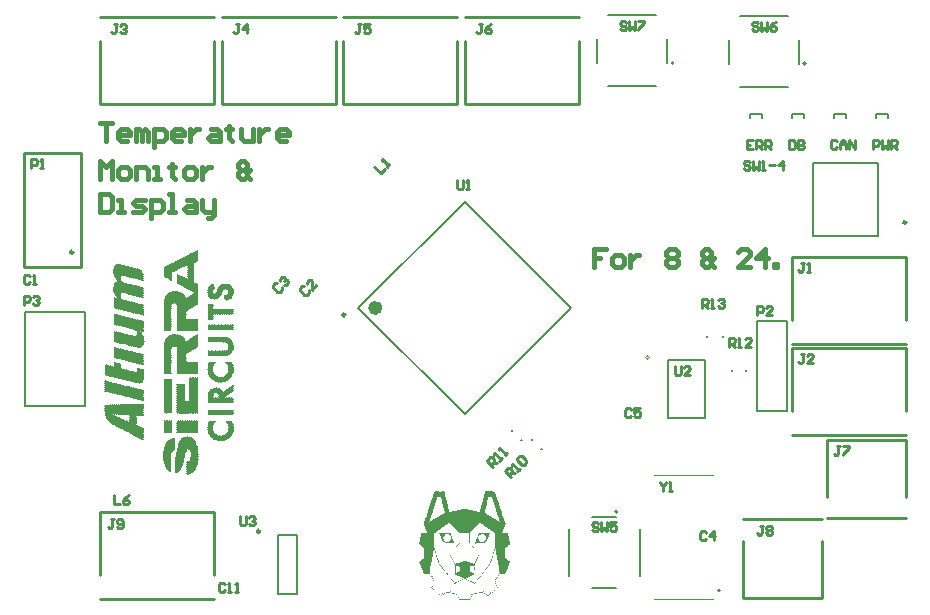
<source format=gto>
G04*
G04 #@! TF.GenerationSoftware,Altium Limited,Altium Designer,19.1.8 (144)*
G04*
G04 Layer_Color=65535*
%FSLAX23Y23*%
%MOIN*%
G70*
G01*
G75*
%ADD10C,0.010*%
%ADD11C,0.008*%
%ADD12C,0.002*%
%ADD13C,0.010*%
%ADD14C,0.024*%
%ADD15C,0.005*%
%ADD16C,0.004*%
%ADD17C,0.015*%
G36*
X610Y1192D02*
X611D01*
Y1191D01*
X610D01*
Y1192D01*
X610D01*
Y1191D01*
X610D01*
Y1190D01*
X611D01*
Y1190D01*
X610D01*
Y1189D01*
X611D01*
Y1189D01*
X610D01*
Y1189D01*
X610D01*
Y1189D01*
X610D01*
Y1188D01*
X611D01*
Y1187D01*
X610D01*
Y1188D01*
X610D01*
Y1187D01*
X610D01*
Y1187D01*
X611D01*
Y1186D01*
X610D01*
Y1187D01*
X610D01*
Y1186D01*
X610D01*
Y1186D01*
X611D01*
Y1185D01*
X610D01*
Y1184D01*
X611D01*
Y1184D01*
X610D01*
Y1184D01*
X610D01*
Y1184D01*
X610D01*
Y1183D01*
X611D01*
Y1183D01*
X610D01*
Y1183D01*
X610D01*
Y1183D01*
X610D01*
Y1182D01*
X611D01*
Y1181D01*
X610D01*
Y1182D01*
X610D01*
Y1181D01*
X610D01*
Y1181D01*
X611D01*
Y1180D01*
X610D01*
Y1180D01*
X611D01*
Y1179D01*
X610D01*
Y1180D01*
X610D01*
Y1179D01*
X610D01*
Y1178D01*
X611D01*
Y1178D01*
X610D01*
Y1178D01*
X610D01*
Y1178D01*
X610D01*
Y1177D01*
X611D01*
Y1177D01*
X610D01*
Y1177D01*
X610D01*
Y1177D01*
X610D01*
Y1176D01*
X611D01*
Y1175D01*
X610D01*
Y1175D01*
X611D01*
Y1174D01*
X610D01*
Y1175D01*
X610D01*
Y1174D01*
X610D01*
Y1174D01*
X611D01*
Y1173D01*
X610D01*
Y1174D01*
X610D01*
Y1173D01*
X610D01*
Y1172D01*
X611D01*
Y1172D01*
X610D01*
Y1172D01*
X610D01*
Y1172D01*
X610D01*
Y1171D01*
X611D01*
Y1171D01*
X610D01*
Y1170D01*
X611D01*
Y1169D01*
X610D01*
Y1170D01*
X610D01*
Y1169D01*
X610D01*
Y1169D01*
X611D01*
Y1168D01*
X610D01*
Y1169D01*
X610D01*
Y1168D01*
X610D01*
Y1168D01*
X611D01*
Y1167D01*
X610D01*
Y1168D01*
X610D01*
Y1167D01*
X610D01*
Y1166D01*
X611D01*
Y1166D01*
X610D01*
Y1165D01*
X611D01*
Y1165D01*
X610D01*
Y1165D01*
X610D01*
Y1165D01*
X610D01*
Y1164D01*
X611D01*
Y1163D01*
X610D01*
Y1164D01*
X610D01*
Y1163D01*
X610D01*
Y1163D01*
X611D01*
Y1162D01*
X610D01*
Y1163D01*
X610D01*
Y1162D01*
X610D01*
Y1162D01*
X611D01*
Y1161D01*
X610D01*
Y1160D01*
X611D01*
Y1160D01*
X610D01*
Y1160D01*
X610D01*
Y1160D01*
X610D01*
Y1159D01*
X611D01*
Y1159D01*
X610D01*
Y1159D01*
X610D01*
Y1159D01*
X610D01*
Y1158D01*
X611D01*
Y1157D01*
X610D01*
Y1158D01*
X610D01*
Y1157D01*
X610D01*
Y1157D01*
X611D01*
Y1156D01*
X610D01*
Y1156D01*
X610D01*
Y1155D01*
X609D01*
Y1156D01*
X609D01*
Y1155D01*
X609D01*
Y1154D01*
X609D01*
Y1154D01*
X608D01*
Y1154D01*
X607D01*
Y1154D01*
X607D01*
Y1154D01*
X606D01*
Y1154D01*
X607D01*
Y1153D01*
X606D01*
Y1153D01*
X606D01*
Y1153D01*
X605D01*
Y1153D01*
X604D01*
Y1152D01*
X604D01*
Y1153D01*
X603D01*
Y1152D01*
X603D01*
Y1151D01*
X602D01*
Y1152D01*
X601D01*
Y1151D01*
X602D01*
Y1151D01*
X601D01*
Y1151D01*
X601D01*
Y1151D01*
X600D01*
Y1150D01*
X600D01*
Y1151D01*
X599D01*
Y1150D01*
X598D01*
Y1150D01*
X599D01*
Y1149D01*
X598D01*
Y1148D01*
X599D01*
Y1148D01*
X598D01*
Y1148D01*
X598D01*
Y1148D01*
X598D01*
Y1147D01*
X599D01*
Y1147D01*
X598D01*
Y1146D01*
X599D01*
Y1145D01*
X598D01*
Y1146D01*
X598D01*
Y1145D01*
X598D01*
Y1145D01*
X599D01*
Y1144D01*
X598D01*
Y1144D01*
X599D01*
Y1143D01*
X598D01*
Y1144D01*
X598D01*
Y1143D01*
X598D01*
Y1142D01*
X599D01*
Y1142D01*
X598D01*
Y1141D01*
X599D01*
Y1141D01*
X598D01*
Y1141D01*
X598D01*
Y1141D01*
X598D01*
Y1140D01*
X599D01*
Y1139D01*
X598D01*
Y1139D01*
X599D01*
Y1138D01*
X598D01*
Y1139D01*
X598D01*
Y1138D01*
X598D01*
Y1138D01*
X599D01*
Y1137D01*
X598D01*
Y1136D01*
X599D01*
Y1136D01*
X598D01*
Y1136D01*
X598D01*
Y1136D01*
X598D01*
Y1135D01*
X599D01*
Y1135D01*
X598D01*
Y1134D01*
X599D01*
Y1133D01*
X598D01*
Y1134D01*
X598D01*
Y1133D01*
X598D01*
Y1133D01*
X599D01*
Y1132D01*
X598D01*
Y1132D01*
X599D01*
Y1131D01*
X598D01*
Y1132D01*
X598D01*
Y1131D01*
X598D01*
Y1130D01*
X599D01*
Y1130D01*
X598D01*
Y1129D01*
X599D01*
Y1129D01*
X598D01*
Y1129D01*
X598D01*
Y1129D01*
X598D01*
Y1128D01*
X599D01*
Y1127D01*
X598D01*
Y1127D01*
X599D01*
Y1126D01*
X598D01*
Y1127D01*
X598D01*
Y1126D01*
X598D01*
Y1126D01*
X599D01*
Y1125D01*
X598D01*
Y1124D01*
X599D01*
Y1124D01*
X598D01*
Y1124D01*
X598D01*
Y1124D01*
X598D01*
Y1123D01*
X599D01*
Y1123D01*
X598D01*
Y1122D01*
X599D01*
Y1121D01*
X598D01*
Y1122D01*
X598D01*
Y1121D01*
X598D01*
Y1121D01*
X599D01*
Y1120D01*
X598D01*
Y1120D01*
X599D01*
Y1119D01*
X598D01*
Y1120D01*
X598D01*
Y1119D01*
X598D01*
Y1118D01*
X599D01*
Y1118D01*
X598D01*
Y1117D01*
X599D01*
Y1117D01*
X598D01*
Y1117D01*
X598D01*
Y1117D01*
X598D01*
Y1116D01*
X599D01*
Y1115D01*
X598D01*
Y1115D01*
X599D01*
Y1114D01*
X598D01*
Y1115D01*
X598D01*
Y1114D01*
X598D01*
Y1114D01*
X599D01*
Y1113D01*
X598D01*
Y1112D01*
X599D01*
Y1112D01*
X598D01*
Y1112D01*
X598D01*
Y1112D01*
X598D01*
Y1111D01*
X599D01*
Y1111D01*
X598D01*
Y1110D01*
X599D01*
Y1109D01*
X598D01*
Y1110D01*
X598D01*
Y1109D01*
X598D01*
Y1109D01*
X599D01*
Y1108D01*
X598D01*
Y1108D01*
X599D01*
Y1107D01*
X598D01*
Y1108D01*
X598D01*
Y1107D01*
X598D01*
Y1106D01*
X599D01*
Y1106D01*
X598D01*
Y1105D01*
X599D01*
Y1105D01*
X598D01*
Y1105D01*
X598D01*
Y1105D01*
X598D01*
Y1104D01*
X599D01*
Y1103D01*
X598D01*
Y1103D01*
X599D01*
Y1102D01*
X598D01*
Y1103D01*
X598D01*
Y1102D01*
X598D01*
Y1102D01*
X599D01*
Y1101D01*
X598D01*
Y1100D01*
X599D01*
Y1100D01*
X598D01*
Y1100D01*
X598D01*
Y1100D01*
X598D01*
Y1099D01*
X599D01*
Y1099D01*
X598D01*
Y1098D01*
X599D01*
Y1097D01*
X598D01*
Y1098D01*
X598D01*
Y1097D01*
X598D01*
Y1097D01*
X599D01*
Y1096D01*
X598D01*
Y1096D01*
X599D01*
Y1095D01*
X598D01*
Y1096D01*
X598D01*
Y1095D01*
X598D01*
Y1094D01*
X599D01*
Y1094D01*
X598D01*
Y1093D01*
X599D01*
Y1093D01*
X598D01*
Y1093D01*
X598D01*
Y1093D01*
X598D01*
Y1092D01*
X599D01*
Y1091D01*
X598D01*
Y1091D01*
X599D01*
Y1090D01*
X598D01*
Y1091D01*
X598D01*
Y1090D01*
X598D01*
Y1090D01*
X599D01*
Y1089D01*
X598D01*
Y1088D01*
X599D01*
Y1088D01*
X598D01*
Y1088D01*
X598D01*
Y1088D01*
X598D01*
Y1087D01*
X599D01*
Y1087D01*
X598D01*
Y1086D01*
X599D01*
Y1085D01*
X600D01*
Y1085D01*
X601D01*
Y1084D01*
X602D01*
Y1084D01*
X603D01*
Y1083D01*
X603D01*
Y1084D01*
X604D01*
Y1083D01*
X604D01*
Y1082D01*
X605D01*
Y1082D01*
X606D01*
Y1082D01*
X605D01*
Y1083D01*
X606D01*
Y1082D01*
X606D01*
Y1082D01*
X607D01*
Y1081D01*
X607D01*
Y1081D01*
X608D01*
Y1081D01*
X607D01*
Y1082D01*
X607D01*
Y1082D01*
X607D01*
Y1082D01*
X608D01*
Y1081D01*
X609D01*
Y1081D01*
X609D01*
Y1081D01*
X610D01*
Y1081D01*
X610D01*
Y1080D01*
X611D01*
Y1079D01*
X610D01*
Y1080D01*
X610D01*
Y1079D01*
X610D01*
Y1079D01*
X611D01*
Y1078D01*
X610D01*
Y1079D01*
X610D01*
Y1078D01*
X610D01*
Y1078D01*
X611D01*
Y1077D01*
X610D01*
Y1078D01*
X610D01*
Y1077D01*
X610D01*
Y1076D01*
X611D01*
Y1076D01*
X610D01*
Y1076D01*
X610D01*
Y1076D01*
X610D01*
Y1075D01*
X611D01*
Y1075D01*
X610D01*
Y1074D01*
X611D01*
Y1073D01*
X610D01*
Y1074D01*
X610D01*
Y1073D01*
X610D01*
Y1073D01*
X611D01*
Y1072D01*
X610D01*
Y1073D01*
X610D01*
Y1072D01*
X610D01*
Y1072D01*
X611D01*
Y1071D01*
X610D01*
Y1072D01*
X610D01*
Y1071D01*
X610D01*
Y1070D01*
X611D01*
Y1070D01*
X610D01*
Y1069D01*
X611D01*
Y1069D01*
X610D01*
Y1069D01*
X610D01*
Y1069D01*
X610D01*
Y1068D01*
X611D01*
Y1067D01*
X610D01*
Y1068D01*
X610D01*
Y1067D01*
X610D01*
Y1067D01*
X611D01*
Y1066D01*
X610D01*
Y1067D01*
X610D01*
Y1066D01*
X610D01*
Y1066D01*
X611D01*
Y1065D01*
X610D01*
Y1064D01*
X611D01*
Y1064D01*
X610D01*
Y1064D01*
X610D01*
Y1064D01*
X610D01*
Y1063D01*
X611D01*
Y1063D01*
X610D01*
Y1063D01*
X610D01*
Y1063D01*
X610D01*
Y1062D01*
X611D01*
Y1061D01*
X610D01*
Y1062D01*
X610D01*
Y1061D01*
X610D01*
Y1061D01*
X611D01*
Y1060D01*
X610D01*
Y1060D01*
X611D01*
Y1059D01*
X610D01*
Y1060D01*
X610D01*
Y1059D01*
X610D01*
Y1058D01*
X611D01*
Y1058D01*
X610D01*
Y1058D01*
X610D01*
Y1058D01*
X610D01*
Y1057D01*
X611D01*
Y1057D01*
X610D01*
Y1057D01*
X610D01*
Y1057D01*
X610D01*
Y1056D01*
X611D01*
Y1054D01*
X610D01*
Y1054D01*
X611D01*
Y1052D01*
X610D01*
Y1051D01*
X611D01*
Y1049D01*
X610D01*
Y1049D01*
X611D01*
Y1045D01*
X610D01*
Y1045D01*
X610D01*
Y1045D01*
X610D01*
Y1044D01*
X611D01*
Y1043D01*
X610D01*
Y1044D01*
X610D01*
Y1043D01*
X610D01*
Y1043D01*
X611D01*
Y1042D01*
X610D01*
Y1043D01*
X610D01*
Y1042D01*
X610D01*
Y1042D01*
X611D01*
Y1041D01*
X610D01*
Y1040D01*
X611D01*
Y1040D01*
X610D01*
Y1040D01*
X610D01*
Y1040D01*
X610D01*
Y1039D01*
X611D01*
Y1039D01*
X610D01*
Y1039D01*
X610D01*
Y1039D01*
X610D01*
Y1038D01*
X611D01*
Y1037D01*
X610D01*
Y1038D01*
X610D01*
Y1037D01*
X610D01*
Y1037D01*
X611D01*
Y1036D01*
X610D01*
Y1036D01*
X611D01*
Y1035D01*
X610D01*
Y1036D01*
X610D01*
Y1035D01*
X610D01*
Y1034D01*
X611D01*
Y1034D01*
X610D01*
Y1034D01*
X610D01*
Y1034D01*
X610D01*
Y1033D01*
X611D01*
Y1033D01*
X610D01*
Y1033D01*
X610D01*
Y1033D01*
X610D01*
Y1032D01*
X611D01*
Y1031D01*
X610D01*
Y1031D01*
X611D01*
Y1030D01*
X610D01*
Y1031D01*
X610D01*
Y1030D01*
X610D01*
Y1030D01*
X611D01*
Y1029D01*
X610D01*
Y1030D01*
X610D01*
Y1029D01*
X610D01*
Y1028D01*
X611D01*
Y1028D01*
X610D01*
Y1028D01*
X610D01*
Y1028D01*
X610D01*
Y1027D01*
X611D01*
Y1027D01*
X610D01*
Y1026D01*
X611D01*
Y1025D01*
X610D01*
Y1026D01*
X610D01*
Y1025D01*
X610D01*
Y1025D01*
X611D01*
Y1024D01*
X610D01*
Y1025D01*
X610D01*
Y1024D01*
X610D01*
Y1024D01*
X611D01*
Y1023D01*
X610D01*
Y1024D01*
X610D01*
Y1023D01*
X610D01*
Y1022D01*
X611D01*
Y1022D01*
X610D01*
Y1021D01*
X611D01*
Y1021D01*
X610D01*
Y1021D01*
X610D01*
Y1021D01*
X610D01*
Y1020D01*
X611D01*
Y1019D01*
X610D01*
Y1020D01*
X610D01*
Y1019D01*
X610D01*
Y1019D01*
X611D01*
Y1018D01*
X610D01*
Y1019D01*
X610D01*
Y1018D01*
X610D01*
Y1018D01*
X611D01*
Y1017D01*
X610D01*
Y1016D01*
X611D01*
Y1016D01*
X610D01*
Y1016D01*
X610D01*
Y1016D01*
X610D01*
Y1015D01*
X611D01*
Y1015D01*
X610D01*
Y1015D01*
X610D01*
Y1015D01*
X610D01*
Y1014D01*
X611D01*
Y1013D01*
X610D01*
Y1014D01*
X610D01*
Y1013D01*
X610D01*
Y1013D01*
X611D01*
Y1012D01*
X610D01*
Y1013D01*
X610D01*
Y1012D01*
X610D01*
Y1012D01*
X610D01*
Y1011D01*
X609D01*
Y1012D01*
X609D01*
Y1011D01*
X608D01*
Y1010D01*
X607D01*
Y1010D01*
X607D01*
Y1010D01*
X606D01*
Y1010D01*
X607D01*
Y1009D01*
X606D01*
Y1009D01*
X606D01*
Y1009D01*
X605D01*
Y1009D01*
X604D01*
Y1008D01*
X604D01*
Y1007D01*
X603D01*
Y1008D01*
X603D01*
Y1007D01*
X602D01*
Y1007D01*
X601D01*
Y1006D01*
X601D01*
Y1006D01*
X600D01*
Y1005D01*
X600D01*
Y1006D01*
X599D01*
Y1005D01*
X598D01*
Y1004D01*
X598D01*
Y1004D01*
X597D01*
Y1004D01*
X597D01*
Y1004D01*
X596D01*
Y1003D01*
X595D01*
Y1003D01*
X595D01*
Y1003D01*
X594D01*
Y1003D01*
X595D01*
Y1002D01*
X594D01*
Y1001D01*
X594D01*
Y1002D01*
X593D01*
Y1000D01*
X592D01*
Y1001D01*
X592D01*
Y1000D01*
X591D01*
Y1001D01*
X591D01*
Y1000D01*
X591D01*
Y1000D01*
X591D01*
Y999D01*
X590D01*
Y1000D01*
X589D01*
Y999D01*
X589D01*
Y1000D01*
X588D01*
Y999D01*
X589D01*
Y998D01*
X588D01*
Y998D01*
X588D01*
Y998D01*
X587D01*
Y997D01*
X586D01*
Y997D01*
X586D01*
Y997D01*
X585D01*
Y996D01*
X585D01*
Y995D01*
X584D01*
Y996D01*
X583D01*
Y995D01*
X583D01*
Y996D01*
X582D01*
Y995D01*
X583D01*
Y995D01*
X582D01*
Y994D01*
X582D01*
Y995D01*
X581D01*
Y994D01*
X582D01*
Y994D01*
X581D01*
Y993D01*
X580D01*
Y994D01*
X580D01*
Y993D01*
X579D01*
Y992D01*
X579D01*
Y992D01*
X578D01*
Y992D01*
X577D01*
Y992D01*
X577D01*
Y991D01*
X576D01*
Y991D01*
X576D01*
Y991D01*
X575D01*
Y991D01*
X574D01*
Y990D01*
X574D01*
Y989D01*
X573D01*
Y990D01*
X573D01*
Y988D01*
X572D01*
Y989D01*
X571D01*
Y988D01*
X572D01*
Y988D01*
X573D01*
Y987D01*
X572D01*
Y988D01*
X571D01*
Y987D01*
X572D01*
Y986D01*
X571D01*
Y986D01*
X572D01*
Y985D01*
X573D01*
Y985D01*
X572D01*
Y985D01*
X571D01*
Y985D01*
X572D01*
Y984D01*
X571D01*
Y983D01*
X572D01*
Y983D01*
X573D01*
Y982D01*
X572D01*
Y983D01*
X571D01*
Y982D01*
X572D01*
Y982D01*
X571D01*
Y981D01*
X572D01*
Y980D01*
X573D01*
Y980D01*
X572D01*
Y980D01*
X571D01*
Y980D01*
X572D01*
Y979D01*
X571D01*
Y979D01*
X572D01*
Y978D01*
X573D01*
Y977D01*
X572D01*
Y978D01*
X571D01*
Y977D01*
X572D01*
Y977D01*
X571D01*
Y976D01*
X572D01*
Y976D01*
X573D01*
Y975D01*
X572D01*
Y976D01*
X571D01*
Y975D01*
X572D01*
Y974D01*
X571D01*
Y974D01*
X572D01*
Y973D01*
X573D01*
Y973D01*
X572D01*
Y973D01*
X571D01*
Y973D01*
X572D01*
Y972D01*
X571D01*
Y971D01*
X572D01*
Y971D01*
X573D01*
Y970D01*
X572D01*
Y971D01*
X571D01*
Y970D01*
X572D01*
Y970D01*
X571D01*
Y969D01*
X572D01*
Y968D01*
X573D01*
Y968D01*
X572D01*
Y968D01*
X571D01*
Y968D01*
X572D01*
Y967D01*
X571D01*
Y967D01*
X572D01*
Y966D01*
X573D01*
Y965D01*
X572D01*
Y966D01*
X571D01*
Y965D01*
X572D01*
Y965D01*
X571D01*
Y963D01*
X572D01*
Y962D01*
X573D01*
Y962D01*
X573D01*
Y962D01*
X574D01*
Y963D01*
X574D01*
Y962D01*
X575D01*
Y962D01*
X576D01*
Y962D01*
X577D01*
Y962D01*
X578D01*
Y962D01*
X579D01*
Y963D01*
X579D01*
Y962D01*
X580D01*
Y962D01*
X580D01*
Y962D01*
X582D01*
Y962D01*
X583D01*
Y962D01*
X583D01*
Y963D01*
X584D01*
Y962D01*
X585D01*
Y962D01*
X585D01*
Y962D01*
X587D01*
Y962D01*
X588D01*
Y962D01*
X588D01*
Y963D01*
X589D01*
Y962D01*
X589D01*
Y962D01*
X590D01*
Y962D01*
X592D01*
Y962D01*
X592D01*
Y962D01*
X593D01*
Y963D01*
X594D01*
Y962D01*
X594D01*
Y962D01*
X595D01*
Y962D01*
X597D01*
Y962D01*
X597D01*
Y962D01*
X598D01*
Y963D01*
X598D01*
Y962D01*
X599D01*
Y962D01*
X600D01*
Y962D01*
X601D01*
Y962D01*
X602D01*
Y962D01*
X603D01*
Y963D01*
X603D01*
Y962D01*
X604D01*
Y962D01*
X604D01*
Y962D01*
X606D01*
Y962D01*
X607D01*
Y962D01*
X607D01*
Y963D01*
X608D01*
Y962D01*
X609D01*
Y962D01*
X609D01*
Y962D01*
X610D01*
Y962D01*
X610D01*
Y961D01*
X611D01*
Y961D01*
X610D01*
Y961D01*
X610D01*
Y961D01*
X610D01*
Y960D01*
X611D01*
Y959D01*
X610D01*
Y959D01*
X611D01*
Y958D01*
X610D01*
Y959D01*
X610D01*
Y958D01*
X610D01*
Y958D01*
X611D01*
Y957D01*
X610D01*
Y958D01*
X610D01*
Y957D01*
X610D01*
Y956D01*
X611D01*
Y956D01*
X610D01*
Y956D01*
X610D01*
Y956D01*
X610D01*
Y955D01*
X611D01*
Y955D01*
X610D01*
Y954D01*
X611D01*
Y953D01*
X610D01*
Y954D01*
X610D01*
Y953D01*
X610D01*
Y953D01*
X611D01*
Y952D01*
X610D01*
Y953D01*
X610D01*
Y952D01*
X610D01*
Y952D01*
X611D01*
Y951D01*
X610D01*
Y952D01*
X610D01*
Y951D01*
X610D01*
Y950D01*
X611D01*
Y950D01*
X610D01*
Y949D01*
X611D01*
Y949D01*
X610D01*
Y949D01*
X610D01*
Y949D01*
X610D01*
Y948D01*
X611D01*
Y947D01*
X610D01*
Y948D01*
X610D01*
Y947D01*
X610D01*
Y947D01*
X611D01*
Y946D01*
X610D01*
Y947D01*
X610D01*
Y946D01*
X610D01*
Y946D01*
X611D01*
Y945D01*
X610D01*
Y944D01*
X611D01*
Y944D01*
X610D01*
Y944D01*
X610D01*
Y944D01*
X610D01*
Y943D01*
X611D01*
Y943D01*
X610D01*
Y943D01*
X610D01*
Y943D01*
X610D01*
Y942D01*
X611D01*
Y941D01*
X610D01*
Y942D01*
X610D01*
Y941D01*
X610D01*
Y941D01*
X611D01*
Y940D01*
X610D01*
Y940D01*
X611D01*
Y939D01*
X610D01*
Y940D01*
X610D01*
Y939D01*
X610D01*
Y938D01*
X611D01*
Y938D01*
X610D01*
Y938D01*
X610D01*
Y938D01*
X610D01*
Y937D01*
X611D01*
Y937D01*
X610D01*
Y937D01*
X610D01*
Y937D01*
X610D01*
Y936D01*
X611D01*
Y935D01*
X610D01*
Y935D01*
X611D01*
Y934D01*
X610D01*
Y935D01*
X610D01*
Y934D01*
X610D01*
Y934D01*
X611D01*
Y933D01*
X610D01*
Y934D01*
X610D01*
Y933D01*
X610D01*
Y932D01*
X611D01*
Y932D01*
X610D01*
Y932D01*
X610D01*
Y932D01*
X610D01*
Y931D01*
X611D01*
Y931D01*
X610D01*
Y930D01*
X611D01*
Y929D01*
X610D01*
Y930D01*
X610D01*
Y929D01*
X610D01*
Y929D01*
X611D01*
Y928D01*
X610D01*
Y929D01*
X610D01*
Y928D01*
X610D01*
Y928D01*
X611D01*
Y927D01*
X610D01*
Y928D01*
X610D01*
Y927D01*
X610D01*
Y926D01*
X611D01*
Y926D01*
X610D01*
Y925D01*
X611D01*
Y925D01*
X610D01*
Y925D01*
X610D01*
Y925D01*
X610D01*
Y924D01*
X611D01*
Y923D01*
X610D01*
Y924D01*
X610D01*
Y923D01*
X610D01*
Y923D01*
X610D01*
Y922D01*
X609D01*
Y923D01*
X609D01*
Y922D01*
X608D01*
Y923D01*
X607D01*
Y922D01*
X607D01*
Y923D01*
X606D01*
Y922D01*
X606D01*
Y923D01*
X605D01*
Y922D01*
X604D01*
Y923D01*
X604D01*
Y922D01*
X603D01*
Y923D01*
X603D01*
Y922D01*
X602D01*
Y923D01*
X601D01*
Y922D01*
X601D01*
Y923D01*
X600D01*
Y922D01*
X600D01*
Y923D01*
X599D01*
Y922D01*
X598D01*
Y923D01*
X598D01*
Y922D01*
X597D01*
Y923D01*
X597D01*
Y922D01*
X596D01*
Y923D01*
X595D01*
Y922D01*
X595D01*
Y923D01*
X594D01*
Y922D01*
X594D01*
Y923D01*
X593D01*
Y922D01*
X592D01*
Y923D01*
X592D01*
Y922D01*
X591D01*
Y923D01*
X591D01*
Y922D01*
X590D01*
Y923D01*
X589D01*
Y922D01*
X589D01*
Y923D01*
X588D01*
Y922D01*
X588D01*
Y923D01*
X587D01*
Y922D01*
X586D01*
Y923D01*
X586D01*
Y922D01*
X585D01*
Y923D01*
X585D01*
Y922D01*
X584D01*
Y923D01*
X583D01*
Y922D01*
X583D01*
Y923D01*
X582D01*
Y922D01*
X582D01*
Y923D01*
X581D01*
Y922D01*
X580D01*
Y923D01*
X580D01*
Y922D01*
X579D01*
Y923D01*
X579D01*
Y922D01*
X578D01*
Y923D01*
X577D01*
Y922D01*
X577D01*
Y923D01*
X576D01*
Y922D01*
X576D01*
Y923D01*
X575D01*
Y922D01*
X574D01*
Y923D01*
X574D01*
Y922D01*
X573D01*
Y923D01*
X573D01*
Y922D01*
X572D01*
Y923D01*
X571D01*
Y922D01*
X571D01*
Y923D01*
X570D01*
Y922D01*
X570D01*
Y923D01*
X569D01*
Y922D01*
X568D01*
Y923D01*
X568D01*
Y922D01*
X567D01*
Y923D01*
X567D01*
Y922D01*
X566D01*
Y923D01*
X565D01*
Y922D01*
X565D01*
Y923D01*
X564D01*
Y922D01*
X564D01*
Y923D01*
X563D01*
Y922D01*
X562D01*
Y923D01*
X562D01*
Y922D01*
X561D01*
Y923D01*
X561D01*
Y922D01*
X560D01*
Y923D01*
X559D01*
Y922D01*
X559D01*
Y923D01*
X558D01*
Y922D01*
X558D01*
Y923D01*
X557D01*
Y922D01*
X556D01*
Y923D01*
X556D01*
Y922D01*
X555D01*
Y923D01*
X555D01*
Y922D01*
X554D01*
Y923D01*
X553D01*
Y922D01*
X553D01*
Y923D01*
X552D01*
Y922D01*
X552D01*
Y923D01*
X551D01*
Y922D01*
X550D01*
Y923D01*
X550D01*
Y922D01*
X549D01*
Y923D01*
X549D01*
Y922D01*
X548D01*
Y923D01*
X547D01*
Y922D01*
X547D01*
Y923D01*
X546D01*
Y922D01*
X546D01*
Y923D01*
X545D01*
Y922D01*
X544D01*
Y923D01*
X544D01*
Y922D01*
X543D01*
Y923D01*
X543D01*
Y922D01*
X542D01*
Y923D01*
X541D01*
Y922D01*
X541D01*
Y923D01*
X540D01*
Y923D01*
X540D01*
Y924D01*
X540D01*
Y925D01*
X540D01*
Y925D01*
X540D01*
Y925D01*
X541D01*
Y925D01*
X540D01*
Y926D01*
X540D01*
Y926D01*
X540D01*
Y927D01*
X540D01*
Y928D01*
X540D01*
Y927D01*
X541D01*
Y928D01*
X540D01*
Y928D01*
X540D01*
Y929D01*
X540D01*
Y929D01*
X540D01*
Y930D01*
X540D01*
Y929D01*
X541D01*
Y930D01*
X540D01*
Y931D01*
X540D01*
Y931D01*
X540D01*
Y932D01*
X540D01*
Y932D01*
X540D01*
Y932D01*
X541D01*
Y932D01*
X540D01*
Y933D01*
X540D01*
Y934D01*
X540D01*
Y934D01*
X540D01*
Y935D01*
X540D01*
Y934D01*
X541D01*
Y935D01*
X540D01*
Y935D01*
X540D01*
Y936D01*
X540D01*
Y937D01*
X540D01*
Y937D01*
X540D01*
Y937D01*
X541D01*
Y937D01*
X540D01*
Y938D01*
X540D01*
Y938D01*
X540D01*
Y939D01*
X540D01*
Y940D01*
X540D01*
Y939D01*
X541D01*
Y940D01*
X540D01*
Y940D01*
X540D01*
Y941D01*
X540D01*
Y941D01*
X540D01*
Y942D01*
X540D01*
Y941D01*
X541D01*
Y942D01*
X540D01*
Y943D01*
X540D01*
Y943D01*
X540D01*
Y944D01*
X540D01*
Y944D01*
X540D01*
Y944D01*
X541D01*
Y944D01*
X540D01*
Y945D01*
X540D01*
Y946D01*
X540D01*
Y946D01*
X540D01*
Y947D01*
X540D01*
Y946D01*
X541D01*
Y947D01*
X540D01*
Y947D01*
X540D01*
Y948D01*
X540D01*
Y949D01*
X540D01*
Y949D01*
X540D01*
Y949D01*
X541D01*
Y949D01*
X540D01*
Y950D01*
X540D01*
Y950D01*
X540D01*
Y951D01*
X540D01*
Y952D01*
X540D01*
Y951D01*
X541D01*
Y952D01*
X540D01*
Y952D01*
X540D01*
Y953D01*
X540D01*
Y953D01*
X540D01*
Y954D01*
X540D01*
Y953D01*
X541D01*
Y954D01*
X540D01*
Y955D01*
X540D01*
Y955D01*
X540D01*
Y956D01*
X540D01*
Y956D01*
X540D01*
Y956D01*
X541D01*
Y956D01*
X540D01*
Y957D01*
X540D01*
Y958D01*
X540D01*
Y958D01*
X540D01*
Y959D01*
X540D01*
Y958D01*
X541D01*
Y959D01*
X540D01*
Y959D01*
X540D01*
Y960D01*
X540D01*
Y961D01*
X540D01*
Y961D01*
X540D01*
Y961D01*
X541D01*
Y961D01*
X540D01*
Y962D01*
X540D01*
Y962D01*
X540D01*
Y963D01*
X540D01*
Y964D01*
X540D01*
Y963D01*
X541D01*
Y964D01*
X540D01*
Y964D01*
X540D01*
Y965D01*
X540D01*
Y965D01*
X540D01*
Y966D01*
X540D01*
Y965D01*
X541D01*
Y966D01*
X540D01*
Y967D01*
X540D01*
Y967D01*
X540D01*
Y968D01*
X540D01*
Y968D01*
X540D01*
Y968D01*
X541D01*
Y968D01*
X540D01*
Y969D01*
X540D01*
Y970D01*
X540D01*
Y970D01*
X540D01*
Y971D01*
X540D01*
Y970D01*
X541D01*
Y971D01*
X540D01*
Y971D01*
X540D01*
Y972D01*
X540D01*
Y973D01*
X540D01*
Y973D01*
X540D01*
Y973D01*
X541D01*
Y973D01*
X540D01*
Y974D01*
X540D01*
Y974D01*
X540D01*
Y975D01*
X540D01*
Y976D01*
X540D01*
Y975D01*
X541D01*
Y976D01*
X540D01*
Y976D01*
X540D01*
Y977D01*
X540D01*
Y977D01*
X540D01*
Y978D01*
X540D01*
Y977D01*
X541D01*
Y978D01*
X540D01*
Y979D01*
X540D01*
Y979D01*
X540D01*
Y980D01*
X540D01*
Y980D01*
X540D01*
Y980D01*
X541D01*
Y980D01*
X540D01*
Y981D01*
X540D01*
Y982D01*
X540D01*
Y982D01*
X540D01*
Y983D01*
X540D01*
Y982D01*
X541D01*
Y983D01*
X540D01*
Y983D01*
X540D01*
Y984D01*
X540D01*
Y985D01*
X540D01*
Y985D01*
X540D01*
Y985D01*
X541D01*
Y985D01*
X540D01*
Y986D01*
X540D01*
Y986D01*
X540D01*
Y987D01*
X540D01*
Y988D01*
X540D01*
Y987D01*
X541D01*
Y988D01*
X540D01*
Y988D01*
X540D01*
Y989D01*
X540D01*
Y989D01*
X540D01*
Y990D01*
X540D01*
Y989D01*
X541D01*
Y990D01*
X540D01*
Y991D01*
X540D01*
Y991D01*
X540D01*
Y992D01*
X540D01*
Y992D01*
X540D01*
Y992D01*
X541D01*
Y992D01*
X540D01*
Y993D01*
X540D01*
Y994D01*
X540D01*
Y994D01*
X540D01*
Y995D01*
X540D01*
Y994D01*
X541D01*
Y995D01*
X540D01*
Y995D01*
X540D01*
Y996D01*
X540D01*
Y997D01*
X540D01*
Y997D01*
X540D01*
Y997D01*
X541D01*
Y997D01*
X540D01*
Y998D01*
X540D01*
Y998D01*
X540D01*
Y999D01*
X540D01*
Y1000D01*
X540D01*
Y999D01*
X541D01*
Y1000D01*
X540D01*
Y1000D01*
X540D01*
Y1001D01*
X540D01*
Y1001D01*
X540D01*
Y1002D01*
X540D01*
Y1001D01*
X541D01*
Y1002D01*
X540D01*
Y1003D01*
X540D01*
Y1003D01*
X540D01*
Y1004D01*
X540D01*
Y1004D01*
X540D01*
Y1004D01*
X541D01*
Y1004D01*
X540D01*
Y1005D01*
X540D01*
Y1006D01*
X540D01*
Y1006D01*
X540D01*
Y1007D01*
X540D01*
Y1006D01*
X541D01*
Y1007D01*
X540D01*
Y1007D01*
X540D01*
Y1009D01*
X539D01*
Y1010D01*
X538D01*
Y1010D01*
X539D01*
Y1010D01*
X540D01*
Y1010D01*
X539D01*
Y1011D01*
X538D01*
Y1012D01*
X538D01*
Y1012D01*
X537D01*
Y1013D01*
X537D01*
Y1013D01*
X536D01*
Y1014D01*
X535D01*
Y1013D01*
X535D01*
Y1014D01*
X534D01*
Y1015D01*
X532D01*
Y1015D01*
X532D01*
Y1015D01*
X530D01*
Y1015D01*
X529D01*
Y1015D01*
X530D01*
Y1014D01*
X529D01*
Y1013D01*
X529D01*
Y1014D01*
X528D01*
Y1013D01*
X528D01*
Y1013D01*
X527D01*
Y1012D01*
X526D01*
Y1012D01*
X526D01*
Y1011D01*
X525D01*
Y1012D01*
X525D01*
Y1011D01*
X525D01*
Y1010D01*
X525D01*
Y1010D01*
X524D01*
Y1009D01*
X525D01*
Y1009D01*
X524D01*
Y1009D01*
X523D01*
Y1009D01*
X524D01*
Y1008D01*
X523D01*
Y1007D01*
X523D01*
Y1008D01*
X522D01*
Y1007D01*
X523D01*
Y1007D01*
X523D01*
Y1006D01*
X523D01*
Y1007D01*
X522D01*
Y1006D01*
X523D01*
Y1006D01*
X522D01*
Y1005D01*
X523D01*
Y1004D01*
X522D01*
Y1003D01*
X523D01*
Y1002D01*
X522D01*
Y1000D01*
X523D01*
Y1000D01*
X522D01*
Y998D01*
X523D01*
Y997D01*
X522D01*
Y995D01*
X523D01*
Y995D01*
X522D01*
Y993D01*
X523D01*
Y992D01*
X522D01*
Y991D01*
X523D01*
Y990D01*
X522D01*
Y988D01*
X523D01*
Y988D01*
X522D01*
Y986D01*
X523D01*
Y985D01*
X522D01*
Y983D01*
X523D01*
Y983D01*
X522D01*
Y981D01*
X523D01*
Y980D01*
X522D01*
Y979D01*
X523D01*
Y978D01*
X522D01*
Y976D01*
X523D01*
Y976D01*
X522D01*
Y974D01*
X523D01*
Y973D01*
X522D01*
Y971D01*
X523D01*
Y971D01*
X522D01*
Y969D01*
X523D01*
Y968D01*
X522D01*
Y967D01*
X523D01*
Y966D01*
X522D01*
Y964D01*
X523D01*
Y964D01*
X522D01*
Y962D01*
X523D01*
Y961D01*
X522D01*
Y959D01*
X523D01*
Y959D01*
X522D01*
Y957D01*
X523D01*
Y956D01*
X522D01*
Y955D01*
X523D01*
Y954D01*
X522D01*
Y952D01*
X523D01*
Y952D01*
X522D01*
Y950D01*
X523D01*
Y949D01*
X522D01*
Y947D01*
X523D01*
Y947D01*
X522D01*
Y945D01*
X523D01*
Y944D01*
X522D01*
Y943D01*
X523D01*
Y942D01*
X522D01*
Y940D01*
X523D01*
Y940D01*
X522D01*
Y938D01*
X523D01*
Y937D01*
X522D01*
Y935D01*
X523D01*
Y935D01*
X522D01*
Y933D01*
X523D01*
Y932D01*
X522D01*
Y931D01*
X523D01*
Y930D01*
X522D01*
Y928D01*
X523D01*
Y928D01*
X522D01*
Y926D01*
X523D01*
Y925D01*
X522D01*
Y923D01*
X523D01*
Y923D01*
X522D01*
Y922D01*
X522D01*
Y923D01*
X521D01*
Y922D01*
X520D01*
Y923D01*
X520D01*
Y922D01*
X519D01*
Y923D01*
X519D01*
Y922D01*
X518D01*
Y923D01*
X517D01*
Y922D01*
X517D01*
Y923D01*
X516D01*
Y922D01*
X516D01*
Y923D01*
X515D01*
Y922D01*
X514D01*
Y923D01*
X514D01*
Y922D01*
X513D01*
Y923D01*
X513D01*
Y922D01*
X512D01*
Y923D01*
X511D01*
Y922D01*
X511D01*
Y923D01*
X510D01*
Y922D01*
X510D01*
Y923D01*
X509D01*
Y922D01*
X508D01*
Y923D01*
X508D01*
Y922D01*
X507D01*
Y923D01*
X507D01*
Y922D01*
X506D01*
Y923D01*
X505D01*
Y922D01*
X505D01*
Y923D01*
X504D01*
Y922D01*
X504D01*
Y923D01*
X503D01*
Y922D01*
X502D01*
Y923D01*
X502D01*
Y922D01*
X501D01*
Y923D01*
X501D01*
Y922D01*
X500D01*
Y923D01*
X499D01*
Y922D01*
X499D01*
Y923D01*
X498D01*
Y922D01*
X498D01*
Y924D01*
X498D01*
Y925D01*
X498D01*
Y926D01*
X498D01*
Y926D01*
X499D01*
Y926D01*
X498D01*
Y927D01*
X498D01*
Y929D01*
X498D01*
Y928D01*
X499D01*
Y929D01*
X498D01*
Y929D01*
X498D01*
Y931D01*
X498D01*
Y931D01*
X499D01*
Y931D01*
X498D01*
Y932D01*
X498D01*
Y934D01*
X498D01*
Y933D01*
X499D01*
Y934D01*
X498D01*
Y934D01*
X498D01*
Y936D01*
X498D01*
Y935D01*
X499D01*
Y936D01*
X498D01*
Y937D01*
X498D01*
Y938D01*
X498D01*
Y938D01*
X499D01*
Y938D01*
X498D01*
Y939D01*
X498D01*
Y941D01*
X498D01*
Y940D01*
X499D01*
Y941D01*
X498D01*
Y941D01*
X498D01*
Y943D01*
X498D01*
Y943D01*
X499D01*
Y943D01*
X498D01*
Y944D01*
X498D01*
Y946D01*
X498D01*
Y945D01*
X499D01*
Y946D01*
X498D01*
Y946D01*
X498D01*
Y948D01*
X498D01*
Y947D01*
X499D01*
Y948D01*
X498D01*
Y949D01*
X498D01*
Y950D01*
X498D01*
Y950D01*
X499D01*
Y950D01*
X498D01*
Y951D01*
X498D01*
Y953D01*
X498D01*
Y952D01*
X499D01*
Y953D01*
X498D01*
Y953D01*
X498D01*
Y955D01*
X498D01*
Y955D01*
X499D01*
Y955D01*
X498D01*
Y956D01*
X498D01*
Y958D01*
X498D01*
Y957D01*
X499D01*
Y958D01*
X498D01*
Y958D01*
X498D01*
Y960D01*
X498D01*
Y959D01*
X499D01*
Y960D01*
X498D01*
Y961D01*
X498D01*
Y962D01*
X498D01*
Y962D01*
X499D01*
Y962D01*
X498D01*
Y963D01*
X498D01*
Y965D01*
X498D01*
Y964D01*
X499D01*
Y965D01*
X498D01*
Y965D01*
X498D01*
Y967D01*
X498D01*
Y967D01*
X499D01*
Y967D01*
X498D01*
Y968D01*
X498D01*
Y970D01*
X498D01*
Y969D01*
X499D01*
Y970D01*
X498D01*
Y970D01*
X498D01*
Y972D01*
X498D01*
Y971D01*
X499D01*
Y972D01*
X498D01*
Y973D01*
X498D01*
Y974D01*
X498D01*
Y974D01*
X499D01*
Y974D01*
X498D01*
Y975D01*
X498D01*
Y977D01*
X498D01*
Y976D01*
X499D01*
Y977D01*
X498D01*
Y977D01*
X498D01*
Y979D01*
X498D01*
Y979D01*
X499D01*
Y979D01*
X498D01*
Y980D01*
X498D01*
Y982D01*
X498D01*
Y981D01*
X499D01*
Y982D01*
X498D01*
Y982D01*
X498D01*
Y984D01*
X498D01*
Y983D01*
X499D01*
Y984D01*
X498D01*
Y985D01*
X498D01*
Y986D01*
X498D01*
Y986D01*
X499D01*
Y986D01*
X498D01*
Y987D01*
X498D01*
Y989D01*
X498D01*
Y988D01*
X499D01*
Y989D01*
X498D01*
Y989D01*
X498D01*
Y991D01*
X498D01*
Y991D01*
X499D01*
Y991D01*
X498D01*
Y992D01*
X498D01*
Y994D01*
X498D01*
Y993D01*
X499D01*
Y994D01*
X498D01*
Y994D01*
X498D01*
Y996D01*
X498D01*
Y995D01*
X499D01*
Y996D01*
X498D01*
Y997D01*
X498D01*
Y998D01*
X498D01*
Y998D01*
X499D01*
Y998D01*
X498D01*
Y999D01*
X498D01*
Y1001D01*
X498D01*
Y1000D01*
X499D01*
Y1001D01*
X498D01*
Y1001D01*
X498D01*
Y1003D01*
X498D01*
Y1003D01*
X499D01*
Y1003D01*
X498D01*
Y1004D01*
X498D01*
Y1006D01*
X498D01*
Y1005D01*
X499D01*
Y1006D01*
X498D01*
Y1006D01*
X498D01*
Y1008D01*
X498D01*
Y1007D01*
X499D01*
Y1008D01*
X498D01*
Y1009D01*
X498D01*
Y1010D01*
X498D01*
Y1010D01*
X499D01*
Y1010D01*
X498D01*
Y1011D01*
X498D01*
Y1013D01*
X498D01*
Y1012D01*
X499D01*
Y1013D01*
X498D01*
Y1013D01*
X498D01*
Y1015D01*
X498D01*
Y1015D01*
X499D01*
Y1015D01*
X498D01*
Y1016D01*
X498D01*
Y1018D01*
X498D01*
Y1017D01*
X499D01*
Y1018D01*
X498D01*
Y1018D01*
X498D01*
Y1020D01*
X498D01*
Y1019D01*
X499D01*
Y1020D01*
X498D01*
Y1021D01*
X498D01*
Y1022D01*
X498D01*
Y1022D01*
X499D01*
Y1022D01*
X498D01*
Y1023D01*
X498D01*
Y1024D01*
X498D01*
Y1024D01*
X498D01*
Y1025D01*
X498D01*
Y1024D01*
X499D01*
Y1025D01*
X498D01*
Y1025D01*
X498D01*
Y1026D01*
X498D01*
Y1025D01*
X499D01*
Y1026D01*
X498D01*
Y1027D01*
X499D01*
Y1028D01*
X498D01*
Y1029D01*
X499D01*
Y1030D01*
X499D01*
Y1030D01*
X499D01*
Y1031D01*
X499D01*
Y1030D01*
X500D01*
Y1031D01*
X499D01*
Y1031D01*
X499D01*
Y1032D01*
X499D01*
Y1031D01*
X500D01*
Y1032D01*
X499D01*
Y1033D01*
X500D01*
Y1033D01*
X501D01*
Y1034D01*
X501D01*
Y1034D01*
X501D01*
Y1035D01*
X501D01*
Y1036D01*
X502D01*
Y1036D01*
X501D01*
Y1037D01*
X502D01*
Y1036D01*
X502D01*
Y1037D01*
X502D01*
Y1037D01*
X502D01*
Y1038D01*
X503D01*
Y1039D01*
X504D01*
Y1040D01*
X504D01*
Y1040D01*
X505D01*
Y1040D01*
X504D01*
Y1041D01*
X505D01*
Y1042D01*
X505D01*
Y1042D01*
X506D01*
Y1043D01*
X507D01*
Y1043D01*
X506D01*
Y1044D01*
X507D01*
Y1043D01*
X507D01*
Y1044D01*
X507D01*
Y1045D01*
X507D01*
Y1045D01*
X508D01*
Y1045D01*
X508D01*
Y1045D01*
X508D01*
Y1046D01*
X508D01*
Y1046D01*
X509D01*
Y1046D01*
X510D01*
Y1046D01*
X509D01*
Y1047D01*
X510D01*
Y1048D01*
X510D01*
Y1047D01*
X511D01*
Y1048D01*
X510D01*
Y1048D01*
X511D01*
Y1049D01*
X511D01*
Y1048D01*
X512D01*
Y1049D01*
X511D01*
Y1049D01*
X512D01*
Y1049D01*
X513D01*
Y1049D01*
X512D01*
Y1050D01*
X513D01*
Y1049D01*
X513D01*
Y1050D01*
X514D01*
Y1051D01*
X514D01*
Y1051D01*
X515D01*
Y1051D01*
X516D01*
Y1052D01*
X516D01*
Y1052D01*
X517D01*
Y1052D01*
X517D01*
Y1052D01*
X518D01*
Y1052D01*
X517D01*
Y1053D01*
X518D01*
Y1054D01*
X519D01*
Y1053D01*
X519D01*
Y1054D01*
X520D01*
Y1053D01*
X520D01*
Y1054D01*
X521D01*
Y1054D01*
X522D01*
Y1055D01*
X522D01*
Y1054D01*
X523D01*
Y1055D01*
X523D01*
Y1054D01*
X524D01*
Y1055D01*
X525D01*
Y1054D01*
X525D01*
Y1055D01*
X525D01*
Y1055D01*
X525D01*
Y1055D01*
X526D01*
Y1055D01*
X525D01*
Y1056D01*
X526D01*
Y1055D01*
X526D01*
Y1056D01*
X527D01*
Y1055D01*
X528D01*
Y1056D01*
X528D01*
Y1055D01*
X529D01*
Y1056D01*
X529D01*
Y1055D01*
X530D01*
Y1056D01*
X531D01*
Y1055D01*
X531D01*
Y1056D01*
X532D01*
Y1055D01*
X532D01*
Y1056D01*
X533D01*
Y1055D01*
X534D01*
Y1056D01*
X534D01*
Y1055D01*
X535D01*
Y1056D01*
X535D01*
Y1055D01*
X536D01*
Y1056D01*
X537D01*
Y1055D01*
X537D01*
Y1056D01*
X538D01*
Y1055D01*
X538D01*
Y1056D01*
X539D01*
Y1055D01*
X540D01*
Y1056D01*
X540D01*
Y1055D01*
X541D01*
Y1055D01*
X541D01*
Y1054D01*
X542D01*
Y1055D01*
X541D01*
Y1055D01*
X542D01*
Y1055D01*
X543D01*
Y1054D01*
X543D01*
Y1055D01*
X544D01*
Y1054D01*
X544D01*
Y1055D01*
X545D01*
Y1054D01*
X546D01*
Y1055D01*
X546D01*
Y1054D01*
X547D01*
Y1055D01*
X547D01*
Y1054D01*
X548D01*
Y1054D01*
X549D01*
Y1053D01*
X549D01*
Y1054D01*
X550D01*
Y1053D01*
X550D01*
Y1054D01*
X551D01*
Y1053D01*
X552D01*
Y1052D01*
X552D01*
Y1052D01*
X553D01*
Y1052D01*
X553D01*
Y1052D01*
X554D01*
Y1051D01*
X555D01*
Y1052D01*
X554D01*
Y1052D01*
X555D01*
Y1052D01*
X555D01*
Y1051D01*
X556D01*
Y1051D01*
X556D01*
Y1050D01*
X557D01*
Y1049D01*
X558D01*
Y1050D01*
X558D01*
Y1049D01*
X559D01*
Y1049D01*
X559D01*
Y1048D01*
X560D01*
Y1048D01*
X561D01*
Y1047D01*
X561D01*
Y1048D01*
X562D01*
Y1046D01*
X562D01*
Y1045D01*
X563D01*
Y1045D01*
X564D01*
Y1044D01*
X564D01*
Y1043D01*
X565D01*
Y1043D01*
X565D01*
Y1041D01*
X566D01*
Y1040D01*
X567D01*
Y1040D01*
X567D01*
Y1039D01*
X568D01*
Y1037D01*
X568D01*
Y1037D01*
X569D01*
Y1036D01*
X568D01*
Y1037D01*
X568D01*
Y1036D01*
X568D01*
Y1036D01*
X569D01*
Y1035D01*
X570D01*
Y1034D01*
X570D01*
Y1034D01*
X570D01*
Y1034D01*
X569D01*
Y1034D01*
X570D01*
Y1033D01*
X570D01*
Y1033D01*
X570D01*
Y1032D01*
X570D01*
Y1031D01*
X571D01*
Y1031D01*
X571D01*
Y1030D01*
X572D01*
Y1031D01*
X571D01*
Y1031D01*
X571D01*
Y1032D01*
X571D01*
Y1031D01*
X572D01*
Y1032D01*
X573D01*
Y1031D01*
X573D01*
Y1033D01*
X574D01*
Y1033D01*
X574D01*
Y1033D01*
X575D01*
Y1034D01*
X576D01*
Y1034D01*
X576D01*
Y1034D01*
X577D01*
Y1034D01*
X576D01*
Y1035D01*
X577D01*
Y1034D01*
X577D01*
Y1034D01*
X578D01*
Y1034D01*
X577D01*
Y1035D01*
X577D01*
Y1036D01*
X577D01*
Y1035D01*
X578D01*
Y1036D01*
X579D01*
Y1036D01*
X579D01*
Y1037D01*
X580D01*
Y1036D01*
X580D01*
Y1038D01*
X581D01*
Y1037D01*
X582D01*
Y1038D01*
X582D01*
Y1039D01*
X583D01*
Y1039D01*
X583D01*
Y1039D01*
X584D01*
Y1039D01*
X583D01*
Y1040D01*
X584D01*
Y1039D01*
X585D01*
Y1040D01*
X584D01*
Y1040D01*
X585D01*
Y1040D01*
X585D01*
Y1040D01*
X586D01*
Y1040D01*
X586D01*
Y1040D01*
X586D01*
Y1041D01*
X586D01*
Y1042D01*
X587D01*
Y1041D01*
X588D01*
Y1042D01*
X588D01*
Y1042D01*
X589D01*
Y1043D01*
X589D01*
Y1043D01*
X590D01*
Y1044D01*
X591D01*
Y1043D01*
X591D01*
Y1044D01*
X592D01*
Y1043D01*
X592D01*
Y1044D01*
X592D01*
Y1045D01*
X592D01*
Y1045D01*
X593D01*
Y1045D01*
X594D01*
Y1045D01*
X593D01*
Y1046D01*
X594D01*
Y1046D01*
X594D01*
Y1046D01*
X595D01*
Y1046D01*
X595D01*
Y1047D01*
X596D01*
Y1048D01*
X597D01*
Y1047D01*
X597D01*
Y1048D01*
X597D01*
Y1048D01*
X597D01*
Y1049D01*
X598D01*
Y1048D01*
X598D01*
Y1049D01*
X599D01*
Y1049D01*
X600D01*
Y1050D01*
X599D01*
Y1051D01*
X598D01*
Y1051D01*
X598D01*
Y1052D01*
X597D01*
Y1052D01*
X597D01*
Y1052D01*
X596D01*
Y1052D01*
X595D01*
Y1053D01*
X595D01*
Y1054D01*
X594D01*
Y1053D01*
X594D01*
Y1054D01*
X593D01*
Y1054D01*
X592D01*
Y1055D01*
X592D01*
Y1054D01*
X591D01*
Y1055D01*
X591D01*
Y1055D01*
X590D01*
Y1056D01*
X589D01*
Y1055D01*
X589D01*
Y1056D01*
X588D01*
Y1057D01*
X588D01*
Y1057D01*
X587D01*
Y1057D01*
X586D01*
Y1057D01*
X586D01*
Y1058D01*
X585D01*
Y1058D01*
X585D01*
Y1058D01*
X584D01*
Y1058D01*
X583D01*
Y1059D01*
X583D01*
Y1060D01*
X582D01*
Y1059D01*
X582D01*
Y1060D01*
X581D01*
Y1060D01*
X580D01*
Y1061D01*
X580D01*
Y1061D01*
X579D01*
Y1061D01*
X580D01*
Y1060D01*
X579D01*
Y1061D01*
X579D01*
Y1061D01*
X578D01*
Y1062D01*
X577D01*
Y1061D01*
X577D01*
Y1062D01*
X576D01*
Y1063D01*
X576D01*
Y1063D01*
X575D01*
Y1064D01*
X574D01*
Y1063D01*
X574D01*
Y1064D01*
X573D01*
Y1064D01*
X573D01*
Y1064D01*
X572D01*
Y1064D01*
X571D01*
Y1065D01*
X571D01*
Y1066D01*
X570D01*
Y1065D01*
X570D01*
Y1066D01*
X569D01*
Y1066D01*
X568D01*
Y1067D01*
X568D01*
Y1067D01*
X567D01*
Y1068D01*
X567D01*
Y1067D01*
X566D01*
Y1068D01*
X565D01*
Y1069D01*
X565D01*
Y1069D01*
X564D01*
Y1069D01*
X565D01*
Y1068D01*
X565D01*
Y1067D01*
X565D01*
Y1068D01*
X564D01*
Y1069D01*
X564D01*
Y1069D01*
X563D01*
Y1070D01*
X562D01*
Y1070D01*
X562D01*
Y1070D01*
X561D01*
Y1070D01*
X561D01*
Y1071D01*
X560D01*
Y1072D01*
X559D01*
Y1071D01*
X560D01*
Y1070D01*
X559D01*
Y1071D01*
X559D01*
Y1072D01*
X558D01*
Y1072D01*
X558D01*
Y1073D01*
X557D01*
Y1072D01*
X556D01*
Y1073D01*
X556D01*
Y1073D01*
X555D01*
Y1074D01*
X555D01*
Y1073D01*
X555D01*
Y1073D01*
X555D01*
Y1073D01*
X554D01*
Y1074D01*
X553D01*
Y1075D01*
X553D01*
Y1075D01*
X552D01*
Y1075D01*
X552D01*
Y1075D01*
X551D01*
Y1076D01*
X550D01*
Y1076D01*
X550D01*
Y1076D01*
X549D01*
Y1076D01*
X549D01*
Y1077D01*
X548D01*
Y1078D01*
X547D01*
Y1077D01*
X547D01*
Y1078D01*
X546D01*
Y1078D01*
X546D01*
Y1079D01*
X545D01*
Y1078D01*
X544D01*
Y1079D01*
X544D01*
Y1079D01*
X543D01*
Y1080D01*
X543D01*
Y1079D01*
X542D01*
Y1081D01*
X541D01*
Y1114D01*
X541D01*
Y1113D01*
X542D01*
Y1114D01*
X543D01*
Y1113D01*
X543D01*
Y1112D01*
X544D01*
Y1112D01*
X544D01*
Y1112D01*
X545D01*
Y1112D01*
X546D01*
Y1111D01*
X546D01*
Y1111D01*
X547D01*
Y1111D01*
X547D01*
Y1111D01*
X548D01*
Y1110D01*
X549D01*
Y1109D01*
X549D01*
Y1110D01*
X550D01*
Y1109D01*
X550D01*
Y1109D01*
X551D01*
Y1108D01*
X552D01*
Y1109D01*
X552D01*
Y1108D01*
X553D01*
Y1108D01*
X553D01*
Y1107D01*
X554D01*
Y1108D01*
X555D01*
Y1107D01*
X555D01*
Y1106D01*
X556D01*
Y1106D01*
X556D01*
Y1106D01*
X557D01*
Y1106D01*
X558D01*
Y1105D01*
X558D01*
Y1105D01*
X559D01*
Y1105D01*
X558D01*
Y1106D01*
X559D01*
Y1105D01*
X559D01*
Y1105D01*
X560D01*
Y1104D01*
X561D01*
Y1103D01*
X561D01*
Y1104D01*
X562D01*
Y1103D01*
X562D01*
Y1103D01*
X563D01*
Y1102D01*
X564D01*
Y1103D01*
X563D01*
Y1103D01*
X564D01*
Y1103D01*
X564D01*
Y1102D01*
X565D01*
Y1102D01*
X565D01*
Y1101D01*
X566D01*
Y1102D01*
X567D01*
Y1101D01*
X567D01*
Y1100D01*
X568D01*
Y1100D01*
X568D01*
Y1100D01*
X569D01*
Y1100D01*
X570D01*
Y1099D01*
X570D01*
Y1099D01*
X571D01*
Y1099D01*
X571D01*
Y1099D01*
X572D01*
Y1098D01*
X573D01*
Y1097D01*
X573D01*
Y1098D01*
X574D01*
Y1097D01*
X574D01*
Y1097D01*
X575D01*
Y1096D01*
X576D01*
Y1097D01*
X576D01*
Y1097D01*
X576D01*
Y1098D01*
X576D01*
Y1097D01*
X577D01*
Y1098D01*
X576D01*
Y1099D01*
X576D01*
Y1099D01*
X576D01*
Y1099D01*
X577D01*
Y1099D01*
X576D01*
Y1100D01*
X576D01*
Y1100D01*
X576D01*
Y1100D01*
X577D01*
Y1100D01*
X576D01*
Y1101D01*
X576D01*
Y1102D01*
X576D01*
Y1101D01*
X577D01*
Y1102D01*
X576D01*
Y1102D01*
X576D01*
Y1103D01*
X576D01*
Y1102D01*
X577D01*
Y1103D01*
X576D01*
Y1103D01*
X576D01*
Y1104D01*
X576D01*
Y1103D01*
X577D01*
Y1104D01*
X576D01*
Y1105D01*
X576D01*
Y1105D01*
X576D01*
Y1105D01*
X577D01*
Y1105D01*
X576D01*
Y1106D01*
X576D01*
Y1106D01*
X576D01*
Y1106D01*
X577D01*
Y1106D01*
X576D01*
Y1107D01*
X576D01*
Y1108D01*
X576D01*
Y1107D01*
X577D01*
Y1108D01*
X576D01*
Y1108D01*
X576D01*
Y1109D01*
X576D01*
Y1108D01*
X577D01*
Y1109D01*
X576D01*
Y1109D01*
X576D01*
Y1110D01*
X576D01*
Y1109D01*
X577D01*
Y1110D01*
X576D01*
Y1111D01*
X576D01*
Y1111D01*
X576D01*
Y1111D01*
X577D01*
Y1111D01*
X576D01*
Y1112D01*
X576D01*
Y1112D01*
X576D01*
Y1112D01*
X577D01*
Y1112D01*
X576D01*
Y1113D01*
X576D01*
Y1114D01*
X576D01*
Y1113D01*
X577D01*
Y1114D01*
X576D01*
Y1114D01*
X576D01*
Y1115D01*
X576D01*
Y1114D01*
X577D01*
Y1115D01*
X576D01*
Y1115D01*
X576D01*
Y1116D01*
X576D01*
Y1115D01*
X577D01*
Y1116D01*
X576D01*
Y1117D01*
X576D01*
Y1117D01*
X576D01*
Y1117D01*
X577D01*
Y1117D01*
X576D01*
Y1118D01*
X576D01*
Y1118D01*
X576D01*
Y1118D01*
X577D01*
Y1118D01*
X576D01*
Y1119D01*
X576D01*
Y1120D01*
X576D01*
Y1119D01*
X577D01*
Y1120D01*
X576D01*
Y1120D01*
X576D01*
Y1121D01*
X576D01*
Y1120D01*
X577D01*
Y1121D01*
X576D01*
Y1121D01*
X576D01*
Y1122D01*
X576D01*
Y1121D01*
X577D01*
Y1122D01*
X576D01*
Y1123D01*
X576D01*
Y1123D01*
X576D01*
Y1123D01*
X577D01*
Y1123D01*
X576D01*
Y1124D01*
X576D01*
Y1124D01*
X576D01*
Y1124D01*
X577D01*
Y1124D01*
X576D01*
Y1125D01*
X576D01*
Y1126D01*
X576D01*
Y1125D01*
X577D01*
Y1126D01*
X576D01*
Y1126D01*
X576D01*
Y1127D01*
X576D01*
Y1126D01*
X577D01*
Y1127D01*
X576D01*
Y1127D01*
X576D01*
Y1128D01*
X576D01*
Y1127D01*
X577D01*
Y1128D01*
X576D01*
Y1129D01*
X576D01*
Y1129D01*
X576D01*
Y1129D01*
X577D01*
Y1129D01*
X576D01*
Y1130D01*
X576D01*
Y1130D01*
X576D01*
Y1130D01*
X577D01*
Y1130D01*
X576D01*
Y1131D01*
X576D01*
Y1132D01*
X576D01*
Y1131D01*
X577D01*
Y1132D01*
X576D01*
Y1132D01*
X576D01*
Y1133D01*
X576D01*
Y1132D01*
X577D01*
Y1133D01*
X576D01*
Y1133D01*
X576D01*
Y1134D01*
X576D01*
Y1133D01*
X577D01*
Y1134D01*
X576D01*
Y1135D01*
X576D01*
Y1135D01*
X576D01*
Y1135D01*
X577D01*
Y1135D01*
X576D01*
Y1136D01*
X576D01*
Y1136D01*
X576D01*
Y1136D01*
X577D01*
Y1136D01*
X576D01*
Y1137D01*
X576D01*
Y1138D01*
X576D01*
Y1137D01*
X577D01*
Y1138D01*
X576D01*
Y1138D01*
X576D01*
Y1139D01*
X576D01*
Y1138D01*
X577D01*
Y1139D01*
X576D01*
Y1139D01*
X576D01*
Y1140D01*
X576D01*
Y1139D01*
X577D01*
Y1140D01*
X576D01*
Y1141D01*
X576D01*
Y1141D01*
X576D01*
Y1141D01*
X577D01*
Y1141D01*
X576D01*
Y1142D01*
X576D01*
Y1142D01*
X575D01*
Y1142D01*
X574D01*
Y1141D01*
X574D01*
Y1141D01*
X573D01*
Y1141D01*
X573D01*
Y1141D01*
X572D01*
Y1141D01*
X571D01*
Y1141D01*
X572D01*
Y1140D01*
X571D01*
Y1139D01*
X571D01*
Y1140D01*
X570D01*
Y1139D01*
X570D01*
Y1139D01*
X569D01*
Y1139D01*
X568D01*
Y1140D01*
X568D01*
Y1139D01*
X568D01*
Y1139D01*
X568D01*
Y1138D01*
X567D01*
Y1138D01*
X567D01*
Y1137D01*
X566D01*
Y1138D01*
X565D01*
Y1137D01*
X564D01*
Y1136D01*
X563D01*
Y1136D01*
X562D01*
Y1136D01*
X562D01*
Y1136D01*
X562D01*
Y1135D01*
X562D01*
Y1135D01*
X561D01*
Y1135D01*
X561D01*
Y1135D01*
X560D01*
Y1135D01*
X559D01*
Y1133D01*
X559D01*
Y1134D01*
X558D01*
Y1133D01*
X558D01*
Y1134D01*
X557D01*
Y1133D01*
X558D01*
Y1133D01*
X557D01*
Y1132D01*
X556D01*
Y1133D01*
X556D01*
Y1132D01*
X555D01*
Y1133D01*
X555D01*
Y1132D01*
X555D01*
Y1132D01*
X555D01*
Y1131D01*
X554D01*
Y1132D01*
X553D01*
Y1131D01*
X553D01*
Y1132D01*
X552D01*
Y1131D01*
X553D01*
Y1130D01*
X552D01*
Y1130D01*
X552D01*
Y1130D01*
X551D01*
Y1130D01*
X550D01*
Y1129D01*
X550D01*
Y1130D01*
X549D01*
Y1129D01*
X549D01*
Y1129D01*
X548D01*
Y1129D01*
X547D01*
Y1129D01*
X548D01*
Y1128D01*
X547D01*
Y1127D01*
X547D01*
Y1128D01*
X546D01*
Y1127D01*
X546D01*
Y1127D01*
X545D01*
Y1127D01*
X544D01*
Y1127D01*
X545D01*
Y1126D01*
X544D01*
Y1127D01*
X544D01*
Y1126D01*
X543D01*
Y1127D01*
X543D01*
Y1126D01*
X543D01*
Y1126D01*
X543D01*
Y1126D01*
X542D01*
Y1126D01*
X543D01*
Y1125D01*
X542D01*
Y1126D01*
X541D01*
Y1125D01*
X540D01*
Y1126D01*
X539D01*
Y1125D01*
X540D01*
Y1124D01*
X539D01*
Y1124D01*
X538D01*
Y1124D01*
X538D01*
Y1124D01*
X538D01*
Y1123D01*
X538D01*
Y1123D01*
X537D01*
Y1123D01*
X537D01*
Y1123D01*
X536D01*
Y1123D01*
X535D01*
Y1123D01*
X535D01*
Y1122D01*
X534D01*
Y1121D01*
X534D01*
Y1122D01*
X533D01*
Y1121D01*
X534D01*
Y1121D01*
X533D01*
Y1120D01*
X532D01*
Y1121D01*
X532D01*
Y1120D01*
X530D01*
Y1121D01*
X529D01*
Y1120D01*
X530D01*
Y1120D01*
X529D01*
Y1119D01*
X529D01*
Y1120D01*
X528D01*
Y1119D01*
X529D01*
Y1118D01*
X528D01*
Y1118D01*
X528D01*
Y1118D01*
X527D01*
Y1119D01*
X526D01*
Y1120D01*
X526D01*
Y1119D01*
X526D01*
Y1118D01*
X526D01*
Y1119D01*
X525D01*
Y1120D01*
X525D01*
Y1119D01*
X524D01*
Y1120D01*
X523D01*
Y1119D01*
X524D01*
Y1118D01*
X523D01*
Y1114D01*
X524D01*
Y1114D01*
X523D01*
Y1112D01*
X524D01*
Y1111D01*
X523D01*
Y1109D01*
X524D01*
Y1109D01*
X523D01*
Y1105D01*
X524D01*
Y1104D01*
X523D01*
Y1102D01*
X524D01*
Y1102D01*
X523D01*
Y1100D01*
X524D01*
Y1099D01*
X523D01*
Y1095D01*
X524D01*
Y1094D01*
X523D01*
Y1093D01*
X524D01*
Y1092D01*
X523D01*
Y1090D01*
X523D01*
Y1091D01*
X522D01*
Y1090D01*
X522D01*
Y1091D01*
X520D01*
Y1092D01*
X520D01*
Y1093D01*
X519D01*
Y1093D01*
X519D01*
Y1093D01*
X519D01*
Y1092D01*
X520D01*
Y1091D01*
X519D01*
Y1092D01*
X519D01*
Y1093D01*
X518D01*
Y1093D01*
X517D01*
Y1093D01*
X517D01*
Y1093D01*
X516D01*
Y1094D01*
X516D01*
Y1094D01*
X515D01*
Y1095D01*
X514D01*
Y1096D01*
X514D01*
Y1095D01*
X514D01*
Y1094D01*
X514D01*
Y1095D01*
X513D01*
Y1096D01*
X513D01*
Y1095D01*
X512D01*
Y1096D01*
X511D01*
Y1096D01*
X511D01*
Y1097D01*
X510D01*
Y1097D01*
X510D01*
Y1098D01*
X509D01*
Y1097D01*
X510D01*
Y1097D01*
X509D01*
Y1097D01*
X508D01*
Y1098D01*
X508D01*
Y1097D01*
X507D01*
Y1098D01*
X507D01*
Y1099D01*
X506D01*
Y1099D01*
X505D01*
Y1100D01*
X505D01*
Y1100D01*
X504D01*
Y1100D01*
X505D01*
Y1099D01*
X505D01*
Y1099D01*
X505D01*
Y1099D01*
X504D01*
Y1100D01*
X504D01*
Y1100D01*
X503D01*
Y1100D01*
X502D01*
Y1101D01*
X501D01*
Y1102D01*
X501D01*
Y1102D01*
X500D01*
Y1103D01*
X499D01*
Y1102D01*
X500D01*
Y1102D01*
X501D01*
Y1101D01*
X500D01*
Y1102D01*
X499D01*
Y1102D01*
X499D01*
Y1103D01*
X498D01*
Y1103D01*
X498D01*
Y1104D01*
X498D01*
Y1103D01*
X499D01*
Y1104D01*
X498D01*
Y1105D01*
X498D01*
Y1106D01*
X498D01*
Y1106D01*
X499D01*
Y1106D01*
X498D01*
Y1107D01*
X498D01*
Y1109D01*
X498D01*
Y1108D01*
X499D01*
Y1109D01*
X498D01*
Y1109D01*
X498D01*
Y1111D01*
X498D01*
Y1111D01*
X499D01*
Y1111D01*
X498D01*
Y1112D01*
X498D01*
Y1114D01*
X498D01*
Y1113D01*
X499D01*
Y1114D01*
X498D01*
Y1114D01*
X498D01*
Y1116D01*
X498D01*
Y1115D01*
X499D01*
Y1116D01*
X498D01*
Y1117D01*
X498D01*
Y1118D01*
X498D01*
Y1118D01*
X499D01*
Y1118D01*
X498D01*
Y1119D01*
X498D01*
Y1121D01*
X498D01*
Y1120D01*
X499D01*
Y1121D01*
X498D01*
Y1121D01*
X498D01*
Y1123D01*
X498D01*
Y1123D01*
X499D01*
Y1123D01*
X498D01*
Y1124D01*
X498D01*
Y1126D01*
X498D01*
Y1125D01*
X499D01*
Y1126D01*
X498D01*
Y1126D01*
X498D01*
Y1128D01*
X498D01*
Y1127D01*
X499D01*
Y1128D01*
X498D01*
Y1129D01*
X498D01*
Y1130D01*
X498D01*
Y1130D01*
X499D01*
Y1130D01*
X498D01*
Y1131D01*
X498D01*
Y1133D01*
X498D01*
Y1132D01*
X499D01*
Y1133D01*
X498D01*
Y1133D01*
X498D01*
Y1135D01*
X498D01*
Y1136D01*
X498D01*
Y1136D01*
X498D01*
Y1136D01*
X499D01*
Y1136D01*
X498D01*
Y1137D01*
X499D01*
Y1136D01*
X499D01*
Y1137D01*
X499D01*
Y1138D01*
X499D01*
Y1137D01*
X500D01*
Y1138D01*
X501D01*
Y1137D01*
X501D01*
Y1138D01*
X502D01*
Y1139D01*
X503D01*
Y1138D01*
X504D01*
Y1139D01*
X503D01*
Y1139D01*
X504D01*
Y1139D01*
X504D01*
Y1139D01*
X504D01*
Y1140D01*
X504D01*
Y1139D01*
X505D01*
Y1140D01*
X505D01*
Y1139D01*
X506D01*
Y1141D01*
X507D01*
Y1141D01*
X507D01*
Y1141D01*
X508D01*
Y1142D01*
X508D01*
Y1141D01*
X509D01*
Y1142D01*
X508D01*
Y1142D01*
X509D01*
Y1142D01*
X510D01*
Y1142D01*
X510D01*
Y1142D01*
X511D01*
Y1144D01*
X511D01*
Y1143D01*
X512D01*
Y1144D01*
X513D01*
Y1143D01*
X513D01*
Y1144D01*
X513D01*
Y1144D01*
X513D01*
Y1144D01*
X514D01*
Y1144D01*
X513D01*
Y1145D01*
X514D01*
Y1144D01*
X514D01*
Y1145D01*
X515D01*
Y1144D01*
X516D01*
Y1146D01*
X516D01*
Y1145D01*
X517D01*
Y1146D01*
X517D01*
Y1145D01*
X518D01*
Y1146D01*
X517D01*
Y1147D01*
X518D01*
Y1147D01*
X519D01*
Y1147D01*
X519D01*
Y1147D01*
X520D01*
Y1147D01*
X520D01*
Y1147D01*
X520D01*
Y1148D01*
X520D01*
Y1148D01*
X521D01*
Y1148D01*
X522D01*
Y1148D01*
X522D01*
Y1148D01*
X523D01*
Y1148D01*
X522D01*
Y1149D01*
X523D01*
Y1148D01*
X523D01*
Y1149D01*
X523D01*
Y1150D01*
X523D01*
Y1149D01*
X524D01*
Y1150D01*
X525D01*
Y1149D01*
X525D01*
Y1151D01*
X526D01*
Y1150D01*
X526D01*
Y1151D01*
X527D01*
Y1151D01*
X528D01*
Y1152D01*
X528D01*
Y1151D01*
X529D01*
Y1152D01*
X529D01*
Y1151D01*
X530D01*
Y1152D01*
X529D01*
Y1153D01*
X530D01*
Y1153D01*
X531D01*
Y1153D01*
X531D01*
Y1153D01*
X532D01*
Y1154D01*
X532D01*
Y1154D01*
X533D01*
Y1154D01*
X534D01*
Y1154D01*
X534D01*
Y1154D01*
X535D01*
Y1154D01*
X534D01*
Y1155D01*
X535D01*
Y1156D01*
X535D01*
Y1155D01*
X536D01*
Y1156D01*
X537D01*
Y1156D01*
X537D01*
Y1157D01*
X538D01*
Y1156D01*
X538D01*
Y1157D01*
X539D01*
Y1156D01*
X540D01*
Y1157D01*
X539D01*
Y1157D01*
X540D01*
Y1158D01*
X540D01*
Y1157D01*
X541D01*
Y1158D01*
X541D01*
Y1159D01*
X542D01*
Y1159D01*
X543D01*
Y1159D01*
X543D01*
Y1159D01*
X544D01*
Y1159D01*
X544D01*
Y1159D01*
X544D01*
Y1160D01*
X544D01*
Y1160D01*
X545D01*
Y1160D01*
X546D01*
Y1160D01*
X546D01*
Y1161D01*
X547D01*
Y1162D01*
X547D01*
Y1161D01*
X548D01*
Y1162D01*
X549D01*
Y1161D01*
X549D01*
Y1162D01*
X549D01*
Y1162D01*
X549D01*
Y1163D01*
X550D01*
Y1162D01*
X550D01*
Y1163D01*
X551D01*
Y1163D01*
X552D01*
Y1164D01*
X552D01*
Y1163D01*
X553D01*
Y1164D01*
X553D01*
Y1163D01*
X554D01*
Y1164D01*
X553D01*
Y1165D01*
X554D01*
Y1165D01*
X555D01*
Y1165D01*
X555D01*
Y1165D01*
X556D01*
Y1166D01*
X556D01*
Y1166D01*
X557D01*
Y1166D01*
X558D01*
Y1166D01*
X558D01*
Y1166D01*
X559D01*
Y1166D01*
X558D01*
Y1167D01*
X559D01*
Y1168D01*
X559D01*
Y1167D01*
X560D01*
Y1168D01*
X561D01*
Y1168D01*
X561D01*
Y1169D01*
X562D01*
Y1168D01*
X562D01*
Y1169D01*
X563D01*
Y1168D01*
X564D01*
Y1169D01*
X563D01*
Y1169D01*
X564D01*
Y1170D01*
X564D01*
Y1169D01*
X565D01*
Y1170D01*
X565D01*
Y1171D01*
X566D01*
Y1171D01*
X567D01*
Y1171D01*
X567D01*
Y1171D01*
X568D01*
Y1172D01*
X568D01*
Y1172D01*
X569D01*
Y1172D01*
X570D01*
Y1172D01*
X570D01*
Y1173D01*
X571D01*
Y1174D01*
X571D01*
Y1173D01*
X572D01*
Y1174D01*
X571D01*
Y1174D01*
X572D01*
Y1174D01*
X573D01*
Y1173D01*
X573D01*
Y1174D01*
X573D01*
Y1174D01*
X573D01*
Y1175D01*
X574D01*
Y1174D01*
X574D01*
Y1175D01*
X575D01*
Y1175D01*
X576D01*
Y1176D01*
X576D01*
Y1175D01*
X577D01*
Y1176D01*
X577D01*
Y1175D01*
X578D01*
Y1176D01*
X577D01*
Y1177D01*
X578D01*
Y1177D01*
X579D01*
Y1177D01*
X579D01*
Y1177D01*
X580D01*
Y1178D01*
X580D01*
Y1178D01*
X581D01*
Y1178D01*
X582D01*
Y1178D01*
X582D01*
Y1178D01*
X583D01*
Y1178D01*
X582D01*
Y1179D01*
X583D01*
Y1180D01*
X583D01*
Y1179D01*
X584D01*
Y1180D01*
X585D01*
Y1180D01*
X585D01*
Y1181D01*
X586D01*
Y1180D01*
X586D01*
Y1181D01*
X586D01*
Y1181D01*
X586D01*
Y1181D01*
X587D01*
Y1181D01*
X586D01*
Y1182D01*
X587D01*
Y1181D01*
X588D01*
Y1182D01*
X588D01*
Y1181D01*
X589D01*
Y1182D01*
X589D01*
Y1183D01*
X590D01*
Y1183D01*
X591D01*
Y1183D01*
X591D01*
Y1183D01*
X591D01*
Y1184D01*
X591D01*
Y1183D01*
X592D01*
Y1184D01*
X591D01*
Y1184D01*
X592D01*
Y1184D01*
X592D01*
Y1184D01*
X593D01*
Y1184D01*
X594D01*
Y1184D01*
X593D01*
Y1185D01*
X594D01*
Y1184D01*
X594D01*
Y1185D01*
X595D01*
Y1186D01*
X595D01*
Y1186D01*
X596D01*
Y1186D01*
X597D01*
Y1186D01*
X596D01*
Y1187D01*
X597D01*
Y1186D01*
X597D01*
Y1187D01*
X598D01*
Y1186D01*
X598D01*
Y1187D01*
X599D01*
Y1187D01*
X600D01*
Y1188D01*
X600D01*
Y1187D01*
X601D01*
Y1188D01*
X600D01*
Y1189D01*
X601D01*
Y1188D01*
X601D01*
Y1187D01*
X602D01*
Y1188D01*
X601D01*
Y1189D01*
X601D01*
Y1189D01*
X601D01*
Y1189D01*
X602D01*
Y1189D01*
X603D01*
Y1189D01*
X603D01*
Y1190D01*
X604D01*
Y1190D01*
X604D01*
Y1190D01*
X605D01*
Y1190D01*
X606D01*
Y1190D01*
X605D01*
Y1191D01*
X606D01*
Y1190D01*
X606D01*
Y1191D01*
X606D01*
Y1192D01*
X606D01*
Y1191D01*
X607D01*
Y1192D01*
X607D01*
Y1191D01*
X608D01*
Y1192D01*
X607D01*
Y1192D01*
X610D01*
Y1192D01*
D02*
G37*
G36*
X359Y1144D02*
X358D01*
Y1145D01*
X359D01*
Y1144D01*
D02*
G37*
G36*
X353Y1146D02*
X353D01*
Y1145D01*
X354D01*
Y1144D01*
X355D01*
Y1145D01*
X354D01*
Y1146D01*
X355D01*
Y1145D01*
X355D01*
Y1144D01*
X356D01*
Y1145D01*
X356D01*
Y1144D01*
X357D01*
Y1145D01*
X358D01*
Y1144D01*
X358D01*
Y1144D01*
X359D01*
Y1143D01*
X359D01*
Y1144D01*
X360D01*
Y1143D01*
X361D01*
Y1144D01*
X361D01*
Y1143D01*
X362D01*
Y1143D01*
X362D01*
Y1142D01*
X363D01*
Y1143D01*
X362D01*
Y1143D01*
X362D01*
Y1144D01*
X362D01*
Y1143D01*
X363D01*
Y1143D01*
X364D01*
Y1142D01*
X364D01*
Y1143D01*
X364D01*
Y1143D01*
X364D01*
Y1143D01*
X365D01*
Y1142D01*
X365D01*
Y1143D01*
X366D01*
Y1142D01*
X367D01*
Y1143D01*
X367D01*
Y1142D01*
X368D01*
Y1141D01*
X368D01*
Y1141D01*
X369D01*
Y1141D01*
X369D01*
Y1141D01*
X370D01*
Y1141D01*
X371D01*
Y1141D01*
X371D01*
Y1140D01*
X372D01*
Y1140D01*
X372D01*
Y1140D01*
X372D01*
Y1141D01*
X371D01*
Y1141D01*
X372D01*
Y1141D01*
X372D01*
Y1140D01*
X373D01*
Y1140D01*
X374D01*
Y1140D01*
X373D01*
Y1141D01*
X372D01*
Y1141D01*
X373D01*
Y1141D01*
X374D01*
Y1140D01*
X374D01*
Y1140D01*
X375D01*
Y1140D01*
X375D01*
Y1140D01*
X376D01*
Y1140D01*
X377D01*
Y1140D01*
X377D01*
Y1139D01*
X378D01*
Y1138D01*
X378D01*
Y1139D01*
X379D01*
Y1138D01*
X380D01*
Y1139D01*
X380D01*
Y1138D01*
X381D01*
Y1138D01*
X381D01*
Y1137D01*
X382D01*
Y1138D01*
X381D01*
Y1138D01*
X381D01*
Y1139D01*
X381D01*
Y1138D01*
X382D01*
Y1138D01*
X382D01*
Y1137D01*
X383D01*
Y1138D01*
X382D01*
Y1138D01*
X383D01*
Y1138D01*
X384D01*
Y1137D01*
X384D01*
Y1138D01*
X385D01*
Y1137D01*
X385D01*
Y1138D01*
X386D01*
Y1137D01*
X387D01*
Y1137D01*
X387D01*
Y1136D01*
X388D01*
Y1137D01*
X388D01*
Y1136D01*
X389D01*
Y1137D01*
X390D01*
Y1136D01*
X390D01*
Y1135D01*
X391D01*
Y1135D01*
X391D01*
Y1135D01*
X391D01*
Y1136D01*
X390D01*
Y1137D01*
X391D01*
Y1136D01*
X391D01*
Y1135D01*
X392D01*
Y1135D01*
X393D01*
Y1135D01*
X392D01*
Y1136D01*
X393D01*
Y1135D01*
X393D01*
Y1135D01*
X394D01*
Y1135D01*
X394D01*
Y1135D01*
X395D01*
Y1135D01*
X395D01*
Y1135D01*
X396D01*
Y1134D01*
X397D01*
Y1134D01*
X397D01*
Y1134D01*
X398D01*
Y1134D01*
X398D01*
Y1134D01*
X399D01*
Y1134D01*
X400D01*
Y1133D01*
X400D01*
Y1133D01*
X401D01*
Y1133D01*
X400D01*
Y1134D01*
X400D01*
Y1134D01*
X400D01*
Y1134D01*
X401D01*
Y1133D01*
X401D01*
Y1133D01*
X402D01*
Y1133D01*
X401D01*
Y1134D01*
X402D01*
Y1133D01*
X403D01*
Y1133D01*
X403D01*
Y1133D01*
X404D01*
Y1133D01*
X404D01*
Y1133D01*
X405D01*
Y1133D01*
X406D01*
Y1132D01*
X406D01*
Y1131D01*
X407D01*
Y1132D01*
X407D01*
Y1131D01*
X408D01*
Y1132D01*
X408D01*
Y1131D01*
X409D01*
Y1131D01*
X410D01*
Y1130D01*
X410D01*
Y1131D01*
X410D01*
Y1131D01*
X409D01*
Y1132D01*
X410D01*
Y1131D01*
X410D01*
Y1131D01*
X411D01*
Y1130D01*
X411D01*
Y1131D01*
X411D01*
Y1131D01*
X411D01*
Y1131D01*
X412D01*
Y1130D01*
X413D01*
Y1131D01*
X413D01*
Y1130D01*
X414D01*
Y1130D01*
X414D01*
Y1129D01*
X415D01*
Y1130D01*
X414D01*
Y1130D01*
X415D01*
Y1130D01*
X416D01*
Y1129D01*
X416D01*
Y1128D01*
X417D01*
Y1128D01*
X417D01*
Y1128D01*
X418D01*
Y1128D01*
X419D01*
Y1127D01*
X419D01*
Y1127D01*
X420D01*
Y1126D01*
X420D01*
Y1125D01*
X421D01*
Y1125D01*
X421D01*
Y1124D01*
X422D01*
Y1125D01*
X423D01*
Y1123D01*
X423D01*
Y1122D01*
X424D01*
Y1122D01*
X424D01*
Y1121D01*
X425D01*
Y1121D01*
X426D01*
Y1120D01*
X426D01*
Y1120D01*
X426D01*
Y1120D01*
X425D01*
Y1120D01*
X426D01*
Y1119D01*
X426D01*
Y1118D01*
X427D01*
Y1118D01*
X427D01*
Y1117D01*
X427D01*
Y1118D01*
X426D01*
Y1117D01*
X427D01*
Y1117D01*
X427D01*
Y1116D01*
X428D01*
Y1115D01*
X429D01*
Y1115D01*
X428D01*
Y1115D01*
X427D01*
Y1115D01*
X428D01*
Y1114D01*
X429D01*
Y1112D01*
X429D01*
Y1112D01*
X430D01*
Y1111D01*
X429D01*
Y1112D01*
X429D01*
Y1111D01*
X429D01*
Y1111D01*
X430D01*
Y1110D01*
X429D01*
Y1111D01*
X429D01*
Y1110D01*
X429D01*
Y1109D01*
X430D01*
Y1109D01*
X429D01*
Y1109D01*
X429D01*
Y1109D01*
X429D01*
Y1108D01*
X430D01*
Y1108D01*
X429D01*
Y1108D01*
X429D01*
Y1108D01*
X429D01*
Y1107D01*
X430D01*
Y1107D01*
X429D01*
Y1107D01*
X429D01*
Y1107D01*
X429D01*
Y1106D01*
X430D01*
Y1104D01*
X429D01*
Y1105D01*
X429D01*
Y1104D01*
X429D01*
Y1104D01*
X430D01*
Y1102D01*
X429D01*
Y1102D01*
X429D01*
Y1102D01*
X429D01*
Y1101D01*
X430D01*
Y1099D01*
X429D01*
Y1100D01*
X429D01*
Y1099D01*
X429D01*
Y1099D01*
X430D01*
Y1097D01*
X429D01*
Y1098D01*
X429D01*
Y1097D01*
X429D01*
Y1096D01*
X430D01*
Y1095D01*
X429D01*
Y1095D01*
X429D01*
Y1095D01*
X429D01*
Y1094D01*
X430D01*
Y1092D01*
X429D01*
Y1093D01*
X429D01*
Y1092D01*
X429D01*
Y1092D01*
X430D01*
Y1090D01*
X429D01*
Y1091D01*
X429D01*
Y1090D01*
X428D01*
Y1091D01*
X427D01*
Y1090D01*
X427D01*
Y1091D01*
X426D01*
Y1091D01*
X426D01*
Y1092D01*
X425D01*
Y1091D01*
X426D01*
Y1091D01*
X426D01*
Y1090D01*
X426D01*
Y1091D01*
X425D01*
Y1091D01*
X424D01*
Y1092D01*
X424D01*
Y1091D01*
X423D01*
Y1092D01*
X423D01*
Y1091D01*
X422D01*
Y1092D01*
X421D01*
Y1091D01*
X421D01*
Y1092D01*
X420D01*
Y1092D01*
X420D01*
Y1093D01*
X419D01*
Y1092D01*
X420D01*
Y1092D01*
X420D01*
Y1091D01*
X420D01*
Y1092D01*
X419D01*
Y1092D01*
X419D01*
Y1093D01*
X418D01*
Y1092D01*
X417D01*
Y1093D01*
X417D01*
Y1092D01*
X416D01*
Y1093D01*
X416D01*
Y1094D01*
X415D01*
Y1094D01*
X414D01*
Y1094D01*
X414D01*
Y1094D01*
X413D01*
Y1094D01*
X413D01*
Y1094D01*
X412D01*
Y1094D01*
X411D01*
Y1094D01*
X411D01*
Y1095D01*
X410D01*
Y1095D01*
X410D01*
Y1095D01*
X410D01*
Y1094D01*
X411D01*
Y1094D01*
X410D01*
Y1094D01*
X410D01*
Y1095D01*
X409D01*
Y1095D01*
X408D01*
Y1095D01*
X408D01*
Y1095D01*
X407D01*
Y1096D01*
X407D01*
Y1096D01*
X406D01*
Y1096D01*
X407D01*
Y1095D01*
X407D01*
Y1095D01*
X407D01*
Y1095D01*
X406D01*
Y1096D01*
X406D01*
Y1096D01*
X405D01*
Y1096D01*
X404D01*
Y1096D01*
X404D01*
Y1096D01*
X404D01*
Y1095D01*
X404D01*
Y1096D01*
X403D01*
Y1096D01*
X403D01*
Y1096D01*
X402D01*
Y1096D01*
X401D01*
Y1097D01*
X401D01*
Y1098D01*
X400D01*
Y1097D01*
X401D01*
Y1096D01*
X401D01*
Y1096D01*
X401D01*
Y1096D01*
X400D01*
Y1097D01*
X400D01*
Y1098D01*
X399D01*
Y1097D01*
X398D01*
Y1098D01*
X398D01*
Y1097D01*
X397D01*
Y1098D01*
X397D01*
Y1097D01*
X396D01*
Y1099D01*
X395D01*
Y1098D01*
X395D01*
Y1099D01*
X394D01*
Y1098D01*
X394D01*
Y1099D01*
X393D01*
Y1098D01*
X393D01*
Y1099D01*
X392D01*
Y1099D01*
X391D01*
Y1100D01*
X391D01*
Y1099D01*
X391D01*
Y1099D01*
X392D01*
Y1098D01*
X391D01*
Y1099D01*
X391D01*
Y1099D01*
X390D01*
Y1100D01*
X390D01*
Y1099D01*
X389D01*
Y1100D01*
X388D01*
Y1101D01*
X388D01*
Y1101D01*
X387D01*
Y1101D01*
X388D01*
Y1100D01*
X388D01*
Y1099D01*
X388D01*
Y1100D01*
X387D01*
Y1101D01*
X387D01*
Y1101D01*
X386D01*
Y1101D01*
X385D01*
Y1101D01*
X385D01*
Y1101D01*
X385D01*
Y1100D01*
X385D01*
Y1101D01*
X384D01*
Y1101D01*
X384D01*
Y1101D01*
X383D01*
Y1101D01*
X382D01*
Y1102D01*
X382D01*
Y1102D01*
X381D01*
Y1102D01*
X382D01*
Y1101D01*
X382D01*
Y1101D01*
X382D01*
Y1101D01*
X381D01*
Y1102D01*
X381D01*
Y1102D01*
X380D01*
Y1102D01*
X380D01*
Y1102D01*
X379D01*
Y1102D01*
X378D01*
Y1102D01*
X378D01*
Y1102D01*
X377D01*
Y1104D01*
X377D01*
Y1103D01*
X376D01*
Y1104D01*
X375D01*
Y1103D01*
X375D01*
Y1104D01*
X374D01*
Y1103D01*
X374D01*
Y1104D01*
X373D01*
Y1104D01*
X372D01*
Y1105D01*
X372D01*
Y1104D01*
X372D01*
Y1104D01*
X373D01*
Y1103D01*
X372D01*
Y1104D01*
X372D01*
Y1104D01*
X371D01*
Y1105D01*
X371D01*
Y1104D01*
X370D01*
Y1105D01*
X369D01*
Y1105D01*
X369D01*
Y1106D01*
X368D01*
Y1105D01*
X369D01*
Y1105D01*
X369D01*
Y1104D01*
X369D01*
Y1105D01*
X368D01*
Y1105D01*
X368D01*
Y1106D01*
X367D01*
Y1105D01*
X367D01*
Y1106D01*
X366D01*
Y1105D01*
X367D01*
Y1105D01*
X366D01*
Y1105D01*
X365D01*
Y1106D01*
X365D01*
Y1105D01*
X364D01*
Y1106D01*
X364D01*
Y1107D01*
X363D01*
Y1107D01*
X362D01*
Y1107D01*
X363D01*
Y1106D01*
X364D01*
Y1105D01*
X363D01*
Y1106D01*
X362D01*
Y1107D01*
X362D01*
Y1107D01*
X361D01*
Y1107D01*
X361D01*
Y1107D01*
X360D01*
Y1107D01*
X359D01*
Y1107D01*
X359D01*
Y1107D01*
X358D01*
Y1107D01*
X358D01*
Y1107D01*
X358D01*
Y1106D01*
X358D01*
Y1107D01*
X357D01*
Y1106D01*
X358D01*
Y1105D01*
X357D01*
Y1106D01*
X356D01*
Y1105D01*
X356D01*
Y1106D01*
X355D01*
Y1105D01*
X355D01*
Y1105D01*
X355D01*
Y1104D01*
X355D01*
Y1105D01*
X354D01*
Y1104D01*
X355D01*
Y1104D01*
X354D01*
Y1103D01*
X353D01*
Y1102D01*
X354D01*
Y1102D01*
X353D01*
Y1102D01*
X353D01*
Y1102D01*
X353D01*
Y1101D01*
X354D01*
Y1101D01*
X353D01*
Y1101D01*
X353D01*
Y1101D01*
X353D01*
Y1100D01*
X354D01*
Y1099D01*
X353D01*
Y1100D01*
X353D01*
Y1099D01*
X353D01*
Y1099D01*
X354D01*
Y1098D01*
X353D01*
Y1099D01*
X353D01*
Y1098D01*
X353D01*
Y1098D01*
X354D01*
Y1097D01*
X353D01*
Y1098D01*
X353D01*
Y1097D01*
X353D01*
Y1096D01*
X354D01*
Y1096D01*
X353D01*
Y1096D01*
X353D01*
Y1096D01*
X353D01*
Y1095D01*
X354D01*
Y1095D01*
X353D01*
Y1095D01*
X353D01*
Y1095D01*
X353D01*
Y1094D01*
X354D01*
Y1092D01*
X355D01*
Y1092D01*
X355D01*
Y1091D01*
X355D01*
Y1092D01*
X354D01*
Y1091D01*
X355D01*
Y1091D01*
X355D01*
Y1090D01*
X356D01*
Y1089D01*
X356D01*
Y1089D01*
X357D01*
Y1088D01*
X358D01*
Y1088D01*
X358D01*
Y1087D01*
X359D01*
Y1086D01*
X359D01*
Y1086D01*
X360D01*
Y1085D01*
X361D01*
Y1086D01*
X360D01*
Y1086D01*
X359D01*
Y1087D01*
X360D01*
Y1086D01*
X361D01*
Y1086D01*
X361D01*
Y1085D01*
X362D01*
Y1086D01*
X362D01*
Y1085D01*
X363D01*
Y1085D01*
X364D01*
Y1084D01*
X364D01*
Y1085D01*
X365D01*
Y1084D01*
X365D01*
Y1085D01*
X366D01*
Y1084D01*
X367D01*
Y1083D01*
X367D01*
Y1083D01*
X368D01*
Y1083D01*
X367D01*
Y1084D01*
X367D01*
Y1085D01*
X367D01*
Y1084D01*
X368D01*
Y1083D01*
X368D01*
Y1083D01*
X369D01*
Y1083D01*
X368D01*
Y1084D01*
X369D01*
Y1083D01*
X369D01*
Y1083D01*
X370D01*
Y1083D01*
X371D01*
Y1083D01*
X372D01*
Y1082D01*
X373D01*
Y1082D01*
X374D01*
Y1082D01*
X374D01*
Y1082D01*
X375D01*
Y1082D01*
X375D01*
Y1082D01*
X376D01*
Y1081D01*
X377D01*
Y1081D01*
X377D01*
Y1081D01*
X377D01*
Y1082D01*
X376D01*
Y1082D01*
X377D01*
Y1082D01*
X377D01*
Y1081D01*
X378D01*
Y1081D01*
X378D01*
Y1081D01*
X378D01*
Y1082D01*
X378D01*
Y1081D01*
X379D01*
Y1081D01*
X380D01*
Y1081D01*
X380D01*
Y1081D01*
X381D01*
Y1081D01*
X381D01*
Y1081D01*
X382D01*
Y1080D01*
X382D01*
Y1079D01*
X383D01*
Y1080D01*
X384D01*
Y1079D01*
X384D01*
Y1080D01*
X385D01*
Y1079D01*
X385D01*
Y1079D01*
X386D01*
Y1078D01*
X387D01*
Y1079D01*
X386D01*
Y1079D01*
X385D01*
Y1080D01*
X386D01*
Y1079D01*
X387D01*
Y1079D01*
X387D01*
Y1078D01*
X388D01*
Y1079D01*
X387D01*
Y1079D01*
X388D01*
Y1079D01*
X388D01*
Y1078D01*
X389D01*
Y1079D01*
X390D01*
Y1078D01*
X391D01*
Y1078D01*
X392D01*
Y1077D01*
X393D01*
Y1078D01*
X393D01*
Y1077D01*
X394D01*
Y1078D01*
X394D01*
Y1077D01*
X395D01*
Y1076D01*
X395D01*
Y1076D01*
X396D01*
Y1076D01*
X395D01*
Y1077D01*
X395D01*
Y1078D01*
X395D01*
Y1077D01*
X396D01*
Y1076D01*
X397D01*
Y1076D01*
X397D01*
Y1076D01*
X397D01*
Y1077D01*
X397D01*
Y1076D01*
X398D01*
Y1076D01*
X398D01*
Y1076D01*
X399D01*
Y1076D01*
X400D01*
Y1076D01*
X400D01*
Y1076D01*
X401D01*
Y1075D01*
X401D01*
Y1075D01*
X402D01*
Y1075D01*
X403D01*
Y1075D01*
X403D01*
Y1075D01*
X404D01*
Y1075D01*
X404D01*
Y1074D01*
X405D01*
Y1073D01*
X406D01*
Y1074D01*
X405D01*
Y1075D01*
X404D01*
Y1075D01*
X405D01*
Y1075D01*
X406D01*
Y1074D01*
X406D01*
Y1073D01*
X407D01*
Y1074D01*
X406D01*
Y1075D01*
X407D01*
Y1074D01*
X407D01*
Y1073D01*
X408D01*
Y1074D01*
X408D01*
Y1073D01*
X410D01*
Y1073D01*
X411D01*
Y1072D01*
X411D01*
Y1073D01*
X412D01*
Y1072D01*
X413D01*
Y1073D01*
X413D01*
Y1072D01*
X414D01*
Y1072D01*
X414D01*
Y1071D01*
X415D01*
Y1072D01*
X414D01*
Y1072D01*
X414D01*
Y1073D01*
X414D01*
Y1072D01*
X415D01*
Y1072D01*
X416D01*
Y1071D01*
X416D01*
Y1072D01*
X416D01*
Y1072D01*
X416D01*
Y1072D01*
X417D01*
Y1071D01*
X417D01*
Y1072D01*
X418D01*
Y1071D01*
X419D01*
Y1072D01*
X419D01*
Y1071D01*
X420D01*
Y1070D01*
X420D01*
Y1070D01*
X421D01*
Y1070D01*
X421D01*
Y1070D01*
X422D01*
Y1070D01*
X423D01*
Y1070D01*
X423D01*
Y1069D01*
X424D01*
Y1069D01*
X424D01*
Y1069D01*
X424D01*
Y1070D01*
X423D01*
Y1070D01*
X424D01*
Y1070D01*
X424D01*
Y1069D01*
X425D01*
Y1069D01*
X426D01*
Y1069D01*
X425D01*
Y1070D01*
X426D01*
Y1069D01*
X426D01*
Y1069D01*
X427D01*
Y1069D01*
X427D01*
Y1069D01*
X429D01*
Y1068D01*
X430D01*
Y1068D01*
X429D01*
Y1068D01*
X429D01*
Y1068D01*
X429D01*
Y1067D01*
X430D01*
Y1066D01*
X429D01*
Y1067D01*
X429D01*
Y1066D01*
X429D01*
Y1066D01*
X430D01*
Y1064D01*
X429D01*
Y1065D01*
X429D01*
Y1064D01*
X429D01*
Y1063D01*
X430D01*
Y1062D01*
X429D01*
Y1062D01*
X429D01*
Y1062D01*
X429D01*
Y1061D01*
X430D01*
Y1059D01*
X429D01*
Y1060D01*
X429D01*
Y1059D01*
X429D01*
Y1059D01*
X430D01*
Y1057D01*
X429D01*
Y1057D01*
X429D01*
Y1057D01*
X429D01*
Y1056D01*
X430D01*
Y1055D01*
X429D01*
Y1055D01*
X429D01*
Y1055D01*
X429D01*
Y1054D01*
X430D01*
Y1052D01*
X429D01*
Y1053D01*
X429D01*
Y1052D01*
X429D01*
Y1052D01*
X430D01*
Y1050D01*
X429D01*
Y1050D01*
X429D01*
Y1050D01*
X429D01*
Y1049D01*
X430D01*
Y1047D01*
X429D01*
Y1048D01*
X429D01*
Y1047D01*
X429D01*
Y1047D01*
X430D01*
Y1045D01*
X429D01*
Y1046D01*
X429D01*
Y1045D01*
X429D01*
Y1044D01*
X430D01*
Y1043D01*
X429D01*
Y1043D01*
X429D01*
Y1043D01*
X429D01*
Y1042D01*
X430D01*
Y1040D01*
X429D01*
Y1041D01*
X429D01*
Y1040D01*
X429D01*
Y1040D01*
X430D01*
Y1038D01*
X429D01*
Y1039D01*
X429D01*
Y1038D01*
X429D01*
Y1037D01*
X430D01*
Y1036D01*
X429D01*
Y1036D01*
X429D01*
Y1036D01*
X429D01*
Y1035D01*
X430D01*
Y1033D01*
X429D01*
Y1034D01*
X429D01*
Y1033D01*
X429D01*
Y1033D01*
X429D01*
Y1032D01*
X428D01*
Y1033D01*
X427D01*
Y1032D01*
X427D01*
Y1033D01*
X426D01*
Y1032D01*
X426D01*
Y1033D01*
X425D01*
Y1033D01*
X424D01*
Y1034D01*
X424D01*
Y1033D01*
X424D01*
Y1033D01*
X425D01*
Y1032D01*
X424D01*
Y1033D01*
X424D01*
Y1033D01*
X423D01*
Y1034D01*
X423D01*
Y1033D01*
X422D01*
Y1034D01*
X421D01*
Y1034D01*
X421D01*
Y1035D01*
X420D01*
Y1034D01*
X421D01*
Y1034D01*
X421D01*
Y1033D01*
X421D01*
Y1034D01*
X420D01*
Y1034D01*
X420D01*
Y1035D01*
X419D01*
Y1034D01*
X419D01*
Y1035D01*
X418D01*
Y1034D01*
X419D01*
Y1034D01*
X418D01*
Y1034D01*
X417D01*
Y1035D01*
X417D01*
Y1034D01*
X416D01*
Y1035D01*
X416D01*
Y1036D01*
X415D01*
Y1036D01*
X414D01*
Y1036D01*
X415D01*
Y1035D01*
X416D01*
Y1034D01*
X415D01*
Y1035D01*
X414D01*
Y1036D01*
X414D01*
Y1036D01*
X413D01*
Y1036D01*
X413D01*
Y1036D01*
X412D01*
Y1036D01*
X411D01*
Y1036D01*
X411D01*
Y1036D01*
X410D01*
Y1037D01*
X410D01*
Y1037D01*
X409D01*
Y1037D01*
X408D01*
Y1037D01*
X408D01*
Y1037D01*
X407D01*
Y1037D01*
X407D01*
Y1037D01*
X406D01*
Y1038D01*
X406D01*
Y1039D01*
X405D01*
Y1038D01*
X406D01*
Y1037D01*
X406D01*
Y1037D01*
X406D01*
Y1037D01*
X405D01*
Y1038D01*
X404D01*
Y1039D01*
X404D01*
Y1038D01*
X403D01*
Y1039D01*
X403D01*
Y1039D01*
X402D01*
Y1040D01*
X401D01*
Y1039D01*
X402D01*
Y1039D01*
X403D01*
Y1038D01*
X402D01*
Y1039D01*
X401D01*
Y1039D01*
X401D01*
Y1040D01*
X400D01*
Y1039D01*
X400D01*
Y1040D01*
X399D01*
Y1039D01*
X398D01*
Y1040D01*
X398D01*
Y1039D01*
X397D01*
Y1040D01*
X397D01*
Y1040D01*
X396D01*
Y1041D01*
X395D01*
Y1040D01*
X396D01*
Y1040D01*
X397D01*
Y1039D01*
X396D01*
Y1040D01*
X395D01*
Y1040D01*
X395D01*
Y1041D01*
X394D01*
Y1040D01*
X394D01*
Y1041D01*
X393D01*
Y1042D01*
X393D01*
Y1042D01*
X392D01*
Y1042D01*
X393D01*
Y1041D01*
X393D01*
Y1040D01*
X393D01*
Y1041D01*
X392D01*
Y1042D01*
X391D01*
Y1042D01*
X391D01*
Y1042D01*
X390D01*
Y1042D01*
X390D01*
Y1042D01*
X389D01*
Y1042D01*
X388D01*
Y1042D01*
X388D01*
Y1042D01*
X387D01*
Y1043D01*
X387D01*
Y1043D01*
X386D01*
Y1043D01*
X387D01*
Y1042D01*
X387D01*
Y1042D01*
X387D01*
Y1042D01*
X386D01*
Y1043D01*
X385D01*
Y1043D01*
X385D01*
Y1043D01*
X384D01*
Y1043D01*
X384D01*
Y1044D01*
X383D01*
Y1044D01*
X382D01*
Y1044D01*
X383D01*
Y1043D01*
X384D01*
Y1043D01*
X383D01*
Y1043D01*
X382D01*
Y1044D01*
X382D01*
Y1044D01*
X381D01*
Y1044D01*
X381D01*
Y1044D01*
X380D01*
Y1044D01*
X380D01*
Y1044D01*
X379D01*
Y1044D01*
X378D01*
Y1044D01*
X378D01*
Y1045D01*
X377D01*
Y1046D01*
X377D01*
Y1045D01*
X377D01*
Y1044D01*
X378D01*
Y1044D01*
X377D01*
Y1044D01*
X377D01*
Y1045D01*
X376D01*
Y1046D01*
X375D01*
Y1045D01*
X375D01*
Y1046D01*
X374D01*
Y1046D01*
X374D01*
Y1047D01*
X373D01*
Y1046D01*
X374D01*
Y1046D01*
X374D01*
Y1045D01*
X374D01*
Y1046D01*
X373D01*
Y1046D01*
X372D01*
Y1047D01*
X372D01*
Y1046D01*
X371D01*
Y1047D01*
X371D01*
Y1046D01*
X370D01*
Y1047D01*
X369D01*
Y1046D01*
X369D01*
Y1047D01*
X368D01*
Y1047D01*
X368D01*
Y1048D01*
X367D01*
Y1047D01*
X368D01*
Y1047D01*
X368D01*
Y1046D01*
X368D01*
Y1047D01*
X367D01*
Y1047D01*
X367D01*
Y1048D01*
X366D01*
Y1047D01*
X365D01*
Y1048D01*
X365D01*
Y1049D01*
X364D01*
Y1049D01*
X364D01*
Y1049D01*
X364D01*
Y1048D01*
X365D01*
Y1047D01*
X364D01*
Y1048D01*
X364D01*
Y1049D01*
X363D01*
Y1049D01*
X362D01*
Y1049D01*
X363D01*
Y1048D01*
X364D01*
Y1047D01*
X363D01*
Y1048D01*
X362D01*
Y1049D01*
X362D01*
Y1049D01*
X361D01*
Y1049D01*
X362D01*
Y1048D01*
X361D01*
Y1049D01*
X361D01*
Y1049D01*
X360D01*
Y1049D01*
X359D01*
Y1049D01*
X359D01*
Y1049D01*
X359D01*
Y1048D01*
X359D01*
Y1049D01*
X358D01*
Y1049D01*
X358D01*
Y1049D01*
X358D01*
Y1048D01*
X359D01*
Y1047D01*
X358D01*
Y1048D01*
X358D01*
Y1049D01*
X357D01*
Y1048D01*
X358D01*
Y1047D01*
X357D01*
Y1048D01*
X356D01*
Y1047D01*
X356D01*
Y1048D01*
X355D01*
Y1047D01*
X356D01*
Y1047D01*
X355D01*
Y1046D01*
X355D01*
Y1047D01*
X354D01*
Y1046D01*
X355D01*
Y1046D01*
X354D01*
Y1045D01*
X353D01*
Y1046D01*
X353D01*
Y1045D01*
X353D01*
Y1044D01*
X354D01*
Y1044D01*
X353D01*
Y1044D01*
X353D01*
Y1044D01*
X353D01*
Y1043D01*
X354D01*
Y1043D01*
X353D01*
Y1043D01*
X353D01*
Y1043D01*
X353D01*
Y1042D01*
X354D01*
Y1042D01*
X353D01*
Y1042D01*
X353D01*
Y1042D01*
X353D01*
Y1041D01*
X354D01*
Y1040D01*
X353D01*
Y1041D01*
X353D01*
Y1040D01*
X353D01*
Y1040D01*
X353D01*
Y1039D01*
X353D01*
Y1039D01*
X354D01*
Y1038D01*
X353D01*
Y1039D01*
X353D01*
Y1038D01*
X353D01*
Y1037D01*
X354D01*
Y1037D01*
X353D01*
Y1037D01*
X353D01*
Y1037D01*
X353D01*
Y1036D01*
X354D01*
Y1036D01*
X353D01*
Y1036D01*
X353D01*
Y1036D01*
X353D01*
Y1035D01*
X354D01*
Y1034D01*
X355D01*
Y1034D01*
X355D01*
Y1032D01*
X356D01*
Y1031D01*
X356D01*
Y1031D01*
X357D01*
Y1030D01*
X358D01*
Y1030D01*
X358D01*
Y1030D01*
X359D01*
Y1030D01*
X359D01*
Y1029D01*
X360D01*
Y1029D01*
X361D01*
Y1028D01*
X361D01*
Y1027D01*
X362D01*
Y1028D01*
X362D01*
Y1027D01*
X363D01*
Y1028D01*
X364D01*
Y1027D01*
X364D01*
Y1027D01*
X365D01*
Y1026D01*
X365D01*
Y1027D01*
X366D01*
Y1026D01*
X367D01*
Y1027D01*
X367D01*
Y1026D01*
X368D01*
Y1027D01*
X368D01*
Y1026D01*
X369D01*
Y1026D01*
X369D01*
Y1025D01*
X370D01*
Y1026D01*
X369D01*
Y1026D01*
X370D01*
Y1026D01*
X371D01*
Y1025D01*
X371D01*
Y1026D01*
X372D01*
Y1025D01*
X372D01*
Y1026D01*
X373D01*
Y1025D01*
X374D01*
Y1024D01*
X374D01*
Y1024D01*
X375D01*
Y1024D01*
X375D01*
Y1024D01*
X376D01*
Y1024D01*
X377D01*
Y1024D01*
X377D01*
Y1024D01*
X378D01*
Y1024D01*
X378D01*
Y1023D01*
X379D01*
Y1023D01*
X380D01*
Y1023D01*
X379D01*
Y1024D01*
X380D01*
Y1023D01*
X380D01*
Y1023D01*
X381D01*
Y1023D01*
X381D01*
Y1023D01*
X382D01*
Y1023D01*
X382D01*
Y1023D01*
X383D01*
Y1022D01*
X384D01*
Y1021D01*
X384D01*
Y1022D01*
X385D01*
Y1021D01*
X385D01*
Y1022D01*
X386D01*
Y1021D01*
X387D01*
Y1021D01*
X387D01*
Y1020D01*
X388D01*
Y1021D01*
X387D01*
Y1021D01*
X387D01*
Y1022D01*
X387D01*
Y1021D01*
X388D01*
Y1021D01*
X388D01*
Y1020D01*
X389D01*
Y1021D01*
X388D01*
Y1021D01*
X389D01*
Y1021D01*
X390D01*
Y1020D01*
X390D01*
Y1021D01*
X391D01*
Y1020D01*
X391D01*
Y1021D01*
X392D01*
Y1020D01*
X393D01*
Y1020D01*
X393D01*
Y1019D01*
X394D01*
Y1020D01*
X394D01*
Y1019D01*
X395D01*
Y1020D01*
X395D01*
Y1019D01*
X396D01*
Y1020D01*
X397D01*
Y1019D01*
X397D01*
Y1018D01*
X398D01*
Y1018D01*
X398D01*
Y1018D01*
X398D01*
Y1019D01*
X398D01*
Y1018D01*
X399D01*
Y1018D01*
X400D01*
Y1018D01*
X400D01*
Y1018D01*
X401D01*
Y1018D01*
X401D01*
Y1018D01*
X402D01*
Y1017D01*
X403D01*
Y1017D01*
X403D01*
Y1017D01*
X404D01*
Y1017D01*
X404D01*
Y1017D01*
X405D01*
Y1017D01*
X406D01*
Y1016D01*
X406D01*
Y1015D01*
X407D01*
Y1016D01*
X406D01*
Y1017D01*
X406D01*
Y1017D01*
X406D01*
Y1017D01*
X407D01*
Y1016D01*
X407D01*
Y1015D01*
X408D01*
Y1016D01*
X407D01*
Y1017D01*
X408D01*
Y1016D01*
X408D01*
Y1015D01*
X409D01*
Y1016D01*
X410D01*
Y1015D01*
X410D01*
Y1016D01*
X411D01*
Y1015D01*
X411D01*
Y1015D01*
X412D01*
Y1014D01*
X413D01*
Y1015D01*
X413D01*
Y1014D01*
X414D01*
Y1015D01*
X414D01*
Y1014D01*
X415D01*
Y1015D01*
X416D01*
Y1014D01*
X416D01*
Y1014D01*
X417D01*
Y1013D01*
X417D01*
Y1014D01*
X417D01*
Y1014D01*
X417D01*
Y1014D01*
X418D01*
Y1013D01*
X419D01*
Y1014D01*
X419D01*
Y1013D01*
X420D01*
Y1014D01*
X420D01*
Y1013D01*
X421D01*
Y1013D01*
X421D01*
Y1012D01*
X422D01*
Y1013D01*
X423D01*
Y1012D01*
X423D01*
Y1013D01*
X424D01*
Y1012D01*
X424D01*
Y1011D01*
X425D01*
Y1011D01*
X426D01*
Y1011D01*
X425D01*
Y1012D01*
X424D01*
Y1013D01*
X425D01*
Y1012D01*
X426D01*
Y1011D01*
X426D01*
Y1011D01*
X427D01*
Y1011D01*
X426D01*
Y1012D01*
X427D01*
Y1011D01*
X427D01*
Y1011D01*
X428D01*
Y1011D01*
X429D01*
Y1011D01*
X429D01*
Y1010D01*
X430D01*
Y1010D01*
X429D01*
Y1010D01*
X429D01*
Y1010D01*
X429D01*
Y1009D01*
X430D01*
Y1008D01*
X430D01*
Y1008D01*
X430D01*
Y1007D01*
X429D01*
Y1008D01*
X429D01*
Y1007D01*
X429D01*
Y1007D01*
X430D01*
Y1005D01*
X429D01*
Y1005D01*
X429D01*
Y1005D01*
X429D01*
Y1004D01*
X430D01*
Y1002D01*
X429D01*
Y1003D01*
X429D01*
Y1002D01*
X429D01*
Y1002D01*
X430D01*
Y1000D01*
X429D01*
Y1001D01*
X429D01*
Y1000D01*
X429D01*
Y1000D01*
X430D01*
Y998D01*
X429D01*
Y998D01*
X429D01*
Y998D01*
X429D01*
Y997D01*
X430D01*
Y995D01*
X429D01*
Y996D01*
X429D01*
Y995D01*
X429D01*
Y995D01*
X430D01*
Y993D01*
X429D01*
Y994D01*
X429D01*
Y993D01*
X429D01*
Y992D01*
X430D01*
Y991D01*
X429D01*
Y991D01*
X429D01*
Y991D01*
X429D01*
Y990D01*
X430D01*
Y988D01*
X429D01*
Y989D01*
X429D01*
Y988D01*
X429D01*
Y988D01*
X430D01*
Y986D01*
X429D01*
Y987D01*
X429D01*
Y986D01*
X429D01*
Y985D01*
X430D01*
Y984D01*
X429D01*
Y984D01*
X429D01*
Y984D01*
X429D01*
Y983D01*
X430D01*
Y981D01*
X429D01*
Y982D01*
X429D01*
Y981D01*
X429D01*
Y981D01*
X430D01*
Y979D01*
X429D01*
Y979D01*
X429D01*
Y979D01*
X429D01*
Y978D01*
X430D01*
Y976D01*
X429D01*
Y977D01*
X429D01*
Y976D01*
X429D01*
Y976D01*
X430D01*
Y975D01*
X430D01*
Y975D01*
X430D01*
Y974D01*
X429D01*
Y975D01*
X429D01*
Y974D01*
X428D01*
Y975D01*
X427D01*
Y974D01*
X427D01*
Y975D01*
X426D01*
Y975D01*
X426D01*
Y976D01*
X425D01*
Y975D01*
X426D01*
Y975D01*
X426D01*
Y974D01*
X426D01*
Y975D01*
X425D01*
Y975D01*
X424D01*
Y976D01*
X424D01*
Y975D01*
X423D01*
Y976D01*
X423D01*
Y975D01*
X422D01*
Y976D01*
X421D01*
Y976D01*
X421D01*
Y976D01*
X421D01*
Y975D01*
X421D01*
Y976D01*
X420D01*
Y976D01*
X420D01*
Y977D01*
X419D01*
Y976D01*
X419D01*
Y977D01*
X418D01*
Y976D01*
X417D01*
Y977D01*
X417D01*
Y978D01*
X416D01*
Y978D01*
X416D01*
Y978D01*
X416D01*
Y977D01*
X416D01*
Y978D01*
X415D01*
Y978D01*
X414D01*
Y978D01*
X414D01*
Y978D01*
X413D01*
Y978D01*
X413D01*
Y978D01*
X412D01*
Y979D01*
X411D01*
Y978D01*
X412D01*
Y978D01*
X411D01*
Y978D01*
X411D01*
Y979D01*
X410D01*
Y979D01*
X410D01*
Y979D01*
X409D01*
Y979D01*
X408D01*
Y979D01*
X408D01*
Y979D01*
X407D01*
Y980D01*
X407D01*
Y981D01*
X406D01*
Y980D01*
X407D01*
Y979D01*
X407D01*
Y979D01*
X407D01*
Y979D01*
X406D01*
Y980D01*
X406D01*
Y981D01*
X405D01*
Y980D01*
X404D01*
Y981D01*
X404D01*
Y980D01*
X403D01*
Y981D01*
X403D01*
Y981D01*
X402D01*
Y981D01*
X403D01*
Y980D01*
X402D01*
Y981D01*
X401D01*
Y981D01*
X401D01*
Y982D01*
X400D01*
Y981D01*
X400D01*
Y982D01*
X399D01*
Y981D01*
X398D01*
Y982D01*
X398D01*
Y982D01*
X397D01*
Y983D01*
X397D01*
Y982D01*
X397D01*
Y982D01*
X397D01*
Y982D01*
X396D01*
Y983D01*
X395D01*
Y982D01*
X395D01*
Y983D01*
X394D01*
Y982D01*
X394D01*
Y983D01*
X393D01*
Y984D01*
X393D01*
Y983D01*
X393D01*
Y982D01*
X393D01*
Y983D01*
X392D01*
Y984D01*
X391D01*
Y984D01*
X391D01*
Y984D01*
X390D01*
Y984D01*
X390D01*
Y984D01*
X389D01*
Y984D01*
X388D01*
Y985D01*
X388D01*
Y985D01*
X387D01*
Y985D01*
X388D01*
Y984D01*
X388D01*
Y984D01*
X388D01*
Y984D01*
X387D01*
Y985D01*
X387D01*
Y985D01*
X386D01*
Y985D01*
X385D01*
Y985D01*
X385D01*
Y985D01*
X384D01*
Y985D01*
X384D01*
Y986D01*
X383D01*
Y985D01*
X384D01*
Y985D01*
X383D01*
Y985D01*
X382D01*
Y986D01*
X382D01*
Y987D01*
X381D01*
Y986D01*
X381D01*
Y987D01*
X380D01*
Y986D01*
X380D01*
Y987D01*
X379D01*
Y987D01*
X378D01*
Y988D01*
X378D01*
Y987D01*
X378D01*
Y987D01*
X378D01*
Y987D01*
X377D01*
Y988D01*
X377D01*
Y987D01*
X376D01*
Y988D01*
X375D01*
Y987D01*
X375D01*
Y988D01*
X374D01*
Y988D01*
X374D01*
Y988D01*
X374D01*
Y987D01*
X374D01*
Y988D01*
X373D01*
Y988D01*
X372D01*
Y989D01*
X372D01*
Y988D01*
X371D01*
Y989D01*
X371D01*
Y988D01*
X370D01*
Y989D01*
X369D01*
Y989D01*
X369D01*
Y990D01*
X368D01*
Y989D01*
X369D01*
Y989D01*
X369D01*
Y988D01*
X369D01*
Y989D01*
X368D01*
Y989D01*
X368D01*
Y990D01*
X367D01*
Y989D01*
X367D01*
Y990D01*
X366D01*
Y989D01*
X365D01*
Y990D01*
X365D01*
Y991D01*
X364D01*
Y991D01*
X364D01*
Y991D01*
X364D01*
Y990D01*
X365D01*
Y989D01*
X364D01*
Y990D01*
X364D01*
Y991D01*
X363D01*
Y991D01*
X362D01*
Y991D01*
X362D01*
Y991D01*
X361D01*
Y991D01*
X361D01*
Y991D01*
X360D01*
Y992D01*
X359D01*
Y992D01*
X359D01*
Y992D01*
X359D01*
Y991D01*
X359D01*
Y992D01*
X358D01*
Y992D01*
X358D01*
Y992D01*
X357D01*
Y992D01*
X356D01*
Y992D01*
X356D01*
Y992D01*
X355D01*
Y993D01*
X353D01*
Y994D01*
X353D01*
Y993D01*
X352D01*
Y994D01*
X352D01*
Y993D01*
X351D01*
Y994D01*
X351D01*
Y994D01*
X350D01*
Y995D01*
X349D01*
Y994D01*
X350D01*
Y994D01*
X349D01*
Y994D01*
X349D01*
Y995D01*
X348D01*
Y994D01*
X348D01*
Y995D01*
X347D01*
Y994D01*
X346D01*
Y995D01*
X346D01*
Y995D01*
X345D01*
Y996D01*
X345D01*
Y995D01*
X345D01*
Y995D01*
X346D01*
Y994D01*
X345D01*
Y995D01*
X345D01*
Y995D01*
X344D01*
Y996D01*
X343D01*
Y995D01*
X343D01*
Y996D01*
X342D01*
Y995D01*
X342D01*
Y996D01*
X341D01*
Y997D01*
X340D01*
Y997D01*
X340D01*
Y997D01*
X340D01*
Y996D01*
X340D01*
Y997D01*
X339D01*
Y997D01*
X339D01*
Y997D01*
X338D01*
Y997D01*
X338D01*
Y997D01*
X337D01*
Y997D01*
X336D01*
Y998D01*
X335D01*
Y998D01*
X334D01*
Y998D01*
X333D01*
Y998D01*
X333D01*
Y998D01*
X332D01*
Y998D01*
X332D01*
Y999D01*
X331D01*
Y1000D01*
X332D01*
Y999D01*
X332D01*
Y1000D01*
X332D01*
Y1000D01*
X331D01*
Y1001D01*
X332D01*
Y1000D01*
X332D01*
Y1001D01*
X332D01*
Y1001D01*
X331D01*
Y1002D01*
X332D01*
Y1001D01*
X332D01*
Y1002D01*
X332D01*
Y1002D01*
X331D01*
Y1003D01*
X332D01*
Y1002D01*
X332D01*
Y1003D01*
X332D01*
Y1004D01*
X331D01*
Y1004D01*
X332D01*
Y1005D01*
X331D01*
Y1005D01*
X332D01*
Y1005D01*
X332D01*
Y1005D01*
X332D01*
Y1006D01*
X331D01*
Y1007D01*
X332D01*
Y1006D01*
X332D01*
Y1007D01*
X332D01*
Y1007D01*
X331D01*
Y1008D01*
X332D01*
Y1007D01*
X332D01*
Y1008D01*
X332D01*
Y1008D01*
X331D01*
Y1009D01*
X332D01*
Y1008D01*
X332D01*
Y1009D01*
X332D01*
Y1010D01*
X331D01*
Y1010D01*
X332D01*
Y1010D01*
X332D01*
Y1010D01*
X332D01*
Y1011D01*
X331D01*
Y1011D01*
X332D01*
Y1011D01*
X332D01*
Y1011D01*
X332D01*
Y1012D01*
X331D01*
Y1013D01*
X332D01*
Y1012D01*
X332D01*
Y1013D01*
X332D01*
Y1013D01*
X331D01*
Y1014D01*
X332D01*
Y1014D01*
X331D01*
Y1015D01*
X332D01*
Y1014D01*
X332D01*
Y1015D01*
X332D01*
Y1015D01*
X331D01*
Y1016D01*
X332D01*
Y1015D01*
X332D01*
Y1016D01*
X332D01*
Y1017D01*
X331D01*
Y1017D01*
X332D01*
Y1017D01*
X332D01*
Y1017D01*
X332D01*
Y1018D01*
X331D01*
Y1018D01*
X332D01*
Y1018D01*
X332D01*
Y1018D01*
X332D01*
Y1019D01*
X331D01*
Y1020D01*
X332D01*
Y1019D01*
X332D01*
Y1020D01*
X332D01*
Y1020D01*
X331D01*
Y1021D01*
X332D01*
Y1020D01*
X332D01*
Y1021D01*
X332D01*
Y1021D01*
X331D01*
Y1022D01*
X332D01*
Y1021D01*
X332D01*
Y1022D01*
X332D01*
Y1023D01*
X331D01*
Y1023D01*
X332D01*
Y1024D01*
X331D01*
Y1024D01*
X332D01*
Y1024D01*
X332D01*
Y1024D01*
X332D01*
Y1025D01*
X331D01*
Y1026D01*
X332D01*
Y1025D01*
X332D01*
Y1026D01*
X332D01*
Y1026D01*
X331D01*
Y1027D01*
X332D01*
Y1026D01*
X332D01*
Y1027D01*
X332D01*
Y1027D01*
X331D01*
Y1028D01*
X332D01*
Y1027D01*
X332D01*
Y1028D01*
X332D01*
Y1029D01*
X331D01*
Y1029D01*
X332D01*
Y1029D01*
X332D01*
Y1029D01*
X332D01*
Y1030D01*
X331D01*
Y1030D01*
X332D01*
Y1030D01*
X332D01*
Y1030D01*
X332D01*
Y1031D01*
X331D01*
Y1031D01*
X332D01*
Y1031D01*
X332D01*
Y1031D01*
X332D01*
Y1032D01*
X331D01*
Y1033D01*
X332D01*
Y1033D01*
X331D01*
Y1034D01*
X332D01*
Y1033D01*
X332D01*
Y1034D01*
X332D01*
Y1034D01*
X331D01*
Y1035D01*
X332D01*
Y1034D01*
X332D01*
Y1035D01*
X332D01*
Y1036D01*
X332D01*
Y1035D01*
X333D01*
Y1034D01*
X333D01*
Y1035D01*
X333D01*
Y1036D01*
X332D01*
Y1036D01*
X333D01*
Y1036D01*
X333D01*
Y1035D01*
X334D01*
Y1034D01*
X335D01*
Y1035D01*
X335D01*
Y1034D01*
X336D01*
Y1034D01*
X336D01*
Y1033D01*
X337D01*
Y1034D01*
X336D01*
Y1034D01*
X336D01*
Y1035D01*
X336D01*
Y1034D01*
X337D01*
Y1035D01*
X338D01*
Y1034D01*
X338D01*
Y1034D01*
X339D01*
Y1033D01*
X339D01*
Y1034D01*
X340D01*
Y1033D01*
X342D01*
Y1033D01*
X342D01*
Y1032D01*
X343D01*
Y1033D01*
X342D01*
Y1033D01*
X342D01*
Y1034D01*
X342D01*
Y1033D01*
X343D01*
Y1034D01*
X342D01*
Y1034D01*
X342D01*
Y1035D01*
X341D01*
Y1036D01*
X340D01*
Y1036D01*
X340D01*
Y1036D01*
X339D01*
Y1037D01*
X339D01*
Y1038D01*
X338D01*
Y1039D01*
X338D01*
Y1039D01*
X337D01*
Y1040D01*
X336D01*
Y1040D01*
X336D01*
Y1041D01*
X335D01*
Y1042D01*
X335D01*
Y1043D01*
X334D01*
Y1044D01*
X333D01*
Y1046D01*
X333D01*
Y1046D01*
X332D01*
Y1047D01*
X332D01*
Y1047D01*
X332D01*
Y1048D01*
X332D01*
Y1049D01*
X331D01*
Y1050D01*
X330D01*
Y1051D01*
X330D01*
Y1052D01*
X330D01*
Y1051D01*
X331D01*
Y1052D01*
X330D01*
Y1052D01*
X330D01*
Y1054D01*
X329D01*
Y1055D01*
X330D01*
Y1055D01*
X329D01*
Y1056D01*
X329D01*
Y1056D01*
X329D01*
Y1056D01*
X330D01*
Y1056D01*
X329D01*
Y1057D01*
X329D01*
Y1057D01*
X329D01*
Y1057D01*
X330D01*
Y1057D01*
X329D01*
Y1058D01*
X329D01*
Y1059D01*
X329D01*
Y1058D01*
X330D01*
Y1059D01*
X329D01*
Y1059D01*
X329D01*
Y1060D01*
X329D01*
Y1059D01*
X330D01*
Y1060D01*
X329D01*
Y1060D01*
X329D01*
Y1062D01*
X329D01*
Y1063D01*
X329D01*
Y1065D01*
X329D01*
Y1065D01*
X329D01*
Y1067D01*
X329D01*
Y1068D01*
X329D01*
Y1069D01*
X329D01*
Y1069D01*
X330D01*
Y1069D01*
X329D01*
Y1070D01*
X329D01*
Y1070D01*
X329D01*
Y1071D01*
X329D01*
Y1072D01*
X329D01*
Y1071D01*
X330D01*
Y1072D01*
X329D01*
Y1072D01*
X329D01*
Y1073D01*
X329D01*
Y1072D01*
X330D01*
Y1073D01*
X329D01*
Y1073D01*
X330D01*
Y1076D01*
X330D01*
Y1077D01*
X330D01*
Y1078D01*
X330D01*
Y1077D01*
X331D01*
Y1078D01*
X330D01*
Y1078D01*
X330D01*
Y1079D01*
X330D01*
Y1078D01*
X331D01*
Y1079D01*
X330D01*
Y1079D01*
X331D01*
Y1080D01*
X332D01*
Y1081D01*
X332D01*
Y1082D01*
X333D01*
Y1082D01*
X333D01*
Y1082D01*
X333D01*
Y1083D01*
X333D01*
Y1083D01*
X334D01*
Y1083D01*
X335D01*
Y1083D01*
X334D01*
Y1084D01*
X335D01*
Y1085D01*
X335D01*
Y1084D01*
X336D01*
Y1085D01*
X335D01*
Y1085D01*
X336D01*
Y1086D01*
X336D01*
Y1085D01*
X337D01*
Y1087D01*
X338D01*
Y1086D01*
X338D01*
Y1087D01*
X339D01*
Y1086D01*
X339D01*
Y1087D01*
X339D01*
Y1088D01*
X339D01*
Y1087D01*
X340D01*
Y1088D01*
X339D01*
Y1088D01*
X340D01*
Y1088D01*
X340D01*
Y1088D01*
X341D01*
Y1088D01*
X342D01*
Y1088D01*
X342D01*
Y1089D01*
X343D01*
Y1088D01*
X343D01*
Y1088D01*
X344D01*
Y1088D01*
X343D01*
Y1089D01*
X343D01*
Y1089D01*
X343D01*
Y1089D01*
X344D01*
Y1089D01*
X343D01*
Y1090D01*
X343D01*
Y1091D01*
X342D01*
Y1090D01*
X342D01*
Y1092D01*
X341D01*
Y1091D01*
X340D01*
Y1092D01*
X340D01*
Y1092D01*
X339D01*
Y1094D01*
X339D01*
Y1094D01*
X338D01*
Y1095D01*
X338D01*
Y1095D01*
X337D01*
Y1096D01*
X336D01*
Y1097D01*
X336D01*
Y1098D01*
X335D01*
Y1098D01*
X335D01*
Y1099D01*
X335D01*
Y1098D01*
X336D01*
Y1099D01*
X335D01*
Y1099D01*
X335D01*
Y1100D01*
X334D01*
Y1101D01*
X333D01*
Y1102D01*
X333D01*
Y1103D01*
X332D01*
Y1105D01*
X332D01*
Y1105D01*
X331D01*
Y1106D01*
X332D01*
Y1105D01*
X332D01*
Y1106D01*
X332D01*
Y1107D01*
X331D01*
Y1107D01*
X330D01*
Y1108D01*
X331D01*
Y1108D01*
X330D01*
Y1109D01*
X330D01*
Y1109D01*
X330D01*
Y1109D01*
X331D01*
Y1109D01*
X330D01*
Y1110D01*
X330D01*
Y1111D01*
X330D01*
Y1110D01*
X331D01*
Y1111D01*
X330D01*
Y1111D01*
X330D01*
Y1113D01*
X329D01*
Y1114D01*
X329D01*
Y1114D01*
X329D01*
Y1114D01*
X330D01*
Y1114D01*
X329D01*
Y1115D01*
X329D01*
Y1115D01*
X329D01*
Y1115D01*
X330D01*
Y1115D01*
X329D01*
Y1116D01*
X329D01*
Y1117D01*
X329D01*
Y1116D01*
X330D01*
Y1117D01*
X329D01*
Y1117D01*
X329D01*
Y1119D01*
X329D01*
Y1120D01*
X329D01*
Y1121D01*
X329D01*
Y1122D01*
X329D01*
Y1124D01*
X328D01*
Y1124D01*
X329D01*
Y1126D01*
X329D01*
Y1125D01*
X330D01*
Y1126D01*
X329D01*
Y1127D01*
X329D01*
Y1127D01*
X329D01*
Y1128D01*
X329D01*
Y1128D01*
X329D01*
Y1128D01*
X330D01*
Y1128D01*
X329D01*
Y1129D01*
X329D01*
Y1130D01*
X329D01*
Y1129D01*
X330D01*
Y1130D01*
X329D01*
Y1130D01*
X330D01*
Y1134D01*
X330D01*
Y1134D01*
X331D01*
Y1134D01*
X330D01*
Y1135D01*
X330D01*
Y1135D01*
X330D01*
Y1135D01*
X331D01*
Y1135D01*
X330D01*
Y1136D01*
X331D01*
Y1137D01*
X332D01*
Y1137D01*
X332D01*
Y1139D01*
X333D01*
Y1140D01*
X332D01*
Y1140D01*
X333D01*
Y1140D01*
X333D01*
Y1140D01*
X333D01*
Y1141D01*
X333D01*
Y1140D01*
X334D01*
Y1141D01*
X333D01*
Y1141D01*
X334D01*
Y1141D01*
X335D01*
Y1141D01*
X334D01*
Y1142D01*
X335D01*
Y1143D01*
X335D01*
Y1142D01*
X336D01*
Y1143D01*
X335D01*
Y1143D01*
X336D01*
Y1143D01*
X336D01*
Y1143D01*
X336D01*
Y1144D01*
X336D01*
Y1143D01*
X337D01*
Y1144D01*
X338D01*
Y1144D01*
X338D01*
Y1145D01*
X339D01*
Y1144D01*
X339D01*
Y1145D01*
X340D01*
Y1146D01*
X340D01*
Y1145D01*
X341D01*
Y1146D01*
X340D01*
Y1146D01*
X341D01*
Y1146D01*
X342D01*
Y1146D01*
X342D01*
Y1146D01*
X343D01*
Y1146D01*
X343D01*
Y1146D01*
X344D01*
Y1146D01*
X345D01*
Y1146D01*
X345D01*
Y1146D01*
X346D01*
Y1146D01*
X346D01*
Y1146D01*
X347D01*
Y1146D01*
X348D01*
Y1146D01*
X348D01*
Y1146D01*
X349D01*
Y1146D01*
X349D01*
Y1146D01*
X350D01*
Y1146D01*
X351D01*
Y1146D01*
X351D01*
Y1146D01*
X352D01*
Y1146D01*
X352D01*
Y1145D01*
X353D01*
Y1144D01*
X353D01*
Y1145D01*
X353D01*
Y1146D01*
X352D01*
Y1146D01*
X353D01*
Y1146D01*
D02*
G37*
G36*
X368Y1142D02*
X368D01*
Y1143D01*
X368D01*
Y1142D01*
D02*
G37*
G36*
X378Y1140D02*
X377D01*
Y1140D01*
X378D01*
Y1140D01*
D02*
G37*
G36*
X387Y1137D02*
X387D01*
Y1138D01*
X387D01*
Y1137D01*
D02*
G37*
G36*
X397Y1135D02*
X396D01*
Y1135D01*
X397D01*
Y1135D01*
D02*
G37*
G36*
X406Y1133D02*
X406D01*
Y1133D01*
X406D01*
Y1133D01*
D02*
G37*
G36*
X416Y1130D02*
X415D01*
Y1131D01*
X416D01*
Y1130D01*
D02*
G37*
G36*
X417Y1129D02*
X416D01*
Y1130D01*
X417D01*
Y1129D01*
D02*
G37*
G36*
X420Y1127D02*
X420D01*
Y1127D01*
X420D01*
Y1127D01*
D02*
G37*
G36*
X421Y1125D02*
X421D01*
Y1126D01*
X421D01*
Y1125D01*
D02*
G37*
G36*
X424Y1123D02*
X423D01*
Y1124D01*
X424D01*
Y1123D01*
D02*
G37*
G36*
X427Y1118D02*
X427D01*
Y1119D01*
X427D01*
Y1118D01*
D02*
G37*
G36*
X526Y1118D02*
X525D01*
Y1118D01*
X526D01*
Y1118D01*
D02*
G37*
G36*
X329Y1112D02*
X329D01*
Y1113D01*
X329D01*
Y1112D01*
D02*
G37*
G36*
X559Y1106D02*
X559D01*
Y1106D01*
X559D01*
Y1106D01*
D02*
G37*
G36*
X362Y1105D02*
X362D01*
Y1106D01*
X362D01*
Y1105D01*
D02*
G37*
G36*
X368Y1104D02*
X368D01*
Y1105D01*
X368D01*
Y1104D01*
D02*
G37*
G36*
X565Y1102D02*
X565D01*
Y1103D01*
X565D01*
Y1102D01*
D02*
G37*
G36*
X498D02*
X498D01*
Y1103D01*
X498D01*
Y1102D01*
D02*
G37*
G36*
X333Y1102D02*
X332D01*
Y1102D01*
X333D01*
Y1102D01*
D02*
G37*
G36*
X570Y1100D02*
X570D01*
Y1100D01*
X570D01*
Y1100D01*
D02*
G37*
G36*
X387Y1099D02*
X387D01*
Y1100D01*
X387D01*
Y1099D01*
D02*
G37*
G36*
X504Y1099D02*
X504D01*
Y1099D01*
X504D01*
Y1099D01*
D02*
G37*
G36*
X575Y1097D02*
X574D01*
Y1098D01*
X575D01*
Y1097D01*
D02*
G37*
G36*
X336Y1096D02*
X336D01*
Y1096D01*
X336D01*
Y1096D01*
D02*
G37*
G36*
X406Y1095D02*
X406D01*
Y1095D01*
X406D01*
Y1095D01*
D02*
G37*
G36*
X416Y1092D02*
X415D01*
Y1093D01*
X416D01*
Y1092D01*
D02*
G37*
G36*
X425Y1090D02*
X424D01*
Y1091D01*
X425D01*
Y1090D01*
D02*
G37*
G36*
X356D02*
X356D01*
Y1091D01*
X356D01*
Y1090D01*
D02*
G37*
G36*
X359Y1088D02*
X358D01*
Y1088D01*
X359D01*
Y1088D01*
D02*
G37*
G36*
X364Y1085D02*
X363D01*
Y1086D01*
X364D01*
Y1085D01*
D02*
G37*
G36*
X373Y1083D02*
X372D01*
Y1083D01*
X373D01*
Y1083D01*
D02*
G37*
G36*
X709Y1081D02*
X709D01*
Y1081D01*
X709D01*
Y1081D01*
D02*
G37*
G36*
X708D02*
X709D01*
Y1080D01*
X709D01*
Y1079D01*
X710D01*
Y1080D01*
X711D01*
Y1079D01*
X711D01*
Y1080D01*
X712D01*
Y1079D01*
X712D01*
Y1080D01*
X713D01*
Y1079D01*
X714D01*
Y1079D01*
X714D01*
Y1078D01*
X715D01*
Y1079D01*
X715D01*
Y1078D01*
X716D01*
Y1078D01*
X717D01*
Y1077D01*
X717D01*
Y1076D01*
X718D01*
Y1076D01*
X718D01*
Y1076D01*
X719D01*
Y1075D01*
X720D01*
Y1075D01*
X720D01*
Y1075D01*
X721D01*
Y1074D01*
X721D01*
Y1073D01*
X722D01*
Y1073D01*
X723D01*
Y1072D01*
X723D01*
Y1072D01*
X724D01*
Y1071D01*
X724D01*
Y1070D01*
X725D01*
Y1070D01*
X726D01*
Y1069D01*
X726D01*
Y1069D01*
X726D01*
Y1069D01*
X725D01*
Y1069D01*
X726D01*
Y1068D01*
X726D01*
Y1067D01*
X727D01*
Y1067D01*
X727D01*
Y1065D01*
X728D01*
Y1064D01*
X729D01*
Y1064D01*
X728D01*
Y1063D01*
X729D01*
Y1063D01*
X729D01*
Y1062D01*
X730D01*
Y1061D01*
X729D01*
Y1062D01*
X729D01*
Y1061D01*
X729D01*
Y1061D01*
X730D01*
Y1060D01*
X729D01*
Y1061D01*
X729D01*
Y1060D01*
X729D01*
Y1060D01*
X730D01*
Y1059D01*
X730D01*
Y1058D01*
X730D01*
Y1058D01*
X730D01*
Y1057D01*
X730D01*
Y1057D01*
X730D01*
Y1049D01*
X730D01*
Y1048D01*
X730D01*
Y1048D01*
X730D01*
Y1047D01*
X730D01*
Y1046D01*
X730D01*
Y1046D01*
X729D01*
Y1046D01*
X729D01*
Y1046D01*
X729D01*
Y1045D01*
X730D01*
Y1045D01*
X729D01*
Y1044D01*
X730D01*
Y1043D01*
X729D01*
Y1044D01*
X729D01*
Y1043D01*
X729D01*
Y1043D01*
X729D01*
Y1042D01*
X728D01*
Y1042D01*
X729D01*
Y1041D01*
X728D01*
Y1040D01*
X729D01*
Y1040D01*
X728D01*
Y1040D01*
X727D01*
Y1040D01*
X728D01*
Y1039D01*
X727D01*
Y1039D01*
X727D01*
Y1039D01*
X726D01*
Y1039D01*
X727D01*
Y1038D01*
X727D01*
Y1037D01*
X727D01*
Y1038D01*
X726D01*
Y1037D01*
X727D01*
Y1037D01*
X726D01*
Y1036D01*
X726D01*
Y1036D01*
X725D01*
Y1034D01*
X724D01*
Y1034D01*
X724D01*
Y1033D01*
X723D01*
Y1033D01*
X723D01*
Y1031D01*
X722D01*
Y1032D01*
X721D01*
Y1030D01*
X721D01*
Y1031D01*
X720D01*
Y1030D01*
X720D01*
Y1030D01*
X719D01*
Y1029D01*
X718D01*
Y1028D01*
X718D01*
Y1028D01*
X717D01*
Y1028D01*
X717D01*
Y1028D01*
X716D01*
Y1027D01*
X715D01*
Y1027D01*
X715D01*
Y1027D01*
X714D01*
Y1027D01*
X714D01*
Y1026D01*
X713D01*
Y1025D01*
X712D01*
Y1026D01*
X712D01*
Y1025D01*
X711D01*
Y1026D01*
X711D01*
Y1025D01*
X710D01*
Y1025D01*
X709D01*
Y1025D01*
X709D01*
Y1025D01*
X709D01*
Y1024D01*
X709D01*
Y1025D01*
X708D01*
Y1024D01*
X708D01*
Y1025D01*
X707D01*
Y1024D01*
X706D01*
Y1025D01*
X706D01*
Y1024D01*
X705D01*
Y1025D01*
X705D01*
Y1024D01*
X705D01*
Y1024D01*
X705D01*
Y1024D01*
X703D01*
Y1025D01*
X702D01*
Y1024D01*
X703D01*
Y1024D01*
X702D01*
Y1023D01*
X702D01*
Y1024D01*
X701D01*
Y1024D01*
X700D01*
Y1025D01*
X701D01*
Y1024D01*
X702D01*
Y1025D01*
X701D01*
Y1025D01*
X700D01*
Y1026D01*
X701D01*
Y1025D01*
X702D01*
Y1026D01*
X701D01*
Y1027D01*
X700D01*
Y1028D01*
X700D01*
Y1029D01*
X700D01*
Y1030D01*
X700D01*
Y1030D01*
X699D01*
Y1031D01*
X700D01*
Y1030D01*
X700D01*
Y1031D01*
X700D01*
Y1031D01*
X699D01*
Y1032D01*
X699D01*
Y1033D01*
X699D01*
Y1032D01*
X700D01*
Y1031D01*
X700D01*
Y1032D01*
X700D01*
Y1033D01*
X699D01*
Y1033D01*
X699D01*
Y1034D01*
X698D01*
Y1034D01*
X699D01*
Y1034D01*
X699D01*
Y1034D01*
X699D01*
Y1035D01*
X698D01*
Y1036D01*
X699D01*
Y1035D01*
X699D01*
Y1036D01*
X699D01*
Y1036D01*
X698D01*
Y1040D01*
X697D01*
Y1041D01*
X697D01*
Y1042D01*
X697D01*
Y1041D01*
X698D01*
Y1042D01*
X697D01*
Y1042D01*
X698D01*
Y1043D01*
X699D01*
Y1042D01*
X699D01*
Y1043D01*
X700D01*
Y1042D01*
X700D01*
Y1043D01*
X701D01*
Y1042D01*
X702D01*
Y1043D01*
X702D01*
Y1042D01*
X703D01*
Y1043D01*
X703D01*
Y1042D01*
X704D01*
Y1043D01*
X703D01*
Y1043D01*
X704D01*
Y1044D01*
X705D01*
Y1043D01*
X705D01*
Y1044D01*
X706D01*
Y1043D01*
X706D01*
Y1044D01*
X707D01*
Y1043D01*
X708D01*
Y1045D01*
X708D01*
Y1045D01*
X709D01*
Y1045D01*
X709D01*
Y1046D01*
X710D01*
Y1046D01*
X711D01*
Y1047D01*
X711D01*
Y1049D01*
X712D01*
Y1048D01*
X712D01*
Y1049D01*
X712D01*
Y1049D01*
X712D01*
Y1050D01*
X712D01*
Y1051D01*
X712D01*
Y1052D01*
X713D01*
Y1052D01*
X714D01*
Y1052D01*
X713D01*
Y1053D01*
X712D01*
Y1055D01*
X712D01*
Y1055D01*
X712D01*
Y1056D01*
X712D01*
Y1057D01*
X711D01*
Y1057D01*
X712D01*
Y1057D01*
X712D01*
Y1057D01*
X712D01*
Y1058D01*
X711D01*
Y1058D01*
X711D01*
Y1059D01*
X710D01*
Y1060D01*
X709D01*
Y1060D01*
X709D01*
Y1061D01*
X708D01*
Y1060D01*
X708D01*
Y1062D01*
X707D01*
Y1061D01*
X706D01*
Y1062D01*
X706D01*
Y1063D01*
X705D01*
Y1062D01*
X706D01*
Y1061D01*
X705D01*
Y1062D01*
X705D01*
Y1063D01*
X704D01*
Y1062D01*
X703D01*
Y1063D01*
X703D01*
Y1063D01*
X702D01*
Y1063D01*
X703D01*
Y1062D01*
X702D01*
Y1063D01*
X702D01*
Y1062D01*
X702D01*
Y1061D01*
X702D01*
Y1062D01*
X701D01*
Y1063D01*
X700D01*
Y1062D01*
X700D01*
Y1061D01*
X699D01*
Y1062D01*
X699D01*
Y1061D01*
X699D01*
Y1061D01*
X699D01*
Y1061D01*
X698D01*
Y1061D01*
X699D01*
Y1060D01*
X698D01*
Y1061D01*
X697D01*
Y1060D01*
X697D01*
Y1060D01*
X696D01*
Y1059D01*
X696D01*
Y1058D01*
X695D01*
Y1058D01*
X694D01*
Y1057D01*
X695D01*
Y1057D01*
X694D01*
Y1057D01*
X694D01*
Y1057D01*
X694D01*
Y1056D01*
X694D01*
Y1055D01*
X693D01*
Y1055D01*
X693D01*
Y1053D01*
X692D01*
Y1052D01*
X693D01*
Y1052D01*
X692D01*
Y1052D01*
X691D01*
Y1052D01*
X692D01*
Y1051D01*
X691D01*
Y1049D01*
X691D01*
Y1049D01*
X690D01*
Y1047D01*
X690D01*
Y1046D01*
X690D01*
Y1046D01*
X690D01*
Y1046D01*
X689D01*
Y1046D01*
X690D01*
Y1045D01*
X689D01*
Y1045D01*
X690D01*
Y1044D01*
X689D01*
Y1043D01*
X688D01*
Y1044D01*
X688D01*
Y1043D01*
X688D01*
Y1043D01*
X688D01*
Y1042D01*
X687D01*
Y1042D01*
X688D01*
Y1041D01*
X687D01*
Y1040D01*
X687D01*
Y1040D01*
X686D01*
Y1039D01*
X687D01*
Y1039D01*
X686D01*
Y1039D01*
X685D01*
Y1039D01*
X686D01*
Y1038D01*
X685D01*
Y1037D01*
X685D01*
Y1038D01*
X684D01*
Y1037D01*
X685D01*
Y1037D01*
X684D01*
Y1036D01*
X684D01*
Y1037D01*
X683D01*
Y1036D01*
X684D01*
Y1036D01*
X683D01*
Y1035D01*
X682D01*
Y1034D01*
X682D01*
Y1034D01*
X681D01*
Y1033D01*
X681D01*
Y1033D01*
X680D01*
Y1032D01*
X679D01*
Y1031D01*
X679D01*
Y1032D01*
X678D01*
Y1031D01*
X679D01*
Y1031D01*
X678D01*
Y1030D01*
X678D01*
Y1031D01*
X677D01*
Y1030D01*
X678D01*
Y1030D01*
X677D01*
Y1030D01*
X676D01*
Y1030D01*
X677D01*
Y1029D01*
X676D01*
Y1030D01*
X676D01*
Y1029D01*
X675D01*
Y1030D01*
X675D01*
Y1029D01*
X674D01*
Y1030D01*
X673D01*
Y1029D01*
X674D01*
Y1028D01*
X673D01*
Y1028D01*
X673D01*
Y1028D01*
X672D01*
Y1028D01*
X672D01*
Y1028D01*
X671D01*
Y1028D01*
X670D01*
Y1028D01*
X670D01*
Y1028D01*
X670D01*
Y1027D01*
X670D01*
Y1028D01*
X669D01*
Y1027D01*
X669D01*
Y1028D01*
X668D01*
Y1027D01*
X667D01*
Y1028D01*
X667D01*
Y1027D01*
X667D01*
Y1027D01*
X667D01*
Y1027D01*
X666D01*
Y1028D01*
X666D01*
Y1027D01*
X665D01*
Y1028D01*
X664D01*
Y1027D01*
X665D01*
Y1027D01*
X664D01*
Y1027D01*
X664D01*
Y1028D01*
X663D01*
Y1028D01*
X663D01*
Y1028D01*
X663D01*
Y1027D01*
X663D01*
Y1028D01*
X662D01*
Y1028D01*
X661D01*
Y1028D01*
X661D01*
Y1028D01*
X660D01*
Y1028D01*
X660D01*
Y1028D01*
X659D01*
Y1028D01*
X658D01*
Y1028D01*
X658D01*
Y1029D01*
X657D01*
Y1030D01*
X657D01*
Y1030D01*
X656D01*
Y1031D01*
X655D01*
Y1030D01*
X656D01*
Y1030D01*
X657D01*
Y1029D01*
X656D01*
Y1030D01*
X655D01*
Y1030D01*
X655D01*
Y1031D01*
X654D01*
Y1030D01*
X654D01*
Y1032D01*
X653D01*
Y1031D01*
X652D01*
Y1032D01*
X652D01*
Y1033D01*
X651D01*
Y1033D01*
X651D01*
Y1034D01*
X650D01*
Y1034D01*
X649D01*
Y1035D01*
X649D01*
Y1036D01*
X648D01*
Y1036D01*
X648D01*
Y1038D01*
X647D01*
Y1039D01*
X646D01*
Y1039D01*
X646D01*
Y1040D01*
X645D01*
Y1042D01*
X645D01*
Y1042D01*
X644D01*
Y1044D01*
X643D01*
Y1045D01*
X643D01*
Y1045D01*
X643D01*
Y1045D01*
X644D01*
Y1045D01*
X643D01*
Y1046D01*
X643D01*
Y1050D01*
X642D01*
Y1051D01*
X643D01*
Y1051D01*
X642D01*
Y1052D01*
X642D01*
Y1052D01*
X642D01*
Y1052D01*
X643D01*
Y1052D01*
X642D01*
Y1053D01*
X642D01*
Y1054D01*
X642D01*
Y1053D01*
X643D01*
Y1054D01*
X642D01*
Y1054D01*
X642D01*
Y1055D01*
X642D01*
Y1054D01*
X643D01*
Y1055D01*
X642D01*
Y1055D01*
X642D01*
Y1056D01*
X642D01*
Y1055D01*
X643D01*
Y1056D01*
X642D01*
Y1057D01*
X642D01*
Y1057D01*
X642D01*
Y1057D01*
X643D01*
Y1057D01*
X642D01*
Y1058D01*
X642D01*
Y1058D01*
X642D01*
Y1058D01*
X643D01*
Y1058D01*
X642D01*
Y1059D01*
X642D01*
Y1060D01*
X642D01*
Y1059D01*
X643D01*
Y1060D01*
X642D01*
Y1060D01*
X643D01*
Y1062D01*
X643D01*
Y1063D01*
X643D01*
Y1063D01*
X643D01*
Y1063D01*
X644D01*
Y1063D01*
X643D01*
Y1064D01*
X644D01*
Y1066D01*
X645D01*
Y1065D01*
X645D01*
Y1066D01*
X645D01*
Y1066D01*
X644D01*
Y1067D01*
X645D01*
Y1066D01*
X645D01*
Y1067D01*
X645D01*
Y1067D01*
X645D01*
Y1068D01*
X646D01*
Y1069D01*
X646D01*
Y1069D01*
X647D01*
Y1070D01*
X648D01*
Y1072D01*
X648D01*
Y1071D01*
X649D01*
Y1072D01*
X648D01*
Y1072D01*
X649D01*
Y1073D01*
X649D01*
Y1072D01*
X650D01*
Y1073D01*
X649D01*
Y1073D01*
X650D01*
Y1074D01*
X651D01*
Y1073D01*
X651D01*
Y1074D01*
X651D01*
Y1075D01*
X651D01*
Y1075D01*
X652D01*
Y1075D01*
X652D01*
Y1076D01*
X653D01*
Y1076D01*
X654D01*
Y1076D01*
X654D01*
Y1077D01*
X655D01*
Y1078D01*
X655D01*
Y1078D01*
X656D01*
Y1079D01*
X657D01*
Y1078D01*
X657D01*
Y1079D01*
X658D01*
Y1079D01*
X658D01*
Y1080D01*
X659D01*
Y1079D01*
X660D01*
Y1080D01*
X660D01*
Y1079D01*
X661D01*
Y1079D01*
X661D01*
Y1078D01*
X661D01*
Y1079D01*
X660D01*
Y1078D01*
X661D01*
Y1078D01*
X661D01*
Y1077D01*
X662D01*
Y1076D01*
X663D01*
Y1076D01*
X663D01*
Y1075D01*
X663D01*
Y1075D01*
X663D01*
Y1074D01*
X664D01*
Y1073D01*
X664D01*
Y1073D01*
X665D01*
Y1072D01*
X664D01*
Y1073D01*
X664D01*
Y1072D01*
X664D01*
Y1072D01*
X665D01*
Y1071D01*
X666D01*
Y1070D01*
X666D01*
Y1070D01*
X667D01*
Y1069D01*
X667D01*
Y1069D01*
X667D01*
Y1069D01*
X666D01*
Y1069D01*
X667D01*
Y1068D01*
X667D01*
Y1067D01*
X668D01*
Y1067D01*
X669D01*
Y1066D01*
X668D01*
Y1067D01*
X667D01*
Y1066D01*
X668D01*
Y1066D01*
X669D01*
Y1064D01*
X668D01*
Y1064D01*
X667D01*
Y1064D01*
X667D01*
Y1063D01*
X666D01*
Y1063D01*
X666D01*
Y1063D01*
X665D01*
Y1063D01*
X664D01*
Y1063D01*
X664D01*
Y1063D01*
X664D01*
Y1062D01*
X664D01*
Y1061D01*
X663D01*
Y1061D01*
X663D01*
Y1060D01*
X662D01*
Y1061D01*
X661D01*
Y1060D01*
X662D01*
Y1060D01*
X661D01*
Y1059D01*
X661D01*
Y1058D01*
X661D01*
Y1058D01*
X661D01*
Y1058D01*
X660D01*
Y1058D01*
X661D01*
Y1057D01*
X660D01*
Y1055D01*
X660D01*
Y1055D01*
X660D01*
Y1052D01*
X661D01*
Y1051D01*
X661D01*
Y1051D01*
X661D01*
Y1051D01*
X660D01*
Y1051D01*
X661D01*
Y1050D01*
X661D01*
Y1049D01*
X662D01*
Y1049D01*
X663D01*
Y1047D01*
X663D01*
Y1048D01*
X664D01*
Y1047D01*
X664D01*
Y1046D01*
X665D01*
Y1046D01*
X666D01*
Y1046D01*
X665D01*
Y1047D01*
X666D01*
Y1046D01*
X666D01*
Y1046D01*
X667D01*
Y1046D01*
X667D01*
Y1047D01*
X668D01*
Y1046D01*
X669D01*
Y1047D01*
X668D01*
Y1048D01*
X669D01*
Y1047D01*
X669D01*
Y1048D01*
X670D01*
Y1048D01*
X669D01*
Y1049D01*
X670D01*
Y1048D01*
X670D01*
Y1049D01*
X670D01*
Y1049D01*
X670D01*
Y1049D01*
X671D01*
Y1049D01*
X670D01*
Y1050D01*
X671D01*
Y1051D01*
X672D01*
Y1052D01*
X672D01*
Y1052D01*
X673D01*
Y1052D01*
X672D01*
Y1053D01*
X673D01*
Y1054D01*
X673D01*
Y1054D01*
X673D01*
Y1055D01*
X673D01*
Y1055D01*
X674D01*
Y1057D01*
X675D01*
Y1058D01*
X674D01*
Y1058D01*
X675D01*
Y1058D01*
X675D01*
Y1058D01*
X675D01*
Y1059D01*
X675D01*
Y1061D01*
X676D01*
Y1060D01*
X676D01*
Y1061D01*
X676D01*
Y1061D01*
X675D01*
Y1062D01*
X676D01*
Y1061D01*
X676D01*
Y1062D01*
X676D01*
Y1063D01*
X676D01*
Y1063D01*
X677D01*
Y1064D01*
X678D01*
Y1066D01*
X678D01*
Y1065D01*
X679D01*
Y1066D01*
X678D01*
Y1066D01*
X678D01*
Y1067D01*
X678D01*
Y1066D01*
X679D01*
Y1067D01*
X678D01*
Y1067D01*
X679D01*
Y1068D01*
X679D01*
Y1069D01*
X680D01*
Y1069D01*
X681D01*
Y1070D01*
X681D01*
Y1072D01*
X682D01*
Y1071D01*
X682D01*
Y1072D01*
X682D01*
Y1072D01*
X682D01*
Y1073D01*
X683D01*
Y1072D01*
X684D01*
Y1073D01*
X683D01*
Y1073D01*
X684D01*
Y1074D01*
X684D01*
Y1075D01*
X685D01*
Y1075D01*
X685D01*
Y1075D01*
X686D01*
Y1075D01*
X685D01*
Y1076D01*
X686D01*
Y1076D01*
X687D01*
Y1076D01*
X687D01*
Y1078D01*
X688D01*
Y1077D01*
X688D01*
Y1078D01*
X689D01*
Y1078D01*
X690D01*
Y1079D01*
X690D01*
Y1078D01*
X691D01*
Y1079D01*
X691D01*
Y1079D01*
X692D01*
Y1080D01*
X693D01*
Y1079D01*
X693D01*
Y1080D01*
X694D01*
Y1079D01*
X694D01*
Y1080D01*
X694D01*
Y1081D01*
X694D01*
Y1080D01*
X695D01*
Y1079D01*
X696D01*
Y1080D01*
X695D01*
Y1081D01*
X694D01*
Y1081D01*
X695D01*
Y1081D01*
X696D01*
Y1081D01*
X696D01*
Y1081D01*
X697D01*
Y1081D01*
X697D01*
Y1081D01*
X698D01*
Y1081D01*
X699D01*
Y1081D01*
X699D01*
Y1081D01*
X700D01*
Y1081D01*
X700D01*
Y1081D01*
X701D01*
Y1081D01*
X702D01*
Y1081D01*
X702D01*
Y1081D01*
X703D01*
Y1081D01*
X703D01*
Y1081D01*
X704D01*
Y1081D01*
X705D01*
Y1081D01*
X705D01*
Y1081D01*
X706D01*
Y1081D01*
X706D01*
Y1081D01*
X707D01*
Y1081D01*
X708D01*
Y1081D01*
X708D01*
Y1081D01*
D02*
G37*
G36*
X382Y1081D02*
X382D01*
Y1081D01*
X382D01*
Y1081D01*
D02*
G37*
G36*
X392Y1078D02*
X391D01*
Y1079D01*
X392D01*
Y1078D01*
D02*
G37*
G36*
X718Y1077D02*
X717D01*
Y1078D01*
X718D01*
Y1077D01*
D02*
G37*
G36*
X663D02*
X662D01*
Y1078D01*
X663D01*
Y1077D01*
D02*
G37*
G36*
X549Y1076D02*
X548D01*
Y1076D01*
X549D01*
Y1076D01*
D02*
G37*
G36*
X401Y1076D02*
X401D01*
Y1076D01*
X401D01*
Y1076D01*
D02*
G37*
G36*
X411Y1073D02*
X410D01*
Y1074D01*
X411D01*
Y1073D01*
D02*
G37*
G36*
X553Y1073D02*
X553D01*
Y1074D01*
X553D01*
Y1073D01*
D02*
G37*
G36*
X420Y1071D02*
X420D01*
Y1072D01*
X420D01*
Y1071D01*
D02*
G37*
G36*
X430Y1069D02*
X429D01*
Y1069D01*
X430D01*
Y1069D01*
D02*
G37*
G36*
X563Y1069D02*
X562D01*
Y1069D01*
X563D01*
Y1069D01*
D02*
G37*
G36*
X727Y1067D02*
X727D01*
Y1068D01*
X727D01*
Y1067D01*
D02*
G37*
G36*
X568Y1066D02*
X567D01*
Y1067D01*
X568D01*
Y1066D01*
D02*
G37*
G36*
X569Y1065D02*
X568D01*
Y1066D01*
X569D01*
Y1065D01*
D02*
G37*
G36*
X730Y1063D02*
X729D01*
Y1063D01*
X730D01*
Y1063D01*
D02*
G37*
G36*
X574D02*
X573D01*
Y1063D01*
X574D01*
Y1063D01*
D02*
G37*
G36*
X711Y1058D02*
X710D01*
Y1058D01*
X711D01*
Y1058D01*
D02*
G37*
G36*
X583D02*
X583D01*
Y1058D01*
X583D01*
Y1058D01*
D02*
G37*
G36*
X588Y1055D02*
X588D01*
Y1056D01*
X588D01*
Y1055D01*
D02*
G37*
G36*
X543D02*
X542D01*
Y1056D01*
X543D01*
Y1055D01*
D02*
G37*
G36*
X593Y1053D02*
X592D01*
Y1054D01*
X593D01*
Y1053D01*
D02*
G37*
G36*
X552D02*
X552D01*
Y1054D01*
X552D01*
Y1053D01*
D02*
G37*
G36*
X598Y1051D02*
X597D01*
Y1051D01*
X598D01*
Y1051D01*
D02*
G37*
G36*
X557D02*
X556D01*
Y1051D01*
X557D01*
Y1051D01*
D02*
G37*
G36*
X330Y1050D02*
X330D01*
Y1050D01*
X330D01*
Y1050D01*
D02*
G37*
G36*
X642Y1049D02*
X642D01*
Y1050D01*
X642D01*
Y1049D01*
D02*
G37*
G36*
X361Y1047D02*
X361D01*
Y1048D01*
X361D01*
Y1047D01*
D02*
G37*
G36*
X373Y1045D02*
X372D01*
Y1046D01*
X373D01*
Y1045D01*
D02*
G37*
G36*
X333D02*
X332D01*
Y1046D01*
X333D01*
Y1045D01*
D02*
G37*
G36*
X382Y1043D02*
X382D01*
Y1043D01*
X382D01*
Y1043D01*
D02*
G37*
G36*
X567Y1041D02*
X566D01*
Y1042D01*
X567D01*
Y1041D01*
D02*
G37*
G36*
X392Y1040D02*
X391D01*
Y1041D01*
X392D01*
Y1040D01*
D02*
G37*
G36*
X697Y1040D02*
X697D01*
Y1040D01*
X697D01*
Y1040D01*
D02*
G37*
G36*
X336Y1039D02*
X336D01*
Y1040D01*
X336D01*
Y1039D01*
D02*
G37*
G36*
X646Y1039D02*
X645D01*
Y1039D01*
X646D01*
Y1039D01*
D02*
G37*
G36*
X401Y1038D02*
X401D01*
Y1039D01*
X401D01*
Y1038D01*
D02*
G37*
G36*
X338D02*
X337D01*
Y1039D01*
X338D01*
Y1038D01*
D02*
G37*
G36*
X647Y1037D02*
X646D01*
Y1038D01*
X647D01*
Y1037D01*
D02*
G37*
G36*
X339Y1037D02*
X338D01*
Y1037D01*
X339D01*
Y1037D01*
D02*
G37*
G36*
X355Y1034D02*
X355D01*
Y1035D01*
X355D01*
Y1034D01*
D02*
G37*
G36*
X341D02*
X340D01*
Y1035D01*
X341D01*
Y1034D01*
D02*
G37*
G36*
X339D02*
X338D01*
Y1035D01*
X339D01*
Y1034D01*
D02*
G37*
G36*
X420Y1033D02*
X420D01*
Y1034D01*
X420D01*
Y1033D01*
D02*
G37*
G36*
X651Y1033D02*
X650D01*
Y1033D01*
X651D01*
Y1033D01*
D02*
G37*
G36*
X356Y1032D02*
X356D01*
Y1033D01*
X356D01*
Y1032D01*
D02*
G37*
G36*
X655Y1029D02*
X655D01*
Y1030D01*
X655D01*
Y1029D01*
D02*
G37*
G36*
X361Y1029D02*
X361D01*
Y1029D01*
X361D01*
Y1029D01*
D02*
G37*
G36*
X365Y1027D02*
X364D01*
Y1028D01*
X365D01*
Y1027D01*
D02*
G37*
G36*
X663Y1027D02*
X662D01*
Y1027D01*
X663D01*
Y1027D01*
D02*
G37*
G36*
X371Y1026D02*
X370D01*
Y1027D01*
X371D01*
Y1026D01*
D02*
G37*
G36*
X374Y1025D02*
X374D01*
Y1026D01*
X374D01*
Y1025D01*
D02*
G37*
G36*
X380Y1024D02*
X380D01*
Y1024D01*
X380D01*
Y1024D01*
D02*
G37*
G36*
X384Y1023D02*
X383D01*
Y1023D01*
X384D01*
Y1023D01*
D02*
G37*
G36*
X390Y1021D02*
X389D01*
Y1022D01*
X390D01*
Y1021D01*
D02*
G37*
G36*
X393Y1020D02*
X393D01*
Y1021D01*
X393D01*
Y1020D01*
D02*
G37*
G36*
X399Y1019D02*
X398D01*
Y1020D01*
X399D01*
Y1019D01*
D02*
G37*
G36*
X403Y1018D02*
X402D01*
Y1018D01*
X403D01*
Y1018D01*
D02*
G37*
G36*
X408Y1017D02*
X408D01*
Y1017D01*
X408D01*
Y1017D01*
D02*
G37*
G36*
X412Y1015D02*
X411D01*
Y1016D01*
X412D01*
Y1015D01*
D02*
G37*
G36*
X418Y1014D02*
X417D01*
Y1015D01*
X418D01*
Y1014D01*
D02*
G37*
G36*
X661Y1013D02*
X661D01*
Y1014D01*
X661D01*
Y1013D01*
D02*
G37*
G36*
X660D02*
X661D01*
Y1013D01*
X661D01*
Y1012D01*
X662D01*
Y1012D01*
X661D01*
Y1010D01*
X662D01*
Y1009D01*
X661D01*
Y1007D01*
X662D01*
Y1007D01*
X661D01*
Y1005D01*
X662D01*
Y1004D01*
X661D01*
Y1003D01*
X662D01*
Y1002D01*
X661D01*
Y1000D01*
X662D01*
Y1000D01*
X661D01*
Y998D01*
X662D01*
Y997D01*
X661D01*
Y997D01*
X662D01*
Y996D01*
X663D01*
Y995D01*
X663D01*
Y996D01*
X664D01*
Y995D01*
X664D01*
Y996D01*
X665D01*
Y995D01*
X666D01*
Y996D01*
X666D01*
Y995D01*
X667D01*
Y996D01*
X667D01*
Y995D01*
X668D01*
Y996D01*
X669D01*
Y995D01*
X669D01*
Y996D01*
X670D01*
Y995D01*
X670D01*
Y996D01*
X671D01*
Y995D01*
X672D01*
Y996D01*
X672D01*
Y995D01*
X673D01*
Y996D01*
X673D01*
Y995D01*
X674D01*
Y996D01*
X675D01*
Y995D01*
X675D01*
Y996D01*
X676D01*
Y995D01*
X676D01*
Y996D01*
X677D01*
Y995D01*
X678D01*
Y996D01*
X678D01*
Y995D01*
X679D01*
Y996D01*
X679D01*
Y995D01*
X680D01*
Y996D01*
X681D01*
Y995D01*
X681D01*
Y996D01*
X682D01*
Y995D01*
X682D01*
Y996D01*
X683D01*
Y995D01*
X684D01*
Y996D01*
X684D01*
Y995D01*
X685D01*
Y996D01*
X685D01*
Y995D01*
X686D01*
Y996D01*
X687D01*
Y995D01*
X687D01*
Y996D01*
X688D01*
Y995D01*
X688D01*
Y996D01*
X689D01*
Y995D01*
X690D01*
Y996D01*
X690D01*
Y995D01*
X691D01*
Y996D01*
X691D01*
Y995D01*
X692D01*
Y996D01*
X693D01*
Y995D01*
X693D01*
Y996D01*
X694D01*
Y995D01*
X694D01*
Y996D01*
X695D01*
Y995D01*
X696D01*
Y996D01*
X696D01*
Y995D01*
X697D01*
Y996D01*
X697D01*
Y995D01*
X698D01*
Y996D01*
X699D01*
Y995D01*
X699D01*
Y996D01*
X700D01*
Y995D01*
X700D01*
Y996D01*
X701D01*
Y995D01*
X702D01*
Y996D01*
X702D01*
Y995D01*
X703D01*
Y996D01*
X703D01*
Y995D01*
X704D01*
Y996D01*
X705D01*
Y995D01*
X705D01*
Y996D01*
X706D01*
Y995D01*
X706D01*
Y996D01*
X707D01*
Y995D01*
X708D01*
Y996D01*
X708D01*
Y995D01*
X709D01*
Y996D01*
X709D01*
Y995D01*
X710D01*
Y996D01*
X711D01*
Y995D01*
X711D01*
Y996D01*
X712D01*
Y995D01*
X712D01*
Y996D01*
X713D01*
Y995D01*
X714D01*
Y996D01*
X714D01*
Y995D01*
X715D01*
Y996D01*
X715D01*
Y995D01*
X716D01*
Y996D01*
X717D01*
Y995D01*
X717D01*
Y996D01*
X718D01*
Y995D01*
X718D01*
Y996D01*
X719D01*
Y995D01*
X720D01*
Y996D01*
X720D01*
Y995D01*
X721D01*
Y996D01*
X721D01*
Y995D01*
X722D01*
Y996D01*
X723D01*
Y995D01*
X723D01*
Y996D01*
X724D01*
Y995D01*
X724D01*
Y996D01*
X725D01*
Y995D01*
X726D01*
Y996D01*
X726D01*
Y995D01*
X727D01*
Y996D01*
X727D01*
Y995D01*
X728D01*
Y996D01*
X729D01*
Y995D01*
X729D01*
Y995D01*
X730D01*
Y994D01*
X729D01*
Y995D01*
X729D01*
Y994D01*
X729D01*
Y994D01*
X730D01*
Y993D01*
X729D01*
Y994D01*
X729D01*
Y993D01*
X729D01*
Y992D01*
X730D01*
Y992D01*
X729D01*
Y992D01*
X729D01*
Y992D01*
X729D01*
Y991D01*
X730D01*
Y991D01*
X729D01*
Y991D01*
X729D01*
Y991D01*
X729D01*
Y990D01*
X730D01*
Y989D01*
X729D01*
Y990D01*
X729D01*
Y989D01*
X729D01*
Y989D01*
X730D01*
Y988D01*
X729D01*
Y989D01*
X729D01*
Y988D01*
X729D01*
Y988D01*
X730D01*
Y987D01*
X729D01*
Y988D01*
X729D01*
Y987D01*
X729D01*
Y986D01*
X730D01*
Y986D01*
X729D01*
Y986D01*
X729D01*
Y986D01*
X729D01*
Y985D01*
X730D01*
Y985D01*
X729D01*
Y985D01*
X729D01*
Y985D01*
X729D01*
Y984D01*
X730D01*
Y983D01*
X729D01*
Y984D01*
X729D01*
Y983D01*
X729D01*
Y983D01*
X730D01*
Y982D01*
X729D01*
Y983D01*
X729D01*
Y982D01*
X729D01*
Y982D01*
X730D01*
Y981D01*
X729D01*
Y982D01*
X729D01*
Y981D01*
X729D01*
Y980D01*
X730D01*
Y980D01*
X729D01*
Y980D01*
X729D01*
Y980D01*
X729D01*
Y979D01*
X730D01*
Y979D01*
X729D01*
Y979D01*
X729D01*
Y979D01*
X729D01*
Y978D01*
X729D01*
Y977D01*
X728D01*
Y978D01*
X727D01*
Y977D01*
X728D01*
Y977D01*
X727D01*
Y977D01*
X727D01*
Y978D01*
X726D01*
Y977D01*
X726D01*
Y978D01*
X725D01*
Y977D01*
X726D01*
Y977D01*
X725D01*
Y977D01*
X724D01*
Y978D01*
X724D01*
Y977D01*
X724D01*
Y977D01*
X725D01*
Y976D01*
X724D01*
Y977D01*
X724D01*
Y977D01*
X723D01*
Y978D01*
X723D01*
Y977D01*
X723D01*
Y977D01*
X723D01*
Y977D01*
X722D01*
Y978D01*
X721D01*
Y977D01*
X721D01*
Y978D01*
X720D01*
Y977D01*
X721D01*
Y977D01*
X720D01*
Y977D01*
X720D01*
Y978D01*
X719D01*
Y977D01*
X720D01*
Y977D01*
X720D01*
Y976D01*
X720D01*
Y977D01*
X719D01*
Y977D01*
X718D01*
Y978D01*
X718D01*
Y977D01*
X718D01*
Y977D01*
X718D01*
Y977D01*
X717D01*
Y978D01*
X717D01*
Y977D01*
X716D01*
Y978D01*
X715D01*
Y977D01*
X716D01*
Y977D01*
X715D01*
Y977D01*
X715D01*
Y978D01*
X714D01*
Y977D01*
X715D01*
Y977D01*
X715D01*
Y976D01*
X715D01*
Y977D01*
X714D01*
Y977D01*
X714D01*
Y978D01*
X713D01*
Y977D01*
X714D01*
Y977D01*
X713D01*
Y977D01*
X712D01*
Y978D01*
X712D01*
Y977D01*
X711D01*
Y978D01*
X711D01*
Y977D01*
X711D01*
Y977D01*
X711D01*
Y977D01*
X710D01*
Y978D01*
X709D01*
Y977D01*
X710D01*
Y977D01*
X711D01*
Y976D01*
X710D01*
Y977D01*
X709D01*
Y977D01*
X709D01*
Y978D01*
X708D01*
Y977D01*
X709D01*
Y977D01*
X708D01*
Y977D01*
X708D01*
Y978D01*
X707D01*
Y977D01*
X706D01*
Y978D01*
X706D01*
Y977D01*
X706D01*
Y977D01*
X706D01*
Y977D01*
X705D01*
Y978D01*
X705D01*
Y977D01*
X705D01*
Y977D01*
X706D01*
Y976D01*
X705D01*
Y977D01*
X705D01*
Y977D01*
X704D01*
Y978D01*
X703D01*
Y977D01*
X704D01*
Y977D01*
X703D01*
Y977D01*
X703D01*
Y978D01*
X702D01*
Y977D01*
X702D01*
Y978D01*
X701D01*
Y977D01*
X702D01*
Y977D01*
X701D01*
Y977D01*
X700D01*
Y978D01*
X700D01*
Y977D01*
X700D01*
Y977D01*
X701D01*
Y976D01*
X700D01*
Y977D01*
X700D01*
Y977D01*
X699D01*
Y978D01*
X699D01*
Y977D01*
X699D01*
Y977D01*
X699D01*
Y977D01*
X698D01*
Y978D01*
X697D01*
Y977D01*
X697D01*
Y978D01*
X696D01*
Y977D01*
X697D01*
Y977D01*
X696D01*
Y977D01*
X696D01*
Y978D01*
X695D01*
Y977D01*
X696D01*
Y977D01*
X696D01*
Y976D01*
X696D01*
Y977D01*
X695D01*
Y977D01*
X694D01*
Y978D01*
X694D01*
Y977D01*
X694D01*
Y977D01*
X694D01*
Y977D01*
X693D01*
Y978D01*
X693D01*
Y977D01*
X692D01*
Y978D01*
X691D01*
Y977D01*
X692D01*
Y977D01*
X691D01*
Y977D01*
X691D01*
Y978D01*
X690D01*
Y977D01*
X691D01*
Y977D01*
X691D01*
Y976D01*
X691D01*
Y977D01*
X690D01*
Y977D01*
X690D01*
Y978D01*
X689D01*
Y977D01*
X690D01*
Y977D01*
X689D01*
Y977D01*
X688D01*
Y978D01*
X688D01*
Y977D01*
X687D01*
Y978D01*
X687D01*
Y977D01*
X687D01*
Y977D01*
X687D01*
Y977D01*
X686D01*
Y978D01*
X685D01*
Y977D01*
X686D01*
Y977D01*
X687D01*
Y976D01*
X686D01*
Y977D01*
X685D01*
Y977D01*
X685D01*
Y978D01*
X684D01*
Y977D01*
X685D01*
Y977D01*
X684D01*
Y977D01*
X684D01*
Y978D01*
X683D01*
Y977D01*
X682D01*
Y978D01*
X682D01*
Y977D01*
X682D01*
Y977D01*
X682D01*
Y977D01*
X681D01*
Y978D01*
X681D01*
Y977D01*
X681D01*
Y977D01*
X682D01*
Y976D01*
X681D01*
Y977D01*
X681D01*
Y977D01*
X680D01*
Y978D01*
X679D01*
Y977D01*
X680D01*
Y977D01*
X679D01*
Y977D01*
X679D01*
Y978D01*
X678D01*
Y977D01*
X678D01*
Y978D01*
X677D01*
Y977D01*
X678D01*
Y977D01*
X677D01*
Y977D01*
X676D01*
Y978D01*
X676D01*
Y977D01*
X676D01*
Y977D01*
X677D01*
Y976D01*
X676D01*
Y977D01*
X676D01*
Y977D01*
X675D01*
Y978D01*
X675D01*
Y977D01*
X675D01*
Y977D01*
X675D01*
Y977D01*
X674D01*
Y978D01*
X673D01*
Y977D01*
X673D01*
Y978D01*
X672D01*
Y977D01*
X673D01*
Y977D01*
X672D01*
Y977D01*
X672D01*
Y978D01*
X671D01*
Y977D01*
X672D01*
Y977D01*
X672D01*
Y976D01*
X672D01*
Y977D01*
X671D01*
Y977D01*
X670D01*
Y978D01*
X670D01*
Y977D01*
X670D01*
Y977D01*
X670D01*
Y977D01*
X669D01*
Y978D01*
X669D01*
Y977D01*
X668D01*
Y978D01*
X667D01*
Y977D01*
X668D01*
Y977D01*
X667D01*
Y977D01*
X667D01*
Y978D01*
X666D01*
Y977D01*
X667D01*
Y977D01*
X667D01*
Y976D01*
X667D01*
Y977D01*
X666D01*
Y977D01*
X666D01*
Y978D01*
X665D01*
Y977D01*
X666D01*
Y977D01*
X665D01*
Y977D01*
X664D01*
Y978D01*
X664D01*
Y977D01*
X663D01*
Y978D01*
X663D01*
Y977D01*
X663D01*
Y977D01*
X663D01*
Y977D01*
X662D01*
Y977D01*
X663D01*
Y976D01*
X662D01*
Y977D01*
X661D01*
Y976D01*
X662D01*
Y976D01*
X661D01*
Y974D01*
X662D01*
Y973D01*
X661D01*
Y971D01*
X662D01*
Y971D01*
X661D01*
Y969D01*
X662D01*
Y968D01*
X661D01*
Y967D01*
X662D01*
Y966D01*
X661D01*
Y964D01*
X662D01*
Y964D01*
X661D01*
Y962D01*
X662D01*
Y961D01*
X661D01*
Y959D01*
X661D01*
Y959D01*
X660D01*
Y959D01*
X660D01*
Y960D01*
X659D01*
Y959D01*
X660D01*
Y959D01*
X660D01*
Y958D01*
X660D01*
Y959D01*
X659D01*
Y959D01*
X658D01*
Y959D01*
X659D01*
Y958D01*
X658D01*
Y959D01*
X658D01*
Y959D01*
X657D01*
Y960D01*
X657D01*
Y959D01*
X657D01*
Y959D01*
X657D01*
Y959D01*
X656D01*
Y959D01*
X657D01*
Y958D01*
X656D01*
Y959D01*
X655D01*
Y959D01*
X655D01*
Y960D01*
X654D01*
Y959D01*
X655D01*
Y959D01*
X655D01*
Y958D01*
X655D01*
Y959D01*
X654D01*
Y959D01*
X654D01*
Y959D01*
X654D01*
Y958D01*
X654D01*
Y959D01*
X653D01*
Y959D01*
X652D01*
Y960D01*
X652D01*
Y959D01*
X652D01*
Y959D01*
X652D01*
Y959D01*
X651D01*
Y959D01*
X652D01*
Y958D01*
X651D01*
Y959D01*
X651D01*
Y959D01*
X650D01*
Y960D01*
X649D01*
Y959D01*
X650D01*
Y959D01*
X651D01*
Y958D01*
X650D01*
Y959D01*
X649D01*
Y959D01*
X649D01*
Y959D01*
X649D01*
Y958D01*
X649D01*
Y959D01*
X648D01*
Y959D01*
X648D01*
Y960D01*
X647D01*
Y959D01*
X648D01*
Y959D01*
X647D01*
Y959D01*
X646D01*
Y959D01*
X647D01*
Y958D01*
X646D01*
Y959D01*
X646D01*
Y959D01*
X645D01*
Y959D01*
X646D01*
Y958D01*
X645D01*
Y959D01*
X645D01*
Y959D01*
X644D01*
Y960D01*
X643D01*
Y961D01*
X644D01*
Y961D01*
X643D01*
Y962D01*
X644D01*
Y962D01*
X643D01*
Y963D01*
X644D01*
Y964D01*
X643D01*
Y964D01*
X643D01*
Y965D01*
X643D01*
Y964D01*
X644D01*
Y965D01*
X643D01*
Y965D01*
X644D01*
Y966D01*
X643D01*
Y967D01*
X644D01*
Y967D01*
X643D01*
Y968D01*
X644D01*
Y968D01*
X643D01*
Y969D01*
X644D01*
Y970D01*
X643D01*
Y970D01*
X644D01*
Y971D01*
X643D01*
Y971D01*
X644D01*
Y972D01*
X643D01*
Y973D01*
X644D01*
Y973D01*
X643D01*
Y974D01*
X643D01*
Y974D01*
X643D01*
Y974D01*
X644D01*
Y974D01*
X643D01*
Y975D01*
X644D01*
Y976D01*
X643D01*
Y976D01*
X644D01*
Y977D01*
X643D01*
Y977D01*
X644D01*
Y978D01*
X643D01*
Y979D01*
X644D01*
Y979D01*
X643D01*
Y980D01*
X644D01*
Y980D01*
X643D01*
Y981D01*
X644D01*
Y982D01*
X643D01*
Y982D01*
X644D01*
Y983D01*
X643D01*
Y983D01*
X643D01*
Y984D01*
X643D01*
Y983D01*
X644D01*
Y984D01*
X643D01*
Y985D01*
X644D01*
Y985D01*
X643D01*
Y986D01*
X644D01*
Y986D01*
X643D01*
Y987D01*
X644D01*
Y988D01*
X643D01*
Y988D01*
X644D01*
Y989D01*
X643D01*
Y989D01*
X644D01*
Y990D01*
X643D01*
Y991D01*
X644D01*
Y991D01*
X643D01*
Y992D01*
X644D01*
Y992D01*
X643D01*
Y993D01*
X643D01*
Y994D01*
X643D01*
Y993D01*
X644D01*
Y994D01*
X643D01*
Y994D01*
X644D01*
Y995D01*
X643D01*
Y995D01*
X644D01*
Y996D01*
X643D01*
Y997D01*
X644D01*
Y997D01*
X643D01*
Y998D01*
X644D01*
Y998D01*
X643D01*
Y999D01*
X644D01*
Y1000D01*
X643D01*
Y1000D01*
X644D01*
Y1001D01*
X643D01*
Y1001D01*
X644D01*
Y1002D01*
X643D01*
Y1003D01*
X643D01*
Y1003D01*
X643D01*
Y1003D01*
X644D01*
Y1003D01*
X643D01*
Y1004D01*
X644D01*
Y1004D01*
X643D01*
Y1005D01*
X644D01*
Y1006D01*
X643D01*
Y1006D01*
X644D01*
Y1007D01*
X643D01*
Y1007D01*
X644D01*
Y1008D01*
X643D01*
Y1009D01*
X644D01*
Y1009D01*
X643D01*
Y1010D01*
X644D01*
Y1010D01*
X643D01*
Y1011D01*
X644D01*
Y1012D01*
X643D01*
Y1012D01*
X643D01*
Y1013D01*
X643D01*
Y1012D01*
X644D01*
Y1013D01*
X643D01*
Y1013D01*
X644D01*
Y1014D01*
X645D01*
Y1013D01*
X645D01*
Y1014D01*
X646D01*
Y1013D01*
X646D01*
Y1014D01*
X647D01*
Y1013D01*
X648D01*
Y1014D01*
X648D01*
Y1013D01*
X649D01*
Y1014D01*
X649D01*
Y1013D01*
X650D01*
Y1014D01*
X651D01*
Y1013D01*
X651D01*
Y1014D01*
X652D01*
Y1013D01*
X652D01*
Y1014D01*
X653D01*
Y1013D01*
X654D01*
Y1014D01*
X654D01*
Y1013D01*
X655D01*
Y1014D01*
X655D01*
Y1013D01*
X656D01*
Y1014D01*
X657D01*
Y1013D01*
X657D01*
Y1014D01*
X658D01*
Y1013D01*
X658D01*
Y1014D01*
X659D01*
Y1013D01*
X660D01*
Y1014D01*
X660D01*
Y1013D01*
D02*
G37*
G36*
X534D02*
X534D01*
Y1014D01*
X534D01*
Y1013D01*
D02*
G37*
G36*
X421Y1013D02*
X421D01*
Y1014D01*
X421D01*
Y1013D01*
D02*
G37*
G36*
X663Y1012D02*
X662D01*
Y1013D01*
X663D01*
Y1012D01*
D02*
G37*
G36*
X427Y1012D02*
X427D01*
Y1013D01*
X427D01*
Y1012D01*
D02*
G37*
G36*
X663Y1010D02*
X662D01*
Y1010D01*
X663D01*
Y1010D01*
D02*
G37*
G36*
Y1007D02*
X662D01*
Y1008D01*
X663D01*
Y1007D01*
D02*
G37*
G36*
Y1005D02*
X662D01*
Y1006D01*
X663D01*
Y1005D01*
D02*
G37*
G36*
Y1003D02*
X662D01*
Y1003D01*
X663D01*
Y1003D01*
D02*
G37*
G36*
Y1000D02*
X662D01*
Y1001D01*
X663D01*
Y1000D01*
D02*
G37*
G36*
Y998D02*
X662D01*
Y998D01*
X663D01*
Y998D01*
D02*
G37*
G36*
X336Y997D02*
X336D01*
Y997D01*
X336D01*
Y997D01*
D02*
G37*
G36*
X730Y995D02*
X729D01*
Y996D01*
X730D01*
Y995D01*
D02*
G37*
G36*
X349Y993D02*
X349D01*
Y994D01*
X349D01*
Y993D01*
D02*
G37*
G36*
X355Y992D02*
X355D01*
Y992D01*
X355D01*
Y992D01*
D02*
G37*
G36*
X368Y988D02*
X368D01*
Y989D01*
X368D01*
Y988D01*
D02*
G37*
G36*
X387Y984D02*
X387D01*
Y984D01*
X387D01*
Y984D01*
D02*
G37*
G36*
X397Y981D02*
X396D01*
Y982D01*
X397D01*
Y981D01*
D02*
G37*
G36*
X406Y979D02*
X406D01*
Y979D01*
X406D01*
Y979D01*
D02*
G37*
G36*
X340D02*
X339D01*
Y979D01*
X340D01*
Y979D01*
D02*
G37*
G36*
X334Y980D02*
X335D01*
Y979D01*
X335D01*
Y979D01*
X336D01*
Y979D01*
X335D01*
Y980D01*
X336D01*
Y979D01*
X336D01*
Y979D01*
X337D01*
Y979D01*
X338D01*
Y979D01*
X339D01*
Y978D01*
X340D01*
Y978D01*
X340D01*
Y978D01*
X341D01*
Y978D01*
X342D01*
Y978D01*
X342D01*
Y978D01*
X343D01*
Y977D01*
X343D01*
Y976D01*
X344D01*
Y977D01*
X343D01*
Y978D01*
X343D01*
Y978D01*
X343D01*
Y978D01*
X344D01*
Y977D01*
X345D01*
Y976D01*
X345D01*
Y977D01*
X345D01*
Y978D01*
X345D01*
Y977D01*
X346D01*
Y976D01*
X346D01*
Y977D01*
X347D01*
Y976D01*
X348D01*
Y977D01*
X348D01*
Y976D01*
X349D01*
Y976D01*
X349D01*
Y975D01*
X350D01*
Y976D01*
X351D01*
Y975D01*
X351D01*
Y976D01*
X352D01*
Y975D01*
X352D01*
Y975D01*
X353D01*
Y974D01*
X353D01*
Y975D01*
X353D01*
Y975D01*
X352D01*
Y976D01*
X353D01*
Y975D01*
X353D01*
Y975D01*
X354D01*
Y974D01*
X355D01*
Y975D01*
X354D01*
Y975D01*
X355D01*
Y975D01*
X355D01*
Y974D01*
X356D01*
Y975D01*
X356D01*
Y974D01*
X357D01*
Y975D01*
X358D01*
Y974D01*
X358D01*
Y974D01*
X359D01*
Y973D01*
X359D01*
Y974D01*
X360D01*
Y973D01*
X361D01*
Y974D01*
X361D01*
Y973D01*
X362D01*
Y972D01*
X362D01*
Y972D01*
X363D01*
Y972D01*
X362D01*
Y973D01*
X362D01*
Y974D01*
X362D01*
Y973D01*
X363D01*
Y972D01*
X364D01*
Y972D01*
X364D01*
Y972D01*
X364D01*
Y973D01*
X364D01*
Y972D01*
X365D01*
Y972D01*
X365D01*
Y972D01*
X366D01*
Y972D01*
X367D01*
Y972D01*
X367D01*
Y972D01*
X368D01*
Y971D01*
X368D01*
Y971D01*
X369D01*
Y971D01*
X369D01*
Y971D01*
X370D01*
Y971D01*
X371D01*
Y971D01*
X371D01*
Y970D01*
X372D01*
Y969D01*
X372D01*
Y970D01*
X372D01*
Y971D01*
X371D01*
Y971D01*
X372D01*
Y971D01*
X372D01*
Y970D01*
X373D01*
Y969D01*
X374D01*
Y970D01*
X373D01*
Y971D01*
X374D01*
Y970D01*
X374D01*
Y969D01*
X375D01*
Y970D01*
X375D01*
Y969D01*
X376D01*
Y970D01*
X377D01*
Y969D01*
X377D01*
Y969D01*
X378D01*
Y968D01*
X378D01*
Y969D01*
X379D01*
Y968D01*
X380D01*
Y969D01*
X380D01*
Y968D01*
X381D01*
Y968D01*
X381D01*
Y967D01*
X382D01*
Y968D01*
X381D01*
Y968D01*
X381D01*
Y969D01*
X381D01*
Y968D01*
X382D01*
Y968D01*
X382D01*
Y967D01*
X383D01*
Y968D01*
X382D01*
Y968D01*
X383D01*
Y968D01*
X384D01*
Y967D01*
X384D01*
Y968D01*
X385D01*
Y967D01*
X385D01*
Y968D01*
X386D01*
Y967D01*
X387D01*
Y966D01*
X387D01*
Y966D01*
X388D01*
Y966D01*
X388D01*
Y966D01*
X389D01*
Y966D01*
X390D01*
Y966D01*
X390D01*
Y965D01*
X391D01*
Y965D01*
X391D01*
Y965D01*
X391D01*
Y966D01*
X390D01*
Y966D01*
X391D01*
Y966D01*
X391D01*
Y965D01*
X392D01*
Y965D01*
X393D01*
Y965D01*
X392D01*
Y966D01*
X393D01*
Y965D01*
X393D01*
Y965D01*
X394D01*
Y965D01*
X394D01*
Y965D01*
X395D01*
Y965D01*
X395D01*
Y965D01*
X396D01*
Y964D01*
X397D01*
Y963D01*
X397D01*
Y964D01*
X398D01*
Y963D01*
X398D01*
Y964D01*
X399D01*
Y963D01*
X400D01*
Y963D01*
X400D01*
Y962D01*
X401D01*
Y963D01*
X400D01*
Y963D01*
X400D01*
Y964D01*
X400D01*
Y963D01*
X401D01*
Y963D01*
X401D01*
Y962D01*
X402D01*
Y963D01*
X401D01*
Y963D01*
X402D01*
Y963D01*
X403D01*
Y962D01*
X403D01*
Y963D01*
X404D01*
Y962D01*
X404D01*
Y963D01*
X405D01*
Y962D01*
X406D01*
Y962D01*
X406D01*
Y961D01*
X407D01*
Y962D01*
X407D01*
Y961D01*
X408D01*
Y962D01*
X408D01*
Y961D01*
X409D01*
Y961D01*
X410D01*
Y960D01*
X410D01*
Y961D01*
X410D01*
Y961D01*
X409D01*
Y962D01*
X410D01*
Y961D01*
X410D01*
Y961D01*
X411D01*
Y960D01*
X411D01*
Y961D01*
X411D01*
Y961D01*
X410D01*
Y962D01*
X411D01*
Y961D01*
X411D01*
Y961D01*
X412D01*
Y960D01*
X413D01*
Y961D01*
X413D01*
Y960D01*
X414D01*
Y961D01*
X414D01*
Y960D01*
X415D01*
Y959D01*
X416D01*
Y959D01*
X416D01*
Y959D01*
X417D01*
Y959D01*
X417D01*
Y959D01*
X418D01*
Y959D01*
X419D01*
Y958D01*
X419D01*
Y958D01*
X420D01*
Y958D01*
X419D01*
Y959D01*
X419D01*
Y959D01*
X419D01*
Y959D01*
X420D01*
Y958D01*
X420D01*
Y958D01*
X421D01*
Y958D01*
X420D01*
Y959D01*
X421D01*
Y958D01*
X421D01*
Y958D01*
X422D01*
Y958D01*
X423D01*
Y958D01*
X423D01*
Y958D01*
X424D01*
Y958D01*
X424D01*
Y957D01*
X425D01*
Y956D01*
X426D01*
Y957D01*
X426D01*
Y956D01*
X427D01*
Y957D01*
X427D01*
Y956D01*
X428D01*
Y956D01*
X429D01*
Y955D01*
X429D01*
Y955D01*
X430D01*
Y954D01*
X430D01*
Y953D01*
X430D01*
Y953D01*
X429D01*
Y953D01*
X429D01*
Y953D01*
X429D01*
Y952D01*
X430D01*
Y952D01*
X430D01*
Y951D01*
X430D01*
Y950D01*
X429D01*
Y951D01*
X429D01*
Y950D01*
X429D01*
Y950D01*
X430D01*
Y949D01*
X430D01*
Y949D01*
X430D01*
Y948D01*
X429D01*
Y949D01*
X429D01*
Y948D01*
X429D01*
Y948D01*
X430D01*
Y947D01*
X430D01*
Y946D01*
X430D01*
Y946D01*
X429D01*
Y946D01*
X429D01*
Y946D01*
X429D01*
Y945D01*
X430D01*
Y945D01*
X430D01*
Y944D01*
X430D01*
Y943D01*
X429D01*
Y944D01*
X429D01*
Y943D01*
X429D01*
Y943D01*
X430D01*
Y942D01*
X430D01*
Y942D01*
X430D01*
Y941D01*
X429D01*
Y942D01*
X429D01*
Y941D01*
X429D01*
Y940D01*
X430D01*
Y940D01*
X430D01*
Y939D01*
X430D01*
Y939D01*
X429D01*
Y939D01*
X429D01*
Y939D01*
X429D01*
Y938D01*
X430D01*
Y937D01*
X430D01*
Y937D01*
X430D01*
Y936D01*
X429D01*
Y937D01*
X429D01*
Y936D01*
X429D01*
Y936D01*
X430D01*
Y935D01*
X430D01*
Y935D01*
X430D01*
Y934D01*
X429D01*
Y935D01*
X429D01*
Y934D01*
X429D01*
Y933D01*
X430D01*
Y933D01*
X430D01*
Y932D01*
X430D01*
Y932D01*
X429D01*
Y932D01*
X429D01*
Y932D01*
X429D01*
Y931D01*
X430D01*
Y930D01*
X430D01*
Y930D01*
X430D01*
Y929D01*
X429D01*
Y930D01*
X429D01*
Y929D01*
X429D01*
Y929D01*
X430D01*
Y928D01*
X430D01*
Y927D01*
X430D01*
Y927D01*
X429D01*
Y927D01*
X429D01*
Y927D01*
X429D01*
Y926D01*
X430D01*
Y926D01*
X430D01*
Y925D01*
X430D01*
Y924D01*
X429D01*
Y925D01*
X429D01*
Y924D01*
X429D01*
Y924D01*
X430D01*
Y923D01*
X430D01*
Y923D01*
X430D01*
Y922D01*
X429D01*
Y923D01*
X429D01*
Y922D01*
X429D01*
Y922D01*
X430D01*
Y921D01*
X430D01*
Y920D01*
X430D01*
Y920D01*
X429D01*
Y920D01*
X429D01*
Y920D01*
X428D01*
Y920D01*
X427D01*
Y920D01*
X427D01*
Y920D01*
X426D01*
Y921D01*
X426D01*
Y922D01*
X425D01*
Y921D01*
X426D01*
Y920D01*
X426D01*
Y920D01*
X426D01*
Y920D01*
X425D01*
Y921D01*
X424D01*
Y922D01*
X424D01*
Y921D01*
X423D01*
Y922D01*
X423D01*
Y921D01*
X422D01*
Y922D01*
X421D01*
Y921D01*
X421D01*
Y922D01*
X420D01*
Y922D01*
X420D01*
Y923D01*
X419D01*
Y922D01*
X420D01*
Y922D01*
X420D01*
Y921D01*
X420D01*
Y922D01*
X419D01*
Y922D01*
X419D01*
Y922D01*
X419D01*
Y921D01*
X419D01*
Y922D01*
X418D01*
Y921D01*
X419D01*
Y920D01*
X419D01*
Y920D01*
X420D01*
Y920D01*
X420D01*
Y920D01*
X421D01*
Y919D01*
X421D01*
Y919D01*
X422D01*
Y918D01*
X423D01*
Y917D01*
X423D01*
Y917D01*
X424D01*
Y915D01*
X424D01*
Y914D01*
X425D01*
Y914D01*
X426D01*
Y913D01*
X426D01*
Y913D01*
X427D01*
Y912D01*
X427D01*
Y910D01*
X428D01*
Y910D01*
X429D01*
Y909D01*
X428D01*
Y910D01*
X427D01*
Y909D01*
X428D01*
Y908D01*
X429D01*
Y908D01*
X429D01*
Y907D01*
X430D01*
Y907D01*
X429D01*
Y907D01*
X429D01*
Y907D01*
X429D01*
Y906D01*
X430D01*
Y906D01*
X430D01*
Y905D01*
X431D01*
Y904D01*
X430D01*
Y905D01*
X430D01*
Y904D01*
X430D01*
Y904D01*
X431D01*
Y903D01*
X430D01*
Y904D01*
X430D01*
Y903D01*
X430D01*
Y903D01*
X431D01*
Y902D01*
X430D01*
Y903D01*
X430D01*
Y902D01*
X430D01*
Y901D01*
X431D01*
Y901D01*
X432D01*
Y900D01*
X432D01*
Y900D01*
X432D01*
Y900D01*
X431D01*
Y900D01*
X432D01*
Y899D01*
X432D01*
Y898D01*
X432D01*
Y899D01*
X431D01*
Y898D01*
X432D01*
Y898D01*
X432D01*
Y897D01*
X432D01*
Y898D01*
X431D01*
Y897D01*
X432D01*
Y897D01*
X432D01*
Y896D01*
X432D01*
Y897D01*
X431D01*
Y896D01*
X432D01*
Y895D01*
X432D01*
Y895D01*
X432D01*
Y895D01*
X431D01*
Y895D01*
X432D01*
Y894D01*
X432D01*
Y894D01*
X432D01*
Y894D01*
X431D01*
Y894D01*
X432D01*
Y893D01*
X432D01*
Y893D01*
X433D01*
Y892D01*
X432D01*
Y891D01*
X432D01*
Y892D01*
X431D01*
Y891D01*
X432D01*
Y891D01*
X432D01*
Y890D01*
X433D01*
Y890D01*
X432D01*
Y889D01*
X433D01*
Y888D01*
X432D01*
Y889D01*
X432D01*
Y890D01*
X431D01*
Y889D01*
X432D01*
Y888D01*
X432D01*
Y888D01*
X433D01*
Y887D01*
X432D01*
Y887D01*
X432D01*
Y887D01*
X431D01*
Y887D01*
X432D01*
Y886D01*
X432D01*
Y885D01*
X432D01*
Y885D01*
X432D01*
Y884D01*
X432D01*
Y885D01*
X431D01*
Y884D01*
X432D01*
Y884D01*
X432D01*
Y883D01*
X432D01*
Y884D01*
X431D01*
Y883D01*
X432D01*
Y882D01*
X432D01*
Y882D01*
X432D01*
Y882D01*
X431D01*
Y882D01*
X432D01*
Y881D01*
X431D01*
Y880D01*
X430D01*
Y879D01*
X431D01*
Y878D01*
X430D01*
Y879D01*
X430D01*
Y878D01*
X430D01*
Y878D01*
X430D01*
Y877D01*
X430D01*
Y877D01*
X430D01*
Y876D01*
X429D01*
Y875D01*
X430D01*
Y875D01*
X429D01*
Y875D01*
X429D01*
Y875D01*
X429D01*
Y874D01*
X429D01*
Y874D01*
X428D01*
Y874D01*
X427D01*
Y874D01*
X428D01*
Y873D01*
X427D01*
Y872D01*
X427D01*
Y873D01*
X426D01*
Y872D01*
X427D01*
Y872D01*
X426D01*
Y871D01*
X426D01*
Y871D01*
X425D01*
Y869D01*
X424D01*
Y869D01*
X424D01*
Y869D01*
X423D01*
Y868D01*
X423D01*
Y868D01*
X422D01*
Y868D01*
X421D01*
Y868D01*
X421D01*
Y867D01*
X420D01*
Y867D01*
X420D01*
Y867D01*
X419D01*
Y867D01*
X419D01*
Y867D01*
X418D01*
Y867D01*
X417D01*
Y867D01*
X417D01*
Y867D01*
X416D01*
Y867D01*
X416D01*
Y867D01*
X415D01*
Y867D01*
X414D01*
Y867D01*
X414D01*
Y867D01*
X413D01*
Y867D01*
X413D01*
Y867D01*
X412D01*
Y867D01*
X411D01*
Y867D01*
X411D01*
Y867D01*
X410D01*
Y867D01*
X410D01*
Y867D01*
X409D01*
Y867D01*
X408D01*
Y868D01*
X408D01*
Y868D01*
X407D01*
Y868D01*
X408D01*
Y867D01*
X408D01*
Y867D01*
X408D01*
Y867D01*
X407D01*
Y868D01*
X407D01*
Y868D01*
X406D01*
Y868D01*
X406D01*
Y868D01*
X405D01*
Y868D01*
X404D01*
Y868D01*
X404D01*
Y868D01*
X403D01*
Y868D01*
X403D01*
Y869D01*
X402D01*
Y869D01*
X401D01*
Y869D01*
X402D01*
Y868D01*
X401D01*
Y869D01*
X401D01*
Y869D01*
X400D01*
Y869D01*
X400D01*
Y869D01*
X399D01*
Y869D01*
X398D01*
Y869D01*
X398D01*
Y870D01*
X396D01*
Y871D01*
X395D01*
Y870D01*
X395D01*
Y871D01*
X394D01*
Y870D01*
X394D01*
Y871D01*
X393D01*
Y871D01*
X393D01*
Y872D01*
X392D01*
Y871D01*
X393D01*
Y871D01*
X392D01*
Y871D01*
X391D01*
Y872D01*
X391D01*
Y871D01*
X390D01*
Y872D01*
X390D01*
Y871D01*
X389D01*
Y872D01*
X388D01*
Y872D01*
X388D01*
Y873D01*
X387D01*
Y872D01*
X388D01*
Y872D01*
X388D01*
Y871D01*
X388D01*
Y872D01*
X387D01*
Y872D01*
X387D01*
Y873D01*
X386D01*
Y872D01*
X385D01*
Y873D01*
X385D01*
Y872D01*
X384D01*
Y873D01*
X384D01*
Y874D01*
X383D01*
Y874D01*
X382D01*
Y874D01*
X383D01*
Y873D01*
X382D01*
Y874D01*
X382D01*
Y874D01*
X381D01*
Y874D01*
X381D01*
Y874D01*
X380D01*
Y874D01*
X380D01*
Y874D01*
X379D01*
Y875D01*
X377D01*
Y875D01*
X377D01*
Y875D01*
X376D01*
Y875D01*
X375D01*
Y875D01*
X375D01*
Y875D01*
X374D01*
Y876D01*
X374D01*
Y877D01*
X373D01*
Y876D01*
X374D01*
Y875D01*
X373D01*
Y876D01*
X372D01*
Y877D01*
X372D01*
Y876D01*
X371D01*
Y877D01*
X371D01*
Y876D01*
X370D01*
Y877D01*
X369D01*
Y877D01*
X369D01*
Y877D01*
X369D01*
Y876D01*
X369D01*
Y877D01*
X368D01*
Y877D01*
X368D01*
Y878D01*
X367D01*
Y877D01*
X367D01*
Y878D01*
X366D01*
Y877D01*
X365D01*
Y878D01*
X365D01*
Y878D01*
X364D01*
Y879D01*
X364D01*
Y878D01*
X364D01*
Y878D01*
X364D01*
Y878D01*
X363D01*
Y879D01*
X362D01*
Y878D01*
X362D01*
Y879D01*
X361D01*
Y878D01*
X361D01*
Y879D01*
X360D01*
Y880D01*
X358D01*
Y880D01*
X358D01*
Y880D01*
X357D01*
Y880D01*
X356D01*
Y880D01*
X356D01*
Y880D01*
X355D01*
Y881D01*
X355D01*
Y881D01*
X354D01*
Y881D01*
X355D01*
Y880D01*
X354D01*
Y881D01*
X353D01*
Y881D01*
X353D01*
Y881D01*
X352D01*
Y881D01*
X352D01*
Y881D01*
X351D01*
Y881D01*
X351D01*
Y882D01*
X350D01*
Y881D01*
X351D01*
Y881D01*
X350D01*
Y881D01*
X349D01*
Y882D01*
X349D01*
Y882D01*
X348D01*
Y882D01*
X348D01*
Y882D01*
X347D01*
Y882D01*
X346D01*
Y882D01*
X346D01*
Y883D01*
X345D01*
Y884D01*
X345D01*
Y883D01*
X345D01*
Y882D01*
X345D01*
Y883D01*
X344D01*
Y884D01*
X343D01*
Y883D01*
X343D01*
Y884D01*
X342D01*
Y883D01*
X342D01*
Y884D01*
X341D01*
Y884D01*
X339D01*
Y885D01*
X339D01*
Y884D01*
X338D01*
Y885D01*
X338D01*
Y884D01*
X337D01*
Y885D01*
X336D01*
Y885D01*
X336D01*
Y886D01*
X335D01*
Y885D01*
X336D01*
Y885D01*
X335D01*
Y885D01*
X335D01*
Y886D01*
X334D01*
Y885D01*
X333D01*
Y886D01*
X333D01*
Y885D01*
X332D01*
Y886D01*
X332D01*
Y887D01*
X331D01*
Y887D01*
X332D01*
Y887D01*
X332D01*
Y887D01*
X332D01*
Y888D01*
X331D01*
Y888D01*
X332D01*
Y888D01*
X332D01*
Y888D01*
X332D01*
Y889D01*
X331D01*
Y890D01*
X332D01*
Y889D01*
X332D01*
Y890D01*
X332D01*
Y890D01*
X331D01*
Y891D01*
X332D01*
Y891D01*
X331D01*
Y892D01*
X332D01*
Y891D01*
X332D01*
Y892D01*
X332D01*
Y893D01*
X331D01*
Y893D01*
X332D01*
Y893D01*
X332D01*
Y893D01*
X332D01*
Y894D01*
X331D01*
Y894D01*
X332D01*
Y894D01*
X332D01*
Y894D01*
X332D01*
Y895D01*
X331D01*
Y895D01*
X332D01*
Y895D01*
X332D01*
Y895D01*
X332D01*
Y896D01*
X331D01*
Y897D01*
X332D01*
Y896D01*
X332D01*
Y897D01*
X332D01*
Y897D01*
X331D01*
Y898D01*
X332D01*
Y897D01*
X332D01*
Y898D01*
X332D01*
Y898D01*
X331D01*
Y899D01*
X332D01*
Y898D01*
X332D01*
Y899D01*
X332D01*
Y900D01*
X331D01*
Y900D01*
X332D01*
Y901D01*
X331D01*
Y901D01*
X332D01*
Y901D01*
X332D01*
Y901D01*
X332D01*
Y902D01*
X331D01*
Y903D01*
X332D01*
Y902D01*
X332D01*
Y903D01*
X332D01*
Y903D01*
X331D01*
Y904D01*
X332D01*
Y903D01*
X332D01*
Y904D01*
X332D01*
Y904D01*
X331D01*
Y905D01*
X332D01*
Y904D01*
X332D01*
Y905D01*
X332D01*
Y906D01*
X331D01*
Y906D01*
X332D01*
Y906D01*
X332D01*
Y906D01*
X332D01*
Y907D01*
X331D01*
Y907D01*
X332D01*
Y907D01*
X332D01*
Y907D01*
X332D01*
Y908D01*
X331D01*
Y908D01*
X332D01*
Y908D01*
X332D01*
Y908D01*
X332D01*
Y909D01*
X331D01*
Y910D01*
X332D01*
Y910D01*
X331D01*
Y911D01*
X332D01*
Y910D01*
X332D01*
Y911D01*
X332D01*
Y911D01*
X331D01*
Y912D01*
X332D01*
Y911D01*
X332D01*
Y912D01*
X332D01*
Y913D01*
X331D01*
Y913D01*
X332D01*
Y913D01*
X332D01*
Y913D01*
X332D01*
Y914D01*
X331D01*
Y914D01*
X332D01*
Y914D01*
X332D01*
Y914D01*
X332D01*
Y915D01*
X331D01*
Y916D01*
X332D01*
Y915D01*
X332D01*
Y916D01*
X332D01*
Y916D01*
X331D01*
Y917D01*
X332D01*
Y916D01*
X332D01*
Y917D01*
X332D01*
Y917D01*
X331D01*
Y918D01*
X332D01*
Y917D01*
X332D01*
Y918D01*
X332D01*
Y919D01*
X331D01*
Y919D01*
X332D01*
Y920D01*
X331D01*
Y920D01*
X332D01*
Y920D01*
X332D01*
Y920D01*
X332D01*
Y921D01*
X331D01*
Y922D01*
X332D01*
Y921D01*
X332D01*
Y922D01*
X332D01*
Y922D01*
X332D01*
Y923D01*
X333D01*
Y922D01*
X333D01*
Y923D01*
X334D01*
Y922D01*
X335D01*
Y922D01*
X335D01*
Y921D01*
X336D01*
Y922D01*
X335D01*
Y922D01*
X335D01*
Y923D01*
X335D01*
Y922D01*
X336D01*
Y922D01*
X336D01*
Y921D01*
X337D01*
Y922D01*
X336D01*
Y922D01*
X337D01*
Y922D01*
X338D01*
Y921D01*
X338D01*
Y922D01*
X339D01*
Y921D01*
X339D01*
Y922D01*
X340D01*
Y921D01*
X340D01*
Y920D01*
X341D01*
Y920D01*
X342D01*
Y920D01*
X342D01*
Y920D01*
X343D01*
Y920D01*
X343D01*
Y920D01*
X344D01*
Y920D01*
X345D01*
Y920D01*
X345D01*
Y919D01*
X346D01*
Y919D01*
X346D01*
Y919D01*
X346D01*
Y920D01*
X346D01*
Y919D01*
X347D01*
Y919D01*
X348D01*
Y919D01*
X348D01*
Y919D01*
X349D01*
Y919D01*
X349D01*
Y919D01*
X350D01*
Y918D01*
X351D01*
Y917D01*
X351D01*
Y918D01*
X352D01*
Y917D01*
X352D01*
Y918D01*
X353D01*
Y917D01*
X353D01*
Y917D01*
X354D01*
Y916D01*
X355D01*
Y917D01*
X354D01*
Y917D01*
X353D01*
Y918D01*
X354D01*
Y917D01*
X355D01*
Y917D01*
X355D01*
Y916D01*
X356D01*
Y917D01*
X355D01*
Y917D01*
X356D01*
Y917D01*
X356D01*
Y916D01*
X357D01*
Y917D01*
X358D01*
Y916D01*
X358D01*
Y917D01*
X359D01*
Y916D01*
X359D01*
Y916D01*
X360D01*
Y915D01*
X361D01*
Y916D01*
X361D01*
Y915D01*
X362D01*
Y916D01*
X362D01*
Y915D01*
X363D01*
Y916D01*
X364D01*
Y915D01*
X364D01*
Y914D01*
X365D01*
Y914D01*
X365D01*
Y914D01*
X365D01*
Y915D01*
X365D01*
Y914D01*
X366D01*
Y914D01*
X367D01*
Y914D01*
X367D01*
Y914D01*
X368D01*
Y914D01*
X368D01*
Y914D01*
X369D01*
Y913D01*
X369D01*
Y913D01*
X370D01*
Y913D01*
X371D01*
Y913D01*
X371D01*
Y913D01*
X372D01*
Y913D01*
X372D01*
Y912D01*
X373D01*
Y911D01*
X374D01*
Y912D01*
X373D01*
Y913D01*
X372D01*
Y913D01*
X373D01*
Y913D01*
X374D01*
Y912D01*
X374D01*
Y911D01*
X375D01*
Y912D01*
X374D01*
Y913D01*
X375D01*
Y912D01*
X375D01*
Y911D01*
X376D01*
Y912D01*
X377D01*
Y911D01*
X377D01*
Y912D01*
X378D01*
Y911D01*
X378D01*
Y911D01*
X379D01*
Y910D01*
X380D01*
Y911D01*
X380D01*
Y910D01*
X381D01*
Y911D01*
X381D01*
Y910D01*
X382D01*
Y911D01*
X382D01*
Y910D01*
X383D01*
Y910D01*
X384D01*
Y909D01*
X384D01*
Y910D01*
X384D01*
Y910D01*
X384D01*
Y910D01*
X385D01*
Y909D01*
X385D01*
Y910D01*
X386D01*
Y909D01*
X387D01*
Y910D01*
X387D01*
Y909D01*
X388D01*
Y908D01*
X388D01*
Y908D01*
X389D01*
Y908D01*
X390D01*
Y908D01*
X390D01*
Y908D01*
X391D01*
Y908D01*
X391D01*
Y907D01*
X392D01*
Y907D01*
X393D01*
Y907D01*
X392D01*
Y908D01*
X391D01*
Y908D01*
X392D01*
Y908D01*
X393D01*
Y907D01*
X393D01*
Y907D01*
X394D01*
Y907D01*
X394D01*
Y907D01*
X395D01*
Y907D01*
X395D01*
Y907D01*
X396D01*
Y907D01*
X397D01*
Y907D01*
X397D01*
Y906D01*
X398D01*
Y906D01*
X398D01*
Y906D01*
X399D01*
Y906D01*
X400D01*
Y906D01*
X399D01*
Y907D01*
X400D01*
Y906D01*
X400D01*
Y906D01*
X401D01*
Y906D01*
X401D01*
Y906D01*
X402D01*
Y906D01*
X403D01*
Y906D01*
X403D01*
Y906D01*
X404D01*
Y907D01*
X404D01*
Y906D01*
X405D01*
Y907D01*
X404D01*
Y907D01*
X405D01*
Y907D01*
X406D01*
Y907D01*
X406D01*
Y907D01*
X407D01*
Y907D01*
X406D01*
Y908D01*
X407D01*
Y908D01*
X407D01*
Y909D01*
X407D01*
Y910D01*
X407D01*
Y909D01*
X408D01*
Y910D01*
X407D01*
Y910D01*
X408D01*
Y917D01*
X407D01*
Y917D01*
X408D01*
Y918D01*
X407D01*
Y919D01*
X407D01*
Y919D01*
X407D01*
Y919D01*
X408D01*
Y919D01*
X407D01*
Y920D01*
X407D01*
Y920D01*
X406D01*
Y921D01*
X406D01*
Y922D01*
X406D01*
Y921D01*
X407D01*
Y922D01*
X406D01*
Y922D01*
X406D01*
Y923D01*
X405D01*
Y923D01*
X404D01*
Y924D01*
X404D01*
Y924D01*
X403D01*
Y925D01*
X403D01*
Y926D01*
X402D01*
Y926D01*
X401D01*
Y926D01*
X402D01*
Y925D01*
X403D01*
Y924D01*
X402D01*
Y925D01*
X401D01*
Y926D01*
X401D01*
Y926D01*
X400D01*
Y926D01*
X400D01*
Y926D01*
X399D01*
Y927D01*
X398D01*
Y927D01*
X398D01*
Y927D01*
X397D01*
Y927D01*
X397D01*
Y927D01*
X396D01*
Y929D01*
X395D01*
Y928D01*
X395D01*
Y929D01*
X394D01*
Y928D01*
X394D01*
Y929D01*
X393D01*
Y928D01*
X393D01*
Y929D01*
X392D01*
Y929D01*
X391D01*
Y930D01*
X391D01*
Y929D01*
X391D01*
Y929D01*
X392D01*
Y928D01*
X391D01*
Y929D01*
X391D01*
Y929D01*
X390D01*
Y930D01*
X390D01*
Y929D01*
X389D01*
Y930D01*
X388D01*
Y929D01*
X388D01*
Y930D01*
X387D01*
Y930D01*
X387D01*
Y931D01*
X386D01*
Y930D01*
X385D01*
Y931D01*
X385D01*
Y930D01*
X385D01*
Y930D01*
X385D01*
Y930D01*
X384D01*
Y931D01*
X384D01*
Y930D01*
X383D01*
Y931D01*
X382D01*
Y932D01*
X382D01*
Y932D01*
X381D01*
Y932D01*
X382D01*
Y931D01*
X382D01*
Y930D01*
X382D01*
Y931D01*
X381D01*
Y932D01*
X381D01*
Y932D01*
X380D01*
Y932D01*
X380D01*
Y932D01*
X379D01*
Y932D01*
X378D01*
Y932D01*
X378D01*
Y932D01*
X377D01*
Y933D01*
X377D01*
Y933D01*
X376D01*
Y933D01*
X375D01*
Y933D01*
X375D01*
Y933D01*
X374D01*
Y933D01*
X374D01*
Y933D01*
X373D01*
Y934D01*
X372D01*
Y935D01*
X372D01*
Y934D01*
X372D01*
Y933D01*
X373D01*
Y933D01*
X372D01*
Y933D01*
X372D01*
Y934D01*
X371D01*
Y935D01*
X371D01*
Y934D01*
X370D01*
Y935D01*
X369D01*
Y935D01*
X369D01*
Y936D01*
X368D01*
Y935D01*
X369D01*
Y935D01*
X369D01*
Y934D01*
X369D01*
Y935D01*
X368D01*
Y935D01*
X368D01*
Y936D01*
X367D01*
Y935D01*
X368D01*
Y935D01*
X368D01*
Y934D01*
X368D01*
Y935D01*
X367D01*
Y935D01*
X367D01*
Y936D01*
X366D01*
Y935D01*
X367D01*
Y935D01*
X366D01*
Y935D01*
X365D01*
Y936D01*
X365D01*
Y935D01*
X364D01*
Y936D01*
X364D01*
Y936D01*
X363D01*
Y937D01*
X362D01*
Y936D01*
X363D01*
Y936D01*
X364D01*
Y935D01*
X363D01*
Y936D01*
X362D01*
Y936D01*
X362D01*
Y937D01*
X361D01*
Y936D01*
X361D01*
Y937D01*
X360D01*
Y936D01*
X359D01*
Y937D01*
X359D01*
Y936D01*
X358D01*
Y938D01*
X358D01*
Y937D01*
X357D01*
Y938D01*
X356D01*
Y937D01*
X356D01*
Y938D01*
X355D01*
Y937D01*
X355D01*
Y938D01*
X354D01*
Y939D01*
X353D01*
Y939D01*
X353D01*
Y939D01*
X353D01*
Y938D01*
X354D01*
Y937D01*
X353D01*
Y938D01*
X353D01*
Y939D01*
X352D01*
Y939D01*
X352D01*
Y939D01*
X351D01*
Y939D01*
X351D01*
Y940D01*
X350D01*
Y940D01*
X349D01*
Y940D01*
X350D01*
Y939D01*
X351D01*
Y939D01*
X350D01*
Y939D01*
X349D01*
Y940D01*
X349D01*
Y940D01*
X348D01*
Y940D01*
X348D01*
Y940D01*
X347D01*
Y940D01*
X348D01*
Y939D01*
X347D01*
Y940D01*
X346D01*
Y940D01*
X346D01*
Y940D01*
X345D01*
Y940D01*
X345D01*
Y941D01*
X344D01*
Y942D01*
X343D01*
Y941D01*
X344D01*
Y940D01*
X345D01*
Y940D01*
X344D01*
Y940D01*
X343D01*
Y941D01*
X343D01*
Y942D01*
X342D01*
Y941D01*
X342D01*
Y942D01*
X341D01*
Y941D01*
X340D01*
Y942D01*
X340D01*
Y942D01*
X339D01*
Y943D01*
X339D01*
Y942D01*
X338D01*
Y943D01*
X338D01*
Y942D01*
X337D01*
Y943D01*
X336D01*
Y942D01*
X336D01*
Y943D01*
X335D01*
Y943D01*
X335D01*
Y944D01*
X334D01*
Y943D01*
X335D01*
Y943D01*
X335D01*
Y942D01*
X335D01*
Y943D01*
X334D01*
Y943D01*
X333D01*
Y944D01*
X333D01*
Y943D01*
X332D01*
Y944D01*
X332D01*
Y945D01*
X331D01*
Y945D01*
X332D01*
Y945D01*
X332D01*
Y945D01*
X332D01*
Y946D01*
X331D01*
Y946D01*
X332D01*
Y946D01*
X332D01*
Y946D01*
X332D01*
Y947D01*
X331D01*
Y948D01*
X332D01*
Y948D01*
X331D01*
Y949D01*
X332D01*
Y948D01*
X332D01*
Y949D01*
X332D01*
Y949D01*
X331D01*
Y950D01*
X332D01*
Y949D01*
X332D01*
Y950D01*
X332D01*
Y950D01*
X331D01*
Y951D01*
X332D01*
Y950D01*
X332D01*
Y951D01*
X332D01*
Y952D01*
X331D01*
Y952D01*
X332D01*
Y952D01*
X332D01*
Y952D01*
X332D01*
Y953D01*
X331D01*
Y953D01*
X332D01*
Y953D01*
X332D01*
Y953D01*
X332D01*
Y954D01*
X331D01*
Y955D01*
X332D01*
Y954D01*
X332D01*
Y955D01*
X332D01*
Y955D01*
X331D01*
Y956D01*
X332D01*
Y955D01*
X332D01*
Y956D01*
X332D01*
Y956D01*
X331D01*
Y957D01*
X332D01*
Y958D01*
X331D01*
Y958D01*
X332D01*
Y958D01*
X332D01*
Y958D01*
X332D01*
Y959D01*
X331D01*
Y959D01*
X332D01*
Y959D01*
X332D01*
Y959D01*
X332D01*
Y960D01*
X331D01*
Y961D01*
X332D01*
Y960D01*
X332D01*
Y961D01*
X332D01*
Y961D01*
X331D01*
Y962D01*
X332D01*
Y961D01*
X332D01*
Y962D01*
X332D01*
Y962D01*
X331D01*
Y963D01*
X332D01*
Y962D01*
X332D01*
Y963D01*
X332D01*
Y963D01*
X331D01*
Y964D01*
X332D01*
Y963D01*
X332D01*
Y964D01*
X332D01*
Y965D01*
X331D01*
Y965D01*
X332D01*
Y965D01*
X332D01*
Y965D01*
X332D01*
Y966D01*
X331D01*
Y966D01*
X332D01*
Y967D01*
X331D01*
Y968D01*
X332D01*
Y967D01*
X332D01*
Y968D01*
X332D01*
Y968D01*
X331D01*
Y969D01*
X332D01*
Y968D01*
X332D01*
Y969D01*
X332D01*
Y969D01*
X331D01*
Y970D01*
X332D01*
Y969D01*
X332D01*
Y970D01*
X332D01*
Y971D01*
X331D01*
Y971D01*
X332D01*
Y971D01*
X332D01*
Y971D01*
X332D01*
Y972D01*
X331D01*
Y972D01*
X332D01*
Y972D01*
X332D01*
Y972D01*
X332D01*
Y973D01*
X331D01*
Y974D01*
X332D01*
Y973D01*
X332D01*
Y974D01*
X332D01*
Y974D01*
X331D01*
Y975D01*
X332D01*
Y974D01*
X332D01*
Y975D01*
X332D01*
Y975D01*
X331D01*
Y976D01*
X332D01*
Y976D01*
X331D01*
Y977D01*
X332D01*
Y976D01*
X332D01*
Y977D01*
X332D01*
Y978D01*
X331D01*
Y978D01*
X332D01*
Y978D01*
X332D01*
Y978D01*
X332D01*
Y979D01*
X331D01*
Y979D01*
X332D01*
Y979D01*
X332D01*
Y979D01*
X332D01*
Y980D01*
X332D01*
Y981D01*
X333D01*
Y980D01*
X333D01*
Y979D01*
X334D01*
Y979D01*
X335D01*
Y979D01*
X334D01*
Y980D01*
X333D01*
Y981D01*
X334D01*
Y980D01*
D02*
G37*
G36*
X416Y976D02*
X415D01*
Y977D01*
X416D01*
Y976D01*
D02*
G37*
G36*
X349D02*
X349D01*
Y977D01*
X349D01*
Y976D01*
D02*
G37*
G36*
X727Y976D02*
X727D01*
Y977D01*
X727D01*
Y976D01*
D02*
G37*
G36*
X723D02*
X722D01*
Y977D01*
X723D01*
Y976D01*
D02*
G37*
G36*
X718D02*
X717D01*
Y977D01*
X718D01*
Y976D01*
D02*
G37*
G36*
X713D02*
X712D01*
Y977D01*
X713D01*
Y976D01*
D02*
G37*
G36*
X708D02*
X708D01*
Y977D01*
X708D01*
Y976D01*
D02*
G37*
G36*
X703D02*
X703D01*
Y977D01*
X703D01*
Y976D01*
D02*
G37*
G36*
X699D02*
X698D01*
Y977D01*
X699D01*
Y976D01*
D02*
G37*
G36*
X694D02*
X693D01*
Y977D01*
X694D01*
Y976D01*
D02*
G37*
G36*
X689D02*
X688D01*
Y977D01*
X689D01*
Y976D01*
D02*
G37*
G36*
X684D02*
X684D01*
Y977D01*
X684D01*
Y976D01*
D02*
G37*
G36*
X679D02*
X679D01*
Y977D01*
X679D01*
Y976D01*
D02*
G37*
G36*
X675D02*
X674D01*
Y977D01*
X675D01*
Y976D01*
D02*
G37*
G36*
X670D02*
X669D01*
Y977D01*
X670D01*
Y976D01*
D02*
G37*
G36*
X665D02*
X664D01*
Y977D01*
X665D01*
Y976D01*
D02*
G37*
G36*
X425Y974D02*
X424D01*
Y975D01*
X425D01*
Y974D01*
D02*
G37*
G36*
X359D02*
X358D01*
Y975D01*
X359D01*
Y974D01*
D02*
G37*
G36*
X663Y974D02*
X662D01*
Y974D01*
X663D01*
Y974D01*
D02*
G37*
G36*
X368Y972D02*
X368D01*
Y972D01*
X368D01*
Y972D01*
D02*
G37*
G36*
X663Y971D02*
X662D01*
Y972D01*
X663D01*
Y971D01*
D02*
G37*
G36*
X378Y969D02*
X377D01*
Y970D01*
X378D01*
Y969D01*
D02*
G37*
G36*
X663Y969D02*
X662D01*
Y970D01*
X663D01*
Y969D01*
D02*
G37*
G36*
X387Y967D02*
X387D01*
Y968D01*
X387D01*
Y967D01*
D02*
G37*
G36*
X663Y967D02*
X662D01*
Y967D01*
X663D01*
Y967D01*
D02*
G37*
G36*
X397Y965D02*
X396D01*
Y965D01*
X397D01*
Y965D01*
D02*
G37*
G36*
X663Y964D02*
X662D01*
Y965D01*
X663D01*
Y964D01*
D02*
G37*
G36*
X573Y963D02*
X572D01*
Y964D01*
X573D01*
Y963D01*
D02*
G37*
G36*
X406Y962D02*
X406D01*
Y963D01*
X406D01*
Y962D01*
D02*
G37*
G36*
X663Y962D02*
X662D01*
Y962D01*
X663D01*
Y962D01*
D02*
G37*
G36*
X611D02*
X610D01*
Y962D01*
X611D01*
Y962D01*
D02*
G37*
G36*
X416Y960D02*
X415D01*
Y961D01*
X416D01*
Y960D01*
D02*
G37*
G36*
X645Y958D02*
X644D01*
Y959D01*
X645D01*
Y958D01*
D02*
G37*
G36*
X425Y958D02*
X424D01*
Y958D01*
X425D01*
Y958D01*
D02*
G37*
G36*
X429Y956D02*
X429D01*
Y956D01*
X430D01*
Y955D01*
X429D01*
Y956D01*
X429D01*
Y956D01*
X428D01*
Y957D01*
X429D01*
Y956D01*
D02*
G37*
G36*
X431Y952D02*
X430D01*
Y952D01*
X431D01*
Y952D01*
D02*
G37*
G36*
X730Y945D02*
X729D01*
Y946D01*
X730D01*
Y945D01*
D02*
G37*
G36*
X725D02*
X724D01*
Y946D01*
X725D01*
Y945D01*
D02*
G37*
G36*
X720D02*
X720D01*
Y946D01*
X720D01*
Y945D01*
D02*
G37*
G36*
X715D02*
X715D01*
Y946D01*
X715D01*
Y945D01*
D02*
G37*
G36*
X711D02*
X710D01*
Y946D01*
X711D01*
Y945D01*
D02*
G37*
G36*
X706D02*
X705D01*
Y946D01*
X706D01*
Y945D01*
D02*
G37*
G36*
X701D02*
X700D01*
Y946D01*
X701D01*
Y945D01*
D02*
G37*
G36*
X696D02*
X696D01*
Y946D01*
X696D01*
Y945D01*
D02*
G37*
G36*
X691D02*
X691D01*
Y946D01*
X691D01*
Y945D01*
D02*
G37*
G36*
X687D02*
X686D01*
Y946D01*
X687D01*
Y945D01*
D02*
G37*
G36*
X682D02*
X681D01*
Y946D01*
X682D01*
Y945D01*
D02*
G37*
G36*
X677D02*
X676D01*
Y946D01*
X677D01*
Y945D01*
D02*
G37*
G36*
X672D02*
X672D01*
Y946D01*
X672D01*
Y945D01*
D02*
G37*
G36*
X667D02*
X667D01*
Y946D01*
X667D01*
Y945D01*
D02*
G37*
G36*
X663D02*
X662D01*
Y946D01*
X663D01*
Y945D01*
D02*
G37*
G36*
X658D02*
X657D01*
Y946D01*
X658D01*
Y945D01*
D02*
G37*
G36*
X653D02*
X652D01*
Y946D01*
X653D01*
Y945D01*
D02*
G37*
G36*
X648D02*
X648D01*
Y946D01*
X648D01*
Y945D01*
D02*
G37*
G36*
X729Y944D02*
X730D01*
Y944D01*
X729D01*
Y944D01*
X729D01*
Y945D01*
X729D01*
Y944D01*
D02*
G37*
G36*
X727Y945D02*
X728D01*
Y944D01*
X729D01*
Y944D01*
X729D01*
Y943D01*
X730D01*
Y943D01*
X729D01*
Y943D01*
X729D01*
Y943D01*
X729D01*
Y942D01*
X730D01*
Y941D01*
X729D01*
Y942D01*
X729D01*
Y941D01*
X729D01*
Y941D01*
X730D01*
Y940D01*
X729D01*
Y941D01*
X729D01*
Y940D01*
X729D01*
Y940D01*
X730D01*
Y939D01*
X729D01*
Y940D01*
X729D01*
Y939D01*
X729D01*
Y938D01*
X730D01*
Y938D01*
X729D01*
Y938D01*
X729D01*
Y938D01*
X729D01*
Y937D01*
X730D01*
Y937D01*
X729D01*
Y937D01*
X729D01*
Y937D01*
X729D01*
Y936D01*
X730D01*
Y935D01*
X729D01*
Y936D01*
X729D01*
Y935D01*
X729D01*
Y935D01*
X730D01*
Y934D01*
X729D01*
Y935D01*
X729D01*
Y934D01*
X729D01*
Y934D01*
X730D01*
Y933D01*
X729D01*
Y934D01*
X729D01*
Y933D01*
X729D01*
Y932D01*
X730D01*
Y932D01*
X729D01*
Y932D01*
X729D01*
Y932D01*
X729D01*
Y931D01*
X730D01*
Y931D01*
X729D01*
Y931D01*
X729D01*
Y931D01*
X729D01*
Y930D01*
X730D01*
Y929D01*
X729D01*
Y930D01*
X729D01*
Y929D01*
X729D01*
Y929D01*
X730D01*
Y928D01*
X729D01*
Y929D01*
X729D01*
Y928D01*
X729D01*
Y928D01*
X730D01*
Y927D01*
X729D01*
Y928D01*
X729D01*
Y927D01*
X729D01*
Y926D01*
X729D01*
Y926D01*
X728D01*
Y926D01*
X727D01*
Y926D01*
X727D01*
Y926D01*
X726D01*
Y926D01*
X726D01*
Y926D01*
X725D01*
Y926D01*
X724D01*
Y926D01*
X724D01*
Y926D01*
X723D01*
Y926D01*
X723D01*
Y926D01*
X722D01*
Y926D01*
X721D01*
Y926D01*
X721D01*
Y926D01*
X720D01*
Y926D01*
X720D01*
Y926D01*
X719D01*
Y926D01*
X718D01*
Y926D01*
X718D01*
Y926D01*
X717D01*
Y926D01*
X717D01*
Y926D01*
X716D01*
Y926D01*
X715D01*
Y926D01*
X715D01*
Y926D01*
X714D01*
Y926D01*
X714D01*
Y926D01*
X713D01*
Y926D01*
X712D01*
Y926D01*
X712D01*
Y926D01*
X711D01*
Y926D01*
X711D01*
Y926D01*
X710D01*
Y926D01*
X709D01*
Y926D01*
X709D01*
Y926D01*
X708D01*
Y926D01*
X708D01*
Y926D01*
X707D01*
Y926D01*
X706D01*
Y926D01*
X706D01*
Y926D01*
X705D01*
Y926D01*
X705D01*
Y926D01*
X704D01*
Y926D01*
X703D01*
Y926D01*
X703D01*
Y926D01*
X702D01*
Y926D01*
X702D01*
Y926D01*
X701D01*
Y926D01*
X700D01*
Y926D01*
X700D01*
Y926D01*
X699D01*
Y926D01*
X699D01*
Y926D01*
X698D01*
Y926D01*
X697D01*
Y926D01*
X697D01*
Y926D01*
X696D01*
Y926D01*
X696D01*
Y926D01*
X695D01*
Y926D01*
X694D01*
Y926D01*
X694D01*
Y926D01*
X693D01*
Y926D01*
X693D01*
Y926D01*
X692D01*
Y926D01*
X691D01*
Y926D01*
X691D01*
Y926D01*
X690D01*
Y926D01*
X690D01*
Y926D01*
X689D01*
Y926D01*
X688D01*
Y926D01*
X688D01*
Y926D01*
X687D01*
Y926D01*
X687D01*
Y926D01*
X686D01*
Y926D01*
X685D01*
Y926D01*
X685D01*
Y926D01*
X684D01*
Y926D01*
X684D01*
Y926D01*
X683D01*
Y926D01*
X682D01*
Y926D01*
X682D01*
Y926D01*
X681D01*
Y926D01*
X681D01*
Y926D01*
X680D01*
Y926D01*
X679D01*
Y926D01*
X679D01*
Y926D01*
X678D01*
Y926D01*
X678D01*
Y926D01*
X677D01*
Y926D01*
X676D01*
Y926D01*
X676D01*
Y926D01*
X675D01*
Y926D01*
X675D01*
Y926D01*
X674D01*
Y926D01*
X673D01*
Y926D01*
X673D01*
Y926D01*
X672D01*
Y926D01*
X672D01*
Y926D01*
X671D01*
Y926D01*
X670D01*
Y926D01*
X670D01*
Y926D01*
X669D01*
Y926D01*
X669D01*
Y926D01*
X668D01*
Y926D01*
X667D01*
Y926D01*
X667D01*
Y926D01*
X666D01*
Y926D01*
X666D01*
Y926D01*
X665D01*
Y926D01*
X664D01*
Y926D01*
X664D01*
Y926D01*
X663D01*
Y926D01*
X663D01*
Y926D01*
X662D01*
Y926D01*
X661D01*
Y926D01*
X661D01*
Y926D01*
X660D01*
Y926D01*
X660D01*
Y926D01*
X659D01*
Y926D01*
X658D01*
Y926D01*
X658D01*
Y926D01*
X657D01*
Y926D01*
X657D01*
Y926D01*
X656D01*
Y926D01*
X655D01*
Y926D01*
X655D01*
Y926D01*
X654D01*
Y926D01*
X654D01*
Y926D01*
X653D01*
Y926D01*
X652D01*
Y926D01*
X652D01*
Y926D01*
X651D01*
Y926D01*
X651D01*
Y926D01*
X650D01*
Y926D01*
X649D01*
Y926D01*
X649D01*
Y926D01*
X648D01*
Y926D01*
X648D01*
Y926D01*
X647D01*
Y926D01*
X646D01*
Y926D01*
X646D01*
Y926D01*
X645D01*
Y926D01*
X645D01*
Y926D01*
X644D01*
Y926D01*
X643D01*
Y927D01*
X644D01*
Y928D01*
X643D01*
Y928D01*
X644D01*
Y929D01*
X643D01*
Y929D01*
X644D01*
Y930D01*
X643D01*
Y931D01*
X644D01*
Y931D01*
X643D01*
Y932D01*
X644D01*
Y932D01*
X643D01*
Y933D01*
X644D01*
Y934D01*
X643D01*
Y934D01*
X644D01*
Y935D01*
X643D01*
Y935D01*
X643D01*
Y936D01*
X643D01*
Y935D01*
X644D01*
Y936D01*
X643D01*
Y937D01*
X644D01*
Y937D01*
X643D01*
Y938D01*
X644D01*
Y938D01*
X643D01*
Y939D01*
X644D01*
Y940D01*
X643D01*
Y940D01*
X644D01*
Y941D01*
X643D01*
Y941D01*
X644D01*
Y942D01*
X643D01*
Y943D01*
X644D01*
Y943D01*
X643D01*
Y944D01*
X644D01*
Y944D01*
X645D01*
Y944D01*
X645D01*
Y944D01*
X645D01*
Y945D01*
X645D01*
Y944D01*
X646D01*
Y944D01*
X646D01*
Y944D01*
X646D01*
Y945D01*
X645D01*
Y946D01*
X646D01*
Y945D01*
X646D01*
Y944D01*
X647D01*
Y944D01*
X648D01*
Y944D01*
X647D01*
Y945D01*
X648D01*
Y944D01*
X648D01*
Y944D01*
X649D01*
Y944D01*
X649D01*
Y944D01*
X650D01*
Y944D01*
X649D01*
Y945D01*
X650D01*
Y944D01*
X651D01*
Y944D01*
X651D01*
Y944D01*
X651D01*
Y945D01*
X650D01*
Y946D01*
X651D01*
Y945D01*
X651D01*
Y944D01*
X652D01*
Y944D01*
X652D01*
Y944D01*
X652D01*
Y945D01*
X652D01*
Y944D01*
X653D01*
Y944D01*
X654D01*
Y944D01*
X654D01*
Y944D01*
X655D01*
Y944D01*
X654D01*
Y945D01*
X655D01*
Y944D01*
X655D01*
Y944D01*
X656D01*
Y944D01*
X655D01*
Y945D01*
X655D01*
Y946D01*
X655D01*
Y945D01*
X656D01*
Y944D01*
X657D01*
Y944D01*
X657D01*
Y944D01*
X657D01*
Y945D01*
X657D01*
Y944D01*
X658D01*
Y944D01*
X658D01*
Y944D01*
X659D01*
Y944D01*
X660D01*
Y944D01*
X659D01*
Y945D01*
X660D01*
Y944D01*
X660D01*
Y944D01*
X661D01*
Y944D01*
X660D01*
Y945D01*
X660D01*
Y946D01*
X660D01*
Y945D01*
X661D01*
Y944D01*
X661D01*
Y944D01*
X662D01*
Y944D01*
X661D01*
Y945D01*
X662D01*
Y944D01*
X663D01*
Y944D01*
X663D01*
Y944D01*
X664D01*
Y944D01*
X664D01*
Y944D01*
X664D01*
Y945D01*
X664D01*
Y944D01*
X665D01*
Y944D01*
X666D01*
Y944D01*
X665D01*
Y945D01*
X664D01*
Y946D01*
X665D01*
Y945D01*
X666D01*
Y944D01*
X666D01*
Y944D01*
X667D01*
Y944D01*
X666D01*
Y945D01*
X667D01*
Y944D01*
X667D01*
Y944D01*
X668D01*
Y944D01*
X669D01*
Y944D01*
X669D01*
Y944D01*
X669D01*
Y945D01*
X669D01*
Y944D01*
X670D01*
Y944D01*
X670D01*
Y944D01*
X670D01*
Y945D01*
X669D01*
Y946D01*
X670D01*
Y945D01*
X670D01*
Y944D01*
X671D01*
Y944D01*
X672D01*
Y944D01*
X671D01*
Y945D01*
X672D01*
Y944D01*
X672D01*
Y944D01*
X673D01*
Y944D01*
X673D01*
Y944D01*
X674D01*
Y944D01*
X673D01*
Y945D01*
X674D01*
Y944D01*
X675D01*
Y944D01*
X675D01*
Y944D01*
X675D01*
Y945D01*
X674D01*
Y946D01*
X675D01*
Y945D01*
X675D01*
Y944D01*
X676D01*
Y944D01*
X676D01*
Y944D01*
X676D01*
Y945D01*
X676D01*
Y944D01*
X677D01*
Y944D01*
X678D01*
Y944D01*
X678D01*
Y944D01*
X679D01*
Y944D01*
X678D01*
Y945D01*
X679D01*
Y944D01*
X679D01*
Y944D01*
X680D01*
Y944D01*
X679D01*
Y945D01*
X679D01*
Y946D01*
X679D01*
Y945D01*
X680D01*
Y944D01*
X681D01*
Y944D01*
X681D01*
Y944D01*
X681D01*
Y945D01*
X681D01*
Y944D01*
X682D01*
Y944D01*
X682D01*
Y944D01*
X683D01*
Y944D01*
X684D01*
Y944D01*
X683D01*
Y945D01*
X684D01*
Y944D01*
X684D01*
Y944D01*
X685D01*
Y944D01*
X684D01*
Y945D01*
X684D01*
Y946D01*
X684D01*
Y945D01*
X685D01*
Y944D01*
X685D01*
Y944D01*
X686D01*
Y944D01*
X685D01*
Y945D01*
X686D01*
Y944D01*
X687D01*
Y944D01*
X687D01*
Y944D01*
X688D01*
Y944D01*
X688D01*
Y944D01*
X688D01*
Y945D01*
X688D01*
Y944D01*
X689D01*
Y944D01*
X690D01*
Y944D01*
X689D01*
Y945D01*
X688D01*
Y946D01*
X689D01*
Y945D01*
X690D01*
Y944D01*
X690D01*
Y944D01*
X691D01*
Y944D01*
X690D01*
Y945D01*
X691D01*
Y944D01*
X691D01*
Y944D01*
X692D01*
Y944D01*
X693D01*
Y944D01*
X693D01*
Y944D01*
X693D01*
Y945D01*
X693D01*
Y944D01*
X694D01*
Y944D01*
X694D01*
Y944D01*
X694D01*
Y945D01*
X693D01*
Y946D01*
X694D01*
Y945D01*
X694D01*
Y944D01*
X695D01*
Y944D01*
X696D01*
Y944D01*
X695D01*
Y945D01*
X696D01*
Y944D01*
X696D01*
Y944D01*
X697D01*
Y944D01*
X697D01*
Y944D01*
X698D01*
Y944D01*
X697D01*
Y945D01*
X698D01*
Y944D01*
X699D01*
Y944D01*
X699D01*
Y944D01*
X699D01*
Y945D01*
X698D01*
Y946D01*
X699D01*
Y945D01*
X699D01*
Y944D01*
X700D01*
Y944D01*
X700D01*
Y944D01*
X700D01*
Y945D01*
X700D01*
Y944D01*
X701D01*
Y944D01*
X702D01*
Y944D01*
X702D01*
Y944D01*
X703D01*
Y944D01*
X702D01*
Y945D01*
X703D01*
Y944D01*
X703D01*
Y944D01*
X704D01*
Y944D01*
X703D01*
Y945D01*
X703D01*
Y946D01*
X703D01*
Y945D01*
X704D01*
Y944D01*
X705D01*
Y944D01*
X705D01*
Y944D01*
X705D01*
Y945D01*
X705D01*
Y944D01*
X706D01*
Y944D01*
X706D01*
Y944D01*
X707D01*
Y944D01*
X708D01*
Y944D01*
X707D01*
Y945D01*
X708D01*
Y944D01*
X708D01*
Y944D01*
X709D01*
Y944D01*
X708D01*
Y945D01*
X708D01*
Y946D01*
X708D01*
Y945D01*
X709D01*
Y944D01*
X709D01*
Y944D01*
X710D01*
Y944D01*
X709D01*
Y945D01*
X710D01*
Y944D01*
X711D01*
Y944D01*
X711D01*
Y944D01*
X712D01*
Y944D01*
X712D01*
Y944D01*
X712D01*
Y945D01*
X712D01*
Y944D01*
X713D01*
Y944D01*
X714D01*
Y944D01*
X713D01*
Y945D01*
X712D01*
Y946D01*
X713D01*
Y945D01*
X714D01*
Y944D01*
X714D01*
Y944D01*
X715D01*
Y944D01*
X714D01*
Y945D01*
X715D01*
Y944D01*
X715D01*
Y944D01*
X716D01*
Y944D01*
X717D01*
Y944D01*
X717D01*
Y944D01*
X717D01*
Y945D01*
X717D01*
Y944D01*
X718D01*
Y944D01*
X718D01*
Y944D01*
X718D01*
Y945D01*
X717D01*
Y946D01*
X718D01*
Y945D01*
X718D01*
Y944D01*
X719D01*
Y944D01*
X720D01*
Y944D01*
X719D01*
Y945D01*
X720D01*
Y944D01*
X720D01*
Y944D01*
X721D01*
Y944D01*
X721D01*
Y944D01*
X722D01*
Y944D01*
X721D01*
Y945D01*
X722D01*
Y944D01*
X723D01*
Y944D01*
X723D01*
Y944D01*
X723D01*
Y945D01*
X722D01*
Y946D01*
X723D01*
Y945D01*
X723D01*
Y944D01*
X724D01*
Y944D01*
X724D01*
Y944D01*
X724D01*
Y945D01*
X724D01*
Y944D01*
X725D01*
Y944D01*
X726D01*
Y944D01*
X726D01*
Y944D01*
X727D01*
Y944D01*
X726D01*
Y945D01*
X727D01*
Y944D01*
X727D01*
Y944D01*
X728D01*
Y944D01*
X727D01*
Y945D01*
X727D01*
Y946D01*
X727D01*
Y945D01*
D02*
G37*
G36*
X332Y943D02*
X331D01*
Y944D01*
X332D01*
Y943D01*
D02*
G37*
G36*
X431Y942D02*
X430D01*
Y943D01*
X431D01*
Y942D01*
D02*
G37*
G36*
X340Y941D02*
X339D01*
Y942D01*
X340D01*
Y941D01*
D02*
G37*
G36*
X349Y939D02*
X349D01*
Y939D01*
X349D01*
Y939D01*
D02*
G37*
G36*
X431Y933D02*
X430D01*
Y933D01*
X431D01*
Y933D01*
D02*
G37*
G36*
X387Y929D02*
X387D01*
Y930D01*
X387D01*
Y929D01*
D02*
G37*
G36*
X431Y923D02*
X430D01*
Y924D01*
X431D01*
Y923D01*
D02*
G37*
G36*
X404D02*
X403D01*
Y924D01*
X404D01*
Y923D01*
D02*
G37*
G36*
X540Y922D02*
X540D01*
Y923D01*
X540D01*
Y922D01*
D02*
G37*
G36*
X338Y922D02*
X337D01*
Y923D01*
X338D01*
Y922D01*
D02*
G37*
G36*
X341Y921D02*
X340D01*
Y922D01*
X341D01*
Y921D01*
D02*
G37*
G36*
X425Y920D02*
X424D01*
Y920D01*
X425D01*
Y920D01*
D02*
G37*
G36*
X347D02*
X346D01*
Y920D01*
X347D01*
Y920D01*
D02*
G37*
G36*
X351Y919D02*
X350D01*
Y919D01*
X351D01*
Y919D01*
D02*
G37*
G36*
X356Y917D02*
X356D01*
Y918D01*
X356D01*
Y917D01*
D02*
G37*
G36*
X360Y916D02*
X359D01*
Y917D01*
X360D01*
Y916D01*
D02*
G37*
G36*
X425Y915D02*
X424D01*
Y916D01*
X425D01*
Y915D01*
D02*
G37*
G36*
X366D02*
X365D01*
Y916D01*
X366D01*
Y915D01*
D02*
G37*
G36*
X426Y914D02*
X426D01*
Y914D01*
X426D01*
Y914D01*
D02*
G37*
G36*
X369D02*
X369D01*
Y914D01*
X369D01*
Y914D01*
D02*
G37*
G36*
X427Y913D02*
X427D01*
Y913D01*
X427D01*
Y913D01*
D02*
G37*
G36*
X375D02*
X375D01*
Y913D01*
X375D01*
Y913D01*
D02*
G37*
G36*
X611Y913D02*
X610D01*
Y913D01*
X611D01*
Y913D01*
D02*
G37*
G36*
X541D02*
X541D01*
Y913D01*
X541D01*
Y913D01*
D02*
G37*
G36*
X379Y911D02*
X378D01*
Y912D01*
X379D01*
Y911D01*
D02*
G37*
G36*
X610Y913D02*
X610D01*
Y912D01*
X611D01*
Y911D01*
X610D01*
Y911D01*
X611D01*
Y910D01*
X610D01*
Y911D01*
X610D01*
Y910D01*
X610D01*
Y910D01*
X611D01*
Y909D01*
X610D01*
Y910D01*
X610D01*
Y909D01*
X610D01*
Y908D01*
X611D01*
Y908D01*
X610D01*
Y908D01*
X610D01*
Y908D01*
X610D01*
Y907D01*
X611D01*
Y907D01*
X610D01*
Y906D01*
X611D01*
Y905D01*
X610D01*
Y906D01*
X610D01*
Y905D01*
X610D01*
Y905D01*
X611D01*
Y904D01*
X610D01*
Y905D01*
X610D01*
Y904D01*
X610D01*
Y904D01*
X611D01*
Y903D01*
X610D01*
Y904D01*
X610D01*
Y903D01*
X610D01*
Y902D01*
X611D01*
Y902D01*
X610D01*
Y901D01*
X611D01*
Y901D01*
X610D01*
Y901D01*
X610D01*
Y901D01*
X610D01*
Y900D01*
X611D01*
Y899D01*
X610D01*
Y900D01*
X610D01*
Y899D01*
X610D01*
Y899D01*
X611D01*
Y898D01*
X610D01*
Y899D01*
X610D01*
Y898D01*
X610D01*
Y898D01*
X611D01*
Y897D01*
X610D01*
Y896D01*
X611D01*
Y896D01*
X610D01*
Y896D01*
X610D01*
Y896D01*
X610D01*
Y895D01*
X611D01*
Y895D01*
X610D01*
Y895D01*
X610D01*
Y895D01*
X610D01*
Y894D01*
X611D01*
Y893D01*
X610D01*
Y894D01*
X610D01*
Y893D01*
X610D01*
Y893D01*
X611D01*
Y892D01*
X610D01*
Y892D01*
X611D01*
Y891D01*
X610D01*
Y892D01*
X610D01*
Y891D01*
X610D01*
Y890D01*
X611D01*
Y890D01*
X610D01*
Y890D01*
X610D01*
Y890D01*
X610D01*
Y889D01*
X611D01*
Y889D01*
X610D01*
Y889D01*
X610D01*
Y889D01*
X610D01*
Y888D01*
X611D01*
Y887D01*
X610D01*
Y887D01*
X611D01*
Y886D01*
X610D01*
Y887D01*
X610D01*
Y886D01*
X610D01*
Y886D01*
X611D01*
Y885D01*
X610D01*
Y886D01*
X610D01*
Y885D01*
X610D01*
Y884D01*
X611D01*
Y884D01*
X610D01*
Y884D01*
X610D01*
Y884D01*
X610D01*
Y883D01*
X611D01*
Y883D01*
X610D01*
Y882D01*
X611D01*
Y881D01*
X610D01*
Y882D01*
X610D01*
Y881D01*
X610D01*
Y881D01*
X611D01*
Y880D01*
X610D01*
Y881D01*
X610D01*
Y880D01*
X610D01*
Y880D01*
X611D01*
Y879D01*
X610D01*
Y880D01*
X610D01*
Y879D01*
X610D01*
Y878D01*
X611D01*
Y878D01*
X610D01*
Y877D01*
X611D01*
Y877D01*
X610D01*
Y877D01*
X610D01*
Y877D01*
X610D01*
Y876D01*
X611D01*
Y875D01*
X610D01*
Y876D01*
X610D01*
Y875D01*
X610D01*
Y875D01*
X611D01*
Y874D01*
X610D01*
Y875D01*
X610D01*
Y874D01*
X610D01*
Y874D01*
X611D01*
Y873D01*
X610D01*
Y872D01*
X611D01*
Y872D01*
X610D01*
Y872D01*
X610D01*
Y872D01*
X610D01*
Y871D01*
X611D01*
Y871D01*
X610D01*
Y871D01*
X610D01*
Y871D01*
X610D01*
Y870D01*
X611D01*
Y869D01*
X610D01*
Y870D01*
X610D01*
Y869D01*
X610D01*
Y869D01*
X610D01*
Y868D01*
X609D01*
Y869D01*
X609D01*
Y868D01*
X609D01*
Y868D01*
X609D01*
Y867D01*
X608D01*
Y868D01*
X607D01*
Y867D01*
X607D01*
Y866D01*
X606D01*
Y866D01*
X606D01*
Y866D01*
X605D01*
Y866D01*
X604D01*
Y865D01*
X604D01*
Y865D01*
X603D01*
Y865D01*
X603D01*
Y865D01*
X603D01*
Y864D01*
X603D01*
Y863D01*
X602D01*
Y864D01*
X601D01*
Y863D01*
X601D01*
Y863D01*
X600D01*
Y862D01*
X600D01*
Y863D01*
X599D01*
Y862D01*
X598D01*
Y862D01*
X598D01*
Y861D01*
X597D01*
Y862D01*
X597D01*
Y861D01*
X597D01*
Y860D01*
X597D01*
Y860D01*
X596D01*
Y860D01*
X595D01*
Y860D01*
X596D01*
Y859D01*
X595D01*
Y860D01*
X595D01*
Y859D01*
X595D01*
Y859D01*
X595D01*
Y859D01*
X594D01*
Y859D01*
X592D01*
Y859D01*
X592D01*
Y859D01*
X592D01*
Y858D01*
X592D01*
Y857D01*
X591D01*
Y858D01*
X591D01*
Y857D01*
X591D01*
Y857D01*
X591D01*
Y856D01*
X590D01*
Y857D01*
X589D01*
Y856D01*
X589D01*
Y856D01*
X588D01*
Y855D01*
X588D01*
Y856D01*
X587D01*
Y855D01*
X588D01*
Y854D01*
X587D01*
Y854D01*
X586D01*
Y854D01*
X586D01*
Y854D01*
X585D01*
Y854D01*
X585D01*
Y854D01*
X585D01*
Y853D01*
X585D01*
Y853D01*
X584D01*
Y853D01*
X583D01*
Y853D01*
X584D01*
Y852D01*
X583D01*
Y851D01*
X583D01*
Y852D01*
X582D01*
Y851D01*
X582D01*
Y851D01*
X581D01*
Y850D01*
X580D01*
Y851D01*
X580D01*
Y850D01*
X579D01*
Y850D01*
X579D01*
Y849D01*
X578D01*
Y850D01*
X577D01*
Y849D01*
X577D01*
Y848D01*
X576D01*
Y848D01*
X576D01*
Y847D01*
X575D01*
Y848D01*
X574D01*
Y847D01*
X575D01*
Y847D01*
X574D01*
Y847D01*
X574D01*
Y847D01*
X573D01*
Y847D01*
X573D01*
Y847D01*
X573D01*
Y846D01*
X573D01*
Y845D01*
X572D01*
Y846D01*
X571D01*
Y845D01*
X572D01*
Y845D01*
X571D01*
Y844D01*
X572D01*
Y844D01*
X573D01*
Y843D01*
X572D01*
Y844D01*
X571D01*
Y843D01*
X572D01*
Y842D01*
X571D01*
Y842D01*
X572D01*
Y841D01*
X573D01*
Y841D01*
X572D01*
Y841D01*
X571D01*
Y841D01*
X572D01*
Y840D01*
X571D01*
Y839D01*
X572D01*
Y839D01*
X573D01*
Y838D01*
X572D01*
Y839D01*
X571D01*
Y838D01*
X572D01*
Y838D01*
X571D01*
Y837D01*
X572D01*
Y836D01*
X573D01*
Y836D01*
X572D01*
Y836D01*
X571D01*
Y836D01*
X572D01*
Y835D01*
X571D01*
Y835D01*
X572D01*
Y834D01*
X573D01*
Y833D01*
X572D01*
Y834D01*
X571D01*
Y833D01*
X572D01*
Y833D01*
X571D01*
Y832D01*
X572D01*
Y832D01*
X573D01*
Y831D01*
X572D01*
Y832D01*
X571D01*
Y831D01*
X572D01*
Y830D01*
X571D01*
Y830D01*
X572D01*
Y829D01*
X573D01*
Y829D01*
X572D01*
Y829D01*
X571D01*
Y829D01*
X572D01*
Y828D01*
X571D01*
Y827D01*
X572D01*
Y827D01*
X573D01*
Y826D01*
X572D01*
Y827D01*
X571D01*
Y826D01*
X572D01*
Y826D01*
X571D01*
Y825D01*
X572D01*
Y824D01*
X573D01*
Y824D01*
X572D01*
Y824D01*
X571D01*
Y824D01*
X572D01*
Y823D01*
X571D01*
Y823D01*
X572D01*
Y822D01*
X573D01*
Y821D01*
X572D01*
Y822D01*
X571D01*
Y821D01*
X572D01*
Y821D01*
X571D01*
Y820D01*
X572D01*
Y820D01*
X573D01*
Y819D01*
X573D01*
Y820D01*
X574D01*
Y819D01*
X574D01*
Y820D01*
X575D01*
Y819D01*
X576D01*
Y820D01*
X576D01*
Y819D01*
X577D01*
Y820D01*
X577D01*
Y819D01*
X578D01*
Y820D01*
X579D01*
Y819D01*
X579D01*
Y820D01*
X580D01*
Y819D01*
X580D01*
Y820D01*
X581D01*
Y819D01*
X582D01*
Y820D01*
X582D01*
Y819D01*
X583D01*
Y820D01*
X583D01*
Y819D01*
X584D01*
Y820D01*
X585D01*
Y819D01*
X585D01*
Y820D01*
X586D01*
Y819D01*
X586D01*
Y820D01*
X587D01*
Y819D01*
X588D01*
Y820D01*
X588D01*
Y819D01*
X589D01*
Y820D01*
X589D01*
Y819D01*
X590D01*
Y820D01*
X591D01*
Y819D01*
X591D01*
Y820D01*
X592D01*
Y819D01*
X592D01*
Y820D01*
X593D01*
Y819D01*
X594D01*
Y820D01*
X594D01*
Y819D01*
X595D01*
Y820D01*
X595D01*
Y819D01*
X596D01*
Y820D01*
X597D01*
Y819D01*
X597D01*
Y820D01*
X598D01*
Y819D01*
X598D01*
Y820D01*
X599D01*
Y819D01*
X600D01*
Y820D01*
X600D01*
Y819D01*
X601D01*
Y820D01*
X601D01*
Y819D01*
X602D01*
Y820D01*
X603D01*
Y819D01*
X603D01*
Y820D01*
X604D01*
Y819D01*
X604D01*
Y820D01*
X605D01*
Y819D01*
X606D01*
Y820D01*
X606D01*
Y819D01*
X607D01*
Y820D01*
X607D01*
Y819D01*
X608D01*
Y820D01*
X609D01*
Y819D01*
X609D01*
Y820D01*
X610D01*
Y819D01*
X610D01*
Y818D01*
X611D01*
Y818D01*
X610D01*
Y818D01*
X610D01*
Y818D01*
X610D01*
Y817D01*
X611D01*
Y817D01*
X610D01*
Y817D01*
X610D01*
Y817D01*
X610D01*
Y816D01*
X611D01*
Y815D01*
X610D01*
Y815D01*
X611D01*
Y814D01*
X610D01*
Y815D01*
X610D01*
Y814D01*
X610D01*
Y814D01*
X611D01*
Y813D01*
X610D01*
Y814D01*
X610D01*
Y813D01*
X610D01*
Y812D01*
X611D01*
Y812D01*
X610D01*
Y812D01*
X610D01*
Y812D01*
X610D01*
Y811D01*
X611D01*
Y811D01*
X610D01*
Y810D01*
X611D01*
Y809D01*
X610D01*
Y810D01*
X610D01*
Y809D01*
X610D01*
Y809D01*
X611D01*
Y808D01*
X610D01*
Y809D01*
X610D01*
Y808D01*
X610D01*
Y808D01*
X611D01*
Y807D01*
X610D01*
Y808D01*
X610D01*
Y807D01*
X610D01*
Y806D01*
X611D01*
Y806D01*
X610D01*
Y805D01*
X611D01*
Y805D01*
X610D01*
Y805D01*
X610D01*
Y805D01*
X610D01*
Y804D01*
X611D01*
Y803D01*
X610D01*
Y804D01*
X610D01*
Y803D01*
X610D01*
Y803D01*
X611D01*
Y802D01*
X610D01*
Y803D01*
X610D01*
Y802D01*
X610D01*
Y802D01*
X611D01*
Y801D01*
X610D01*
Y800D01*
X611D01*
Y800D01*
X610D01*
Y800D01*
X610D01*
Y800D01*
X610D01*
Y799D01*
X611D01*
Y799D01*
X610D01*
Y799D01*
X610D01*
Y799D01*
X610D01*
Y798D01*
X611D01*
Y797D01*
X610D01*
Y798D01*
X610D01*
Y797D01*
X610D01*
Y797D01*
X611D01*
Y796D01*
X610D01*
Y796D01*
X611D01*
Y795D01*
X610D01*
Y796D01*
X610D01*
Y795D01*
X610D01*
Y794D01*
X611D01*
Y794D01*
X610D01*
Y794D01*
X610D01*
Y794D01*
X610D01*
Y793D01*
X611D01*
Y793D01*
X610D01*
Y793D01*
X610D01*
Y793D01*
X610D01*
Y792D01*
X611D01*
Y791D01*
X610D01*
Y791D01*
X611D01*
Y790D01*
X610D01*
Y791D01*
X610D01*
Y790D01*
X610D01*
Y790D01*
X611D01*
Y789D01*
X610D01*
Y790D01*
X610D01*
Y789D01*
X610D01*
Y788D01*
X611D01*
Y788D01*
X610D01*
Y788D01*
X610D01*
Y788D01*
X610D01*
Y787D01*
X611D01*
Y787D01*
X610D01*
Y786D01*
X611D01*
Y785D01*
X610D01*
Y786D01*
X610D01*
Y785D01*
X610D01*
Y785D01*
X611D01*
Y784D01*
X610D01*
Y785D01*
X610D01*
Y784D01*
X610D01*
Y784D01*
X611D01*
Y783D01*
X610D01*
Y784D01*
X610D01*
Y783D01*
X610D01*
Y782D01*
X611D01*
Y782D01*
X610D01*
Y781D01*
X611D01*
Y781D01*
X610D01*
Y781D01*
X610D01*
Y781D01*
X610D01*
Y780D01*
X610D01*
Y779D01*
X609D01*
Y780D01*
X609D01*
Y779D01*
X607D01*
Y780D01*
X606D01*
Y779D01*
X604D01*
Y780D01*
X604D01*
Y779D01*
X602D01*
Y780D01*
X601D01*
Y779D01*
X600D01*
Y780D01*
X599D01*
Y779D01*
X597D01*
Y780D01*
X597D01*
Y779D01*
X595D01*
Y780D01*
X594D01*
Y779D01*
X592D01*
Y780D01*
X592D01*
Y779D01*
X590D01*
Y780D01*
X589D01*
Y779D01*
X588D01*
Y780D01*
X587D01*
Y779D01*
X585D01*
Y780D01*
X585D01*
Y779D01*
X583D01*
Y780D01*
X582D01*
Y779D01*
X580D01*
Y780D01*
X580D01*
Y779D01*
X578D01*
Y780D01*
X577D01*
Y779D01*
X576D01*
Y780D01*
X575D01*
Y779D01*
X573D01*
Y780D01*
X573D01*
Y779D01*
X571D01*
Y780D01*
X570D01*
Y779D01*
X568D01*
Y780D01*
X568D01*
Y779D01*
X566D01*
Y780D01*
X565D01*
Y779D01*
X564D01*
Y780D01*
X563D01*
Y779D01*
X561D01*
Y780D01*
X561D01*
Y779D01*
X559D01*
Y780D01*
X558D01*
Y779D01*
X556D01*
Y780D01*
X556D01*
Y779D01*
X554D01*
Y780D01*
X553D01*
Y779D01*
X552D01*
Y780D01*
X551D01*
Y779D01*
X549D01*
Y780D01*
X549D01*
Y779D01*
X547D01*
Y780D01*
X546D01*
Y779D01*
X544D01*
Y780D01*
X544D01*
Y779D01*
X542D01*
Y780D01*
X541D01*
Y779D01*
X541D01*
Y780D01*
X540D01*
Y779D01*
X540D01*
Y781D01*
X540D01*
Y781D01*
X541D01*
Y781D01*
X540D01*
Y782D01*
X540D01*
Y782D01*
X540D01*
Y783D01*
X540D01*
Y784D01*
X540D01*
Y783D01*
X541D01*
Y784D01*
X540D01*
Y784D01*
X540D01*
Y785D01*
X540D01*
Y785D01*
X540D01*
Y786D01*
X540D01*
Y785D01*
X541D01*
Y786D01*
X540D01*
Y787D01*
X540D01*
Y787D01*
X540D01*
Y788D01*
X540D01*
Y788D01*
X540D01*
Y788D01*
X541D01*
Y788D01*
X540D01*
Y789D01*
X540D01*
Y790D01*
X540D01*
Y790D01*
X540D01*
Y791D01*
X540D01*
Y790D01*
X541D01*
Y791D01*
X540D01*
Y791D01*
X540D01*
Y792D01*
X540D01*
Y793D01*
X540D01*
Y793D01*
X540D01*
Y793D01*
X541D01*
Y793D01*
X540D01*
Y794D01*
X540D01*
Y794D01*
X540D01*
Y795D01*
X540D01*
Y796D01*
X540D01*
Y795D01*
X541D01*
Y796D01*
X540D01*
Y796D01*
X540D01*
Y797D01*
X540D01*
Y797D01*
X540D01*
Y798D01*
X540D01*
Y797D01*
X541D01*
Y798D01*
X540D01*
Y799D01*
X540D01*
Y799D01*
X540D01*
Y800D01*
X540D01*
Y800D01*
X540D01*
Y800D01*
X541D01*
Y800D01*
X540D01*
Y801D01*
X540D01*
Y802D01*
X540D01*
Y802D01*
X540D01*
Y803D01*
X540D01*
Y802D01*
X541D01*
Y803D01*
X540D01*
Y803D01*
X540D01*
Y804D01*
X540D01*
Y805D01*
X540D01*
Y805D01*
X540D01*
Y805D01*
X541D01*
Y805D01*
X540D01*
Y806D01*
X540D01*
Y806D01*
X540D01*
Y807D01*
X540D01*
Y808D01*
X540D01*
Y807D01*
X541D01*
Y808D01*
X540D01*
Y808D01*
X540D01*
Y809D01*
X540D01*
Y809D01*
X540D01*
Y810D01*
X540D01*
Y809D01*
X541D01*
Y810D01*
X540D01*
Y811D01*
X540D01*
Y811D01*
X540D01*
Y812D01*
X540D01*
Y812D01*
X540D01*
Y812D01*
X541D01*
Y812D01*
X540D01*
Y813D01*
X540D01*
Y814D01*
X540D01*
Y814D01*
X540D01*
Y815D01*
X540D01*
Y814D01*
X541D01*
Y815D01*
X540D01*
Y815D01*
X540D01*
Y816D01*
X540D01*
Y817D01*
X540D01*
Y817D01*
X540D01*
Y817D01*
X541D01*
Y817D01*
X540D01*
Y818D01*
X540D01*
Y818D01*
X540D01*
Y819D01*
X540D01*
Y820D01*
X540D01*
Y819D01*
X541D01*
Y820D01*
X540D01*
Y820D01*
X540D01*
Y821D01*
X540D01*
Y821D01*
X540D01*
Y822D01*
X540D01*
Y821D01*
X541D01*
Y822D01*
X540D01*
Y823D01*
X540D01*
Y823D01*
X540D01*
Y824D01*
X540D01*
Y824D01*
X540D01*
Y824D01*
X541D01*
Y824D01*
X540D01*
Y825D01*
X540D01*
Y826D01*
X540D01*
Y826D01*
X540D01*
Y827D01*
X540D01*
Y826D01*
X541D01*
Y827D01*
X540D01*
Y827D01*
X540D01*
Y828D01*
X540D01*
Y829D01*
X540D01*
Y829D01*
X540D01*
Y829D01*
X541D01*
Y829D01*
X540D01*
Y830D01*
X540D01*
Y830D01*
X540D01*
Y831D01*
X540D01*
Y832D01*
X540D01*
Y831D01*
X541D01*
Y832D01*
X540D01*
Y832D01*
X540D01*
Y833D01*
X540D01*
Y833D01*
X540D01*
Y834D01*
X540D01*
Y833D01*
X541D01*
Y834D01*
X540D01*
Y835D01*
X540D01*
Y835D01*
X540D01*
Y836D01*
X540D01*
Y836D01*
X540D01*
Y836D01*
X541D01*
Y836D01*
X540D01*
Y837D01*
X540D01*
Y838D01*
X540D01*
Y838D01*
X540D01*
Y839D01*
X540D01*
Y838D01*
X541D01*
Y839D01*
X540D01*
Y839D01*
X540D01*
Y840D01*
X540D01*
Y841D01*
X540D01*
Y841D01*
X540D01*
Y841D01*
X541D01*
Y841D01*
X540D01*
Y842D01*
X540D01*
Y842D01*
X540D01*
Y843D01*
X540D01*
Y844D01*
X540D01*
Y843D01*
X541D01*
Y844D01*
X540D01*
Y844D01*
X540D01*
Y845D01*
X540D01*
Y845D01*
X540D01*
Y846D01*
X540D01*
Y845D01*
X541D01*
Y846D01*
X540D01*
Y847D01*
X540D01*
Y847D01*
X540D01*
Y848D01*
X540D01*
Y848D01*
X540D01*
Y848D01*
X541D01*
Y848D01*
X540D01*
Y849D01*
X540D01*
Y850D01*
X540D01*
Y850D01*
X540D01*
Y851D01*
X540D01*
Y850D01*
X541D01*
Y851D01*
X540D01*
Y851D01*
X540D01*
Y852D01*
X540D01*
Y853D01*
X540D01*
Y853D01*
X540D01*
Y853D01*
X541D01*
Y853D01*
X540D01*
Y854D01*
X540D01*
Y854D01*
X540D01*
Y855D01*
X540D01*
Y856D01*
X540D01*
Y855D01*
X541D01*
Y856D01*
X540D01*
Y856D01*
X540D01*
Y857D01*
X540D01*
Y857D01*
X540D01*
Y858D01*
X540D01*
Y857D01*
X541D01*
Y858D01*
X540D01*
Y859D01*
X540D01*
Y859D01*
X540D01*
Y860D01*
X540D01*
Y860D01*
X540D01*
Y860D01*
X541D01*
Y860D01*
X540D01*
Y861D01*
X540D01*
Y862D01*
X540D01*
Y862D01*
X540D01*
Y863D01*
X540D01*
Y862D01*
X541D01*
Y863D01*
X540D01*
Y863D01*
X540D01*
Y865D01*
X540D01*
Y866D01*
X540D01*
Y866D01*
X539D01*
Y867D01*
X538D01*
Y869D01*
X538D01*
Y868D01*
X537D01*
Y870D01*
X537D01*
Y869D01*
X536D01*
Y871D01*
X535D01*
Y871D01*
X534D01*
Y871D01*
X534D01*
Y871D01*
X533D01*
Y871D01*
X532D01*
Y871D01*
X532D01*
Y872D01*
X531D01*
Y871D01*
X531D01*
Y871D01*
X530D01*
Y871D01*
X529D01*
Y871D01*
X529D01*
Y870D01*
X528D01*
Y869D01*
X528D01*
Y870D01*
X527D01*
Y869D01*
X526D01*
Y869D01*
X526D01*
Y868D01*
X525D01*
Y869D01*
X525D01*
Y868D01*
X525D01*
Y868D01*
X525D01*
Y867D01*
X524D01*
Y866D01*
X525D01*
Y866D01*
X524D01*
Y866D01*
X523D01*
Y866D01*
X524D01*
Y865D01*
X523D01*
Y863D01*
X523D01*
Y864D01*
X522D01*
Y863D01*
X523D01*
Y863D01*
X522D01*
Y861D01*
X523D01*
Y860D01*
X522D01*
Y859D01*
X523D01*
Y858D01*
X522D01*
Y856D01*
X523D01*
Y856D01*
X522D01*
Y854D01*
X523D01*
Y853D01*
X522D01*
Y851D01*
X523D01*
Y851D01*
X522D01*
Y849D01*
X523D01*
Y848D01*
X522D01*
Y847D01*
X523D01*
Y846D01*
X522D01*
Y844D01*
X523D01*
Y844D01*
X522D01*
Y842D01*
X523D01*
Y841D01*
X522D01*
Y839D01*
X523D01*
Y839D01*
X522D01*
Y837D01*
X523D01*
Y836D01*
X522D01*
Y835D01*
X523D01*
Y834D01*
X522D01*
Y832D01*
X523D01*
Y832D01*
X522D01*
Y830D01*
X523D01*
Y829D01*
X522D01*
Y827D01*
X523D01*
Y827D01*
X522D01*
Y825D01*
X523D01*
Y824D01*
X522D01*
Y823D01*
X523D01*
Y822D01*
X522D01*
Y820D01*
X523D01*
Y820D01*
X522D01*
Y818D01*
X523D01*
Y817D01*
X522D01*
Y815D01*
X523D01*
Y815D01*
X522D01*
Y813D01*
X523D01*
Y812D01*
X522D01*
Y811D01*
X523D01*
Y810D01*
X522D01*
Y808D01*
X523D01*
Y808D01*
X522D01*
Y806D01*
X523D01*
Y805D01*
X522D01*
Y803D01*
X523D01*
Y803D01*
X522D01*
Y801D01*
X523D01*
Y800D01*
X522D01*
Y799D01*
X523D01*
Y798D01*
X522D01*
Y796D01*
X523D01*
Y796D01*
X522D01*
Y794D01*
X523D01*
Y793D01*
X522D01*
Y791D01*
X523D01*
Y791D01*
X522D01*
Y789D01*
X523D01*
Y788D01*
X522D01*
Y787D01*
X523D01*
Y786D01*
X522D01*
Y784D01*
X523D01*
Y784D01*
X522D01*
Y782D01*
X523D01*
Y781D01*
X522D01*
Y779D01*
X520D01*
Y780D01*
X520D01*
Y779D01*
X518D01*
Y780D01*
X517D01*
Y779D01*
X516D01*
Y780D01*
X515D01*
Y779D01*
X513D01*
Y780D01*
X513D01*
Y779D01*
X511D01*
Y780D01*
X510D01*
Y779D01*
X508D01*
Y780D01*
X508D01*
Y779D01*
X506D01*
Y780D01*
X505D01*
Y779D01*
X504D01*
Y780D01*
X503D01*
Y779D01*
X501D01*
Y780D01*
X501D01*
Y779D01*
X499D01*
Y780D01*
X498D01*
Y779D01*
X498D01*
Y780D01*
X497D01*
Y781D01*
X498D01*
Y782D01*
X498D01*
Y782D01*
X499D01*
Y782D01*
X498D01*
Y783D01*
X498D01*
Y785D01*
X498D01*
Y784D01*
X499D01*
Y785D01*
X498D01*
Y785D01*
X498D01*
Y787D01*
X498D01*
Y787D01*
X499D01*
Y787D01*
X498D01*
Y788D01*
X498D01*
Y790D01*
X498D01*
Y789D01*
X499D01*
Y790D01*
X498D01*
Y790D01*
X498D01*
Y792D01*
X498D01*
Y791D01*
X499D01*
Y792D01*
X498D01*
Y793D01*
X498D01*
Y794D01*
X498D01*
Y794D01*
X499D01*
Y794D01*
X498D01*
Y795D01*
X498D01*
Y797D01*
X498D01*
Y796D01*
X499D01*
Y797D01*
X498D01*
Y797D01*
X498D01*
Y799D01*
X498D01*
Y799D01*
X499D01*
Y799D01*
X498D01*
Y800D01*
X498D01*
Y802D01*
X498D01*
Y801D01*
X499D01*
Y802D01*
X498D01*
Y802D01*
X498D01*
Y804D01*
X498D01*
Y803D01*
X499D01*
Y804D01*
X498D01*
Y805D01*
X498D01*
Y806D01*
X498D01*
Y806D01*
X499D01*
Y806D01*
X498D01*
Y807D01*
X498D01*
Y809D01*
X498D01*
Y808D01*
X499D01*
Y809D01*
X498D01*
Y809D01*
X498D01*
Y811D01*
X498D01*
Y811D01*
X499D01*
Y811D01*
X498D01*
Y812D01*
X498D01*
Y814D01*
X498D01*
Y813D01*
X499D01*
Y814D01*
X498D01*
Y814D01*
X498D01*
Y816D01*
X498D01*
Y815D01*
X499D01*
Y816D01*
X498D01*
Y817D01*
X498D01*
Y818D01*
X498D01*
Y818D01*
X499D01*
Y818D01*
X498D01*
Y819D01*
X498D01*
Y821D01*
X498D01*
Y820D01*
X499D01*
Y821D01*
X498D01*
Y821D01*
X498D01*
Y823D01*
X498D01*
Y823D01*
X499D01*
Y823D01*
X498D01*
Y824D01*
X498D01*
Y826D01*
X498D01*
Y825D01*
X499D01*
Y826D01*
X498D01*
Y826D01*
X498D01*
Y828D01*
X498D01*
Y827D01*
X499D01*
Y828D01*
X498D01*
Y829D01*
X498D01*
Y830D01*
X498D01*
Y830D01*
X499D01*
Y830D01*
X498D01*
Y831D01*
X498D01*
Y833D01*
X498D01*
Y832D01*
X499D01*
Y833D01*
X498D01*
Y833D01*
X498D01*
Y835D01*
X498D01*
Y835D01*
X499D01*
Y835D01*
X498D01*
Y836D01*
X498D01*
Y838D01*
X498D01*
Y837D01*
X499D01*
Y838D01*
X498D01*
Y838D01*
X498D01*
Y840D01*
X498D01*
Y839D01*
X499D01*
Y840D01*
X498D01*
Y841D01*
X498D01*
Y842D01*
X498D01*
Y842D01*
X499D01*
Y842D01*
X498D01*
Y843D01*
X498D01*
Y845D01*
X498D01*
Y844D01*
X499D01*
Y845D01*
X498D01*
Y845D01*
X498D01*
Y847D01*
X498D01*
Y847D01*
X499D01*
Y847D01*
X498D01*
Y848D01*
X498D01*
Y850D01*
X498D01*
Y849D01*
X499D01*
Y850D01*
X498D01*
Y850D01*
X498D01*
Y852D01*
X498D01*
Y851D01*
X499D01*
Y852D01*
X498D01*
Y853D01*
X498D01*
Y854D01*
X498D01*
Y854D01*
X499D01*
Y854D01*
X498D01*
Y855D01*
X498D01*
Y857D01*
X498D01*
Y856D01*
X499D01*
Y857D01*
X498D01*
Y857D01*
X498D01*
Y859D01*
X498D01*
Y859D01*
X499D01*
Y859D01*
X498D01*
Y860D01*
X498D01*
Y862D01*
X498D01*
Y861D01*
X499D01*
Y862D01*
X498D01*
Y862D01*
X498D01*
Y864D01*
X498D01*
Y863D01*
X499D01*
Y864D01*
X498D01*
Y865D01*
X498D01*
Y866D01*
X498D01*
Y866D01*
X499D01*
Y866D01*
X498D01*
Y867D01*
X498D01*
Y869D01*
X498D01*
Y868D01*
X499D01*
Y869D01*
X498D01*
Y869D01*
X498D01*
Y871D01*
X498D01*
Y871D01*
X499D01*
Y871D01*
X498D01*
Y872D01*
X498D01*
Y874D01*
X498D01*
Y873D01*
X499D01*
Y874D01*
X498D01*
Y874D01*
X498D01*
Y876D01*
X498D01*
Y875D01*
X499D01*
Y876D01*
X498D01*
Y877D01*
X498D01*
Y878D01*
X498D01*
Y878D01*
X499D01*
Y878D01*
X498D01*
Y879D01*
X498D01*
Y880D01*
X498D01*
Y880D01*
X498D01*
Y881D01*
X498D01*
Y880D01*
X499D01*
Y881D01*
X498D01*
Y881D01*
X498D01*
Y882D01*
X498D01*
Y881D01*
X499D01*
Y882D01*
X498D01*
Y883D01*
X498D01*
Y883D01*
X498D01*
Y883D01*
X499D01*
Y883D01*
X498D01*
Y884D01*
X499D01*
Y884D01*
X498D01*
Y885D01*
X499D01*
Y887D01*
X499D01*
Y886D01*
X500D01*
Y887D01*
X499D01*
Y887D01*
X499D01*
Y888D01*
X499D01*
Y887D01*
X500D01*
Y888D01*
X499D01*
Y889D01*
X500D01*
Y890D01*
X501D01*
Y890D01*
X501D01*
Y890D01*
X501D01*
Y891D01*
X500D01*
Y892D01*
X501D01*
Y891D01*
X501D01*
Y892D01*
X501D01*
Y892D01*
X501D01*
Y893D01*
X502D01*
Y893D01*
X502D01*
Y895D01*
X503D01*
Y895D01*
X504D01*
Y895D01*
X503D01*
Y896D01*
X504D01*
Y896D01*
X504D01*
Y897D01*
X504D01*
Y898D01*
X504D01*
Y898D01*
X505D01*
Y899D01*
X505D01*
Y899D01*
X506D01*
Y900D01*
X507D01*
Y901D01*
X507D01*
Y902D01*
X508D01*
Y902D01*
X508D01*
Y904D01*
X509D01*
Y903D01*
X510D01*
Y905D01*
X510D01*
Y904D01*
X511D01*
Y906D01*
X511D01*
Y905D01*
X512D01*
Y906D01*
X513D01*
Y907D01*
X513D01*
Y907D01*
X514D01*
Y908D01*
X514D01*
Y907D01*
X515D01*
Y908D01*
X514D01*
Y908D01*
X515D01*
Y908D01*
X516D01*
Y908D01*
X516D01*
Y908D01*
X517D01*
Y908D01*
X516D01*
Y909D01*
X517D01*
Y910D01*
X517D01*
Y909D01*
X518D01*
Y910D01*
X519D01*
Y910D01*
X519D01*
Y911D01*
X520D01*
Y910D01*
X520D01*
Y911D01*
X521D01*
Y910D01*
X522D01*
Y911D01*
X521D01*
Y911D01*
X522D01*
Y912D01*
X522D01*
Y911D01*
X523D01*
Y912D01*
X523D01*
Y911D01*
X524D01*
Y912D01*
X525D01*
Y911D01*
X525D01*
Y912D01*
X526D01*
Y913D01*
X526D01*
Y912D01*
X527D01*
Y911D01*
X528D01*
Y912D01*
X527D01*
Y913D01*
X526D01*
Y913D01*
X527D01*
Y913D01*
X528D01*
Y913D01*
X528D01*
Y913D01*
X529D01*
Y913D01*
X529D01*
Y913D01*
X530D01*
Y913D01*
X531D01*
Y913D01*
X531D01*
Y912D01*
X532D01*
Y913D01*
X531D01*
Y913D01*
X532D01*
Y913D01*
X532D01*
Y913D01*
X533D01*
Y913D01*
X534D01*
Y913D01*
X534D01*
Y913D01*
X535D01*
Y913D01*
X535D01*
Y913D01*
X536D01*
Y913D01*
X537D01*
Y913D01*
X537D01*
Y913D01*
X538D01*
Y913D01*
X538D01*
Y912D01*
X539D01*
Y911D01*
X540D01*
Y912D01*
X539D01*
Y913D01*
X538D01*
Y913D01*
X539D01*
Y913D01*
X540D01*
Y913D01*
X540D01*
Y913D01*
X541D01*
Y912D01*
X541D01*
Y911D01*
X542D01*
Y912D01*
X543D01*
Y911D01*
X543D01*
Y912D01*
X544D01*
Y911D01*
X544D01*
Y912D01*
X545D01*
Y911D01*
X546D01*
Y912D01*
X546D01*
Y911D01*
X547D01*
Y911D01*
X547D01*
Y910D01*
X548D01*
Y911D01*
X547D01*
Y911D01*
X547D01*
Y912D01*
X547D01*
Y911D01*
X548D01*
Y911D01*
X549D01*
Y910D01*
X549D01*
Y911D01*
X550D01*
Y910D01*
X550D01*
Y911D01*
X551D01*
Y910D01*
X552D01*
Y910D01*
X552D01*
Y909D01*
X553D01*
Y910D01*
X553D01*
Y909D01*
X554D01*
Y908D01*
X555D01*
Y908D01*
X555D01*
Y908D01*
X556D01*
Y908D01*
X556D01*
Y907D01*
X557D01*
Y907D01*
X558D01*
Y906D01*
X558D01*
Y905D01*
X559D01*
Y906D01*
X558D01*
Y907D01*
X558D01*
Y907D01*
X558D01*
Y907D01*
X559D01*
Y906D01*
X559D01*
Y905D01*
X560D01*
Y905D01*
X561D01*
Y904D01*
X561D01*
Y904D01*
X562D01*
Y903D01*
X562D01*
Y902D01*
X563D01*
Y902D01*
X564D01*
Y901D01*
X564D01*
Y901D01*
X565D01*
Y900D01*
X565D01*
Y899D01*
X566D01*
Y899D01*
X565D01*
Y898D01*
X566D01*
Y898D01*
X567D01*
Y897D01*
X567D01*
Y896D01*
X568D01*
Y896D01*
X567D01*
Y896D01*
X567D01*
Y896D01*
X567D01*
Y895D01*
X568D01*
Y895D01*
X568D01*
Y894D01*
X569D01*
Y892D01*
X570D01*
Y892D01*
X570D01*
Y891D01*
X570D01*
Y892D01*
X569D01*
Y891D01*
X570D01*
Y890D01*
X570D01*
Y889D01*
X571D01*
Y888D01*
X571D01*
Y887D01*
X572D01*
Y888D01*
X571D01*
Y889D01*
X572D01*
Y888D01*
X573D01*
Y889D01*
X572D01*
Y889D01*
X573D01*
Y889D01*
X573D01*
Y889D01*
X574D01*
Y890D01*
X574D01*
Y890D01*
X575D01*
Y890D01*
X576D01*
Y890D01*
X575D01*
Y891D01*
X576D01*
Y892D01*
X576D01*
Y891D01*
X577D01*
Y892D01*
X577D01*
Y892D01*
X578D01*
Y893D01*
X579D01*
Y893D01*
X579D01*
Y893D01*
X580D01*
Y893D01*
X579D01*
Y894D01*
X580D01*
Y893D01*
X580D01*
Y894D01*
X581D01*
Y895D01*
X582D01*
Y895D01*
X582D01*
Y895D01*
X583D01*
Y896D01*
X583D01*
Y896D01*
X584D01*
Y896D01*
X585D01*
Y897D01*
X585D01*
Y898D01*
X586D01*
Y897D01*
X586D01*
Y898D01*
X586D01*
Y898D01*
X586D01*
Y898D01*
X587D01*
Y898D01*
X586D01*
Y899D01*
X587D01*
Y898D01*
X588D01*
Y899D01*
X588D01*
Y899D01*
X589D01*
Y900D01*
X589D01*
Y899D01*
X590D01*
Y901D01*
X591D01*
Y901D01*
X591D01*
Y901D01*
X592D01*
Y902D01*
X592D01*
Y902D01*
X593D01*
Y902D01*
X594D01*
Y902D01*
X593D01*
Y903D01*
X594D01*
Y902D01*
X594D01*
Y903D01*
X594D01*
Y904D01*
X594D01*
Y903D01*
X595D01*
Y904D01*
X595D01*
Y904D01*
X596D01*
Y905D01*
X597D01*
Y904D01*
X597D01*
Y905D01*
X598D01*
Y906D01*
X599D01*
Y907D01*
X600D01*
Y907D01*
X600D01*
Y907D01*
X601D01*
Y907D01*
X601D01*
Y908D01*
X602D01*
Y908D01*
X603D01*
Y908D01*
X603D01*
Y908D01*
X603D01*
Y909D01*
X603D01*
Y910D01*
X604D01*
Y909D01*
X604D01*
Y911D01*
X605D01*
Y910D01*
X606D01*
Y911D01*
X606D01*
Y910D01*
X607D01*
Y911D01*
X606D01*
Y911D01*
X607D01*
Y912D01*
X607D01*
Y911D01*
X608D01*
Y912D01*
X609D01*
Y913D01*
X609D01*
Y913D01*
X610D01*
Y913D01*
D02*
G37*
G36*
X385Y910D02*
X384D01*
Y911D01*
X385D01*
Y910D01*
D02*
G37*
G36*
X388Y909D02*
X388D01*
Y910D01*
X388D01*
Y909D01*
D02*
G37*
G36*
X555Y909D02*
X554D01*
Y910D01*
X555D01*
Y909D01*
D02*
G37*
G36*
X430Y908D02*
X429D01*
Y908D01*
X430D01*
Y908D01*
D02*
G37*
G36*
X398Y907D02*
X397D01*
Y907D01*
X398D01*
Y907D01*
D02*
G37*
G36*
X563Y903D02*
X562D01*
Y904D01*
X563D01*
Y903D01*
D02*
G37*
G36*
X705D02*
X706D01*
Y902D01*
X707D01*
Y902D01*
X708D01*
Y902D01*
X708D01*
Y902D01*
X709D01*
Y902D01*
X709D01*
Y902D01*
X710D01*
Y901D01*
X711D01*
Y901D01*
X711D01*
Y901D01*
X712D01*
Y901D01*
X712D01*
Y901D01*
X713D01*
Y901D01*
X714D01*
Y900D01*
X714D01*
Y899D01*
X715D01*
Y899D01*
X715D01*
Y898D01*
X716D01*
Y899D01*
X717D01*
Y898D01*
X717D01*
Y898D01*
X718D01*
Y897D01*
X718D01*
Y896D01*
X719D01*
Y896D01*
X720D01*
Y895D01*
X720D01*
Y895D01*
X721D01*
Y894D01*
X721D01*
Y893D01*
X722D01*
Y893D01*
X723D01*
Y892D01*
X723D01*
Y892D01*
X724D01*
Y891D01*
X724D01*
Y890D01*
X725D01*
Y889D01*
X726D01*
Y888D01*
X726D01*
Y887D01*
X727D01*
Y887D01*
X727D01*
Y885D01*
X728D01*
Y884D01*
X729D01*
Y884D01*
X728D01*
Y884D01*
X727D01*
Y884D01*
X728D01*
Y883D01*
X729D01*
Y881D01*
X729D01*
Y881D01*
X730D01*
Y880D01*
X729D01*
Y881D01*
X729D01*
Y880D01*
X729D01*
Y880D01*
X730D01*
Y879D01*
X729D01*
Y878D01*
X730D01*
Y878D01*
X729D01*
Y878D01*
X729D01*
Y878D01*
X729D01*
Y877D01*
X730D01*
Y877D01*
X730D01*
Y876D01*
X730D01*
Y875D01*
X730D01*
Y868D01*
X730D01*
Y867D01*
X730D01*
Y866D01*
X730D01*
Y866D01*
X730D01*
Y865D01*
X730D01*
Y865D01*
X730D01*
Y864D01*
X730D01*
Y863D01*
X729D01*
Y864D01*
X729D01*
Y863D01*
X729D01*
Y863D01*
X730D01*
Y862D01*
X729D01*
Y862D01*
X730D01*
Y861D01*
X729D01*
Y862D01*
X729D01*
Y861D01*
X729D01*
Y860D01*
X729D01*
Y860D01*
X728D01*
Y859D01*
X729D01*
Y859D01*
X728D01*
Y858D01*
X729D01*
Y857D01*
X728D01*
Y858D01*
X727D01*
Y857D01*
X728D01*
Y857D01*
X727D01*
Y856D01*
X727D01*
Y857D01*
X726D01*
Y856D01*
X727D01*
Y856D01*
X726D01*
Y854D01*
X726D01*
Y853D01*
X725D01*
Y851D01*
X724D01*
Y852D01*
X724D01*
Y850D01*
X723D01*
Y851D01*
X723D01*
Y850D01*
X723D01*
Y850D01*
X723D01*
Y849D01*
X722D01*
Y850D01*
X721D01*
Y849D01*
X722D01*
Y848D01*
X721D01*
Y848D01*
X721D01*
Y847D01*
X720D01*
Y847D01*
X720D01*
Y847D01*
X719D01*
Y847D01*
X720D01*
Y846D01*
X719D01*
Y845D01*
X718D01*
Y846D01*
X718D01*
Y845D01*
X718D01*
Y845D01*
X718D01*
Y844D01*
X717D01*
Y845D01*
X717D01*
Y844D01*
X716D01*
Y844D01*
X715D01*
Y843D01*
X715D01*
Y842D01*
X714D01*
Y842D01*
X714D01*
Y842D01*
X713D01*
Y842D01*
X712D01*
Y842D01*
X712D01*
Y842D01*
X712D01*
Y841D01*
X712D01*
Y841D01*
X711D01*
Y841D01*
X711D01*
Y841D01*
X710D01*
Y841D01*
X709D01*
Y841D01*
X709D01*
Y840D01*
X708D01*
Y839D01*
X708D01*
Y840D01*
X707D01*
Y839D01*
X706D01*
Y840D01*
X706D01*
Y839D01*
X705D01*
Y840D01*
X705D01*
Y839D01*
X705D01*
Y839D01*
X705D01*
Y839D01*
X704D01*
Y839D01*
X705D01*
Y838D01*
X704D01*
Y839D01*
X703D01*
Y839D01*
X703D01*
Y839D01*
X702D01*
Y838D01*
X702D01*
Y839D01*
X701D01*
Y838D01*
X700D01*
Y839D01*
X700D01*
Y838D01*
X699D01*
Y839D01*
X699D01*
Y838D01*
X698D01*
Y839D01*
X697D01*
Y838D01*
X697D01*
Y839D01*
X696D01*
Y838D01*
X696D01*
Y839D01*
X695D01*
Y838D01*
X694D01*
Y839D01*
X694D01*
Y838D01*
X693D01*
Y839D01*
X693D01*
Y838D01*
X692D01*
Y839D01*
X691D01*
Y838D01*
X691D01*
Y839D01*
X690D01*
Y838D01*
X690D01*
Y839D01*
X689D01*
Y838D01*
X688D01*
Y839D01*
X688D01*
Y838D01*
X687D01*
Y839D01*
X687D01*
Y838D01*
X686D01*
Y839D01*
X685D01*
Y838D01*
X685D01*
Y839D01*
X684D01*
Y838D01*
X684D01*
Y839D01*
X683D01*
Y838D01*
X682D01*
Y839D01*
X682D01*
Y838D01*
X681D01*
Y839D01*
X681D01*
Y838D01*
X680D01*
Y839D01*
X679D01*
Y838D01*
X679D01*
Y839D01*
X678D01*
Y838D01*
X678D01*
Y839D01*
X677D01*
Y838D01*
X676D01*
Y839D01*
X676D01*
Y838D01*
X675D01*
Y839D01*
X675D01*
Y838D01*
X674D01*
Y839D01*
X673D01*
Y838D01*
X673D01*
Y839D01*
X672D01*
Y838D01*
X672D01*
Y839D01*
X671D01*
Y838D01*
X670D01*
Y839D01*
X670D01*
Y838D01*
X669D01*
Y839D01*
X669D01*
Y838D01*
X668D01*
Y839D01*
X667D01*
Y838D01*
X667D01*
Y839D01*
X666D01*
Y838D01*
X666D01*
Y839D01*
X665D01*
Y838D01*
X664D01*
Y839D01*
X664D01*
Y838D01*
X663D01*
Y839D01*
X663D01*
Y838D01*
X662D01*
Y839D01*
X661D01*
Y838D01*
X661D01*
Y839D01*
X660D01*
Y838D01*
X660D01*
Y839D01*
X659D01*
Y838D01*
X658D01*
Y839D01*
X658D01*
Y838D01*
X657D01*
Y839D01*
X657D01*
Y838D01*
X656D01*
Y839D01*
X655D01*
Y838D01*
X655D01*
Y839D01*
X654D01*
Y838D01*
X654D01*
Y839D01*
X653D01*
Y838D01*
X652D01*
Y839D01*
X652D01*
Y838D01*
X651D01*
Y839D01*
X651D01*
Y838D01*
X650D01*
Y839D01*
X649D01*
Y838D01*
X649D01*
Y839D01*
X648D01*
Y838D01*
X648D01*
Y839D01*
X647D01*
Y838D01*
X646D01*
Y839D01*
X646D01*
Y838D01*
X645D01*
Y839D01*
X645D01*
Y838D01*
X644D01*
Y840D01*
X643D01*
Y841D01*
X644D01*
Y841D01*
X643D01*
Y842D01*
X644D01*
Y842D01*
X643D01*
Y843D01*
X644D01*
Y844D01*
X643D01*
Y844D01*
X644D01*
Y845D01*
X643D01*
Y845D01*
X644D01*
Y846D01*
X643D01*
Y847D01*
X644D01*
Y847D01*
X643D01*
Y848D01*
X644D01*
Y848D01*
X643D01*
Y849D01*
X643D01*
Y850D01*
X643D01*
Y849D01*
X644D01*
Y850D01*
X643D01*
Y850D01*
X644D01*
Y851D01*
X643D01*
Y851D01*
X644D01*
Y852D01*
X643D01*
Y853D01*
X644D01*
Y853D01*
X643D01*
Y854D01*
X644D01*
Y854D01*
X643D01*
Y855D01*
X644D01*
Y856D01*
X643D01*
Y856D01*
X644D01*
Y857D01*
X645D01*
Y856D01*
X645D01*
Y857D01*
X645D01*
Y857D01*
X645D01*
Y858D01*
X646D01*
Y857D01*
X646D01*
Y857D01*
X647D01*
Y856D01*
X648D01*
Y857D01*
X647D01*
Y857D01*
X646D01*
Y858D01*
X647D01*
Y857D01*
X648D01*
Y857D01*
X648D01*
Y857D01*
X649D01*
Y857D01*
X649D01*
Y856D01*
X650D01*
Y857D01*
X649D01*
Y857D01*
X649D01*
Y858D01*
X649D01*
Y857D01*
X650D01*
Y858D01*
X651D01*
Y857D01*
X651D01*
Y857D01*
X652D01*
Y856D01*
X652D01*
Y857D01*
X652D01*
Y857D01*
X651D01*
Y858D01*
X652D01*
Y857D01*
X652D01*
Y857D01*
X653D01*
Y857D01*
X654D01*
Y857D01*
X654D01*
Y856D01*
X655D01*
Y857D01*
X654D01*
Y857D01*
X654D01*
Y858D01*
X654D01*
Y857D01*
X655D01*
Y858D01*
X655D01*
Y857D01*
X656D01*
Y857D01*
X657D01*
Y856D01*
X657D01*
Y857D01*
X657D01*
Y857D01*
X656D01*
Y858D01*
X657D01*
Y857D01*
X657D01*
Y857D01*
X658D01*
Y857D01*
X658D01*
Y857D01*
X659D01*
Y856D01*
X660D01*
Y857D01*
X659D01*
Y857D01*
X658D01*
Y858D01*
X659D01*
Y857D01*
X660D01*
Y858D01*
X660D01*
Y857D01*
X661D01*
Y857D01*
X661D01*
Y856D01*
X662D01*
Y857D01*
X661D01*
Y857D01*
X661D01*
Y858D01*
X661D01*
Y857D01*
X662D01*
Y857D01*
X663D01*
Y857D01*
X663D01*
Y857D01*
X664D01*
Y856D01*
X664D01*
Y857D01*
X664D01*
Y857D01*
X663D01*
Y858D01*
X664D01*
Y857D01*
X664D01*
Y858D01*
X665D01*
Y857D01*
X666D01*
Y857D01*
X666D01*
Y856D01*
X667D01*
Y857D01*
X666D01*
Y857D01*
X666D01*
Y858D01*
X666D01*
Y857D01*
X667D01*
Y857D01*
X667D01*
Y857D01*
X668D01*
Y857D01*
X669D01*
Y856D01*
X669D01*
Y857D01*
X669D01*
Y857D01*
X668D01*
Y858D01*
X669D01*
Y857D01*
X669D01*
Y858D01*
X670D01*
Y857D01*
X670D01*
Y857D01*
X671D01*
Y856D01*
X672D01*
Y857D01*
X671D01*
Y857D01*
X670D01*
Y858D01*
X671D01*
Y857D01*
X672D01*
Y857D01*
X672D01*
Y857D01*
X673D01*
Y857D01*
X673D01*
Y856D01*
X674D01*
Y857D01*
X673D01*
Y857D01*
X673D01*
Y858D01*
X673D01*
Y857D01*
X674D01*
Y858D01*
X675D01*
Y857D01*
X675D01*
Y857D01*
X676D01*
Y856D01*
X676D01*
Y857D01*
X676D01*
Y857D01*
X675D01*
Y858D01*
X676D01*
Y857D01*
X676D01*
Y857D01*
X677D01*
Y857D01*
X678D01*
Y857D01*
X678D01*
Y856D01*
X679D01*
Y857D01*
X678D01*
Y857D01*
X678D01*
Y858D01*
X678D01*
Y857D01*
X679D01*
Y858D01*
X679D01*
Y857D01*
X680D01*
Y857D01*
X681D01*
Y856D01*
X681D01*
Y857D01*
X681D01*
Y857D01*
X680D01*
Y858D01*
X681D01*
Y857D01*
X681D01*
Y857D01*
X682D01*
Y857D01*
X682D01*
Y857D01*
X683D01*
Y856D01*
X684D01*
Y857D01*
X683D01*
Y857D01*
X682D01*
Y858D01*
X683D01*
Y857D01*
X684D01*
Y858D01*
X684D01*
Y857D01*
X685D01*
Y857D01*
X685D01*
Y856D01*
X686D01*
Y857D01*
X685D01*
Y857D01*
X685D01*
Y858D01*
X685D01*
Y857D01*
X686D01*
Y857D01*
X687D01*
Y857D01*
X687D01*
Y857D01*
X688D01*
Y856D01*
X688D01*
Y857D01*
X688D01*
Y857D01*
X687D01*
Y858D01*
X688D01*
Y857D01*
X688D01*
Y858D01*
X689D01*
Y857D01*
X690D01*
Y857D01*
X690D01*
Y856D01*
X691D01*
Y857D01*
X690D01*
Y857D01*
X690D01*
Y858D01*
X690D01*
Y857D01*
X691D01*
Y857D01*
X691D01*
Y857D01*
X692D01*
Y857D01*
X693D01*
Y856D01*
X693D01*
Y857D01*
X693D01*
Y857D01*
X692D01*
Y858D01*
X693D01*
Y857D01*
X693D01*
Y858D01*
X694D01*
Y857D01*
X694D01*
Y857D01*
X695D01*
Y856D01*
X696D01*
Y857D01*
X695D01*
Y857D01*
X694D01*
Y858D01*
X695D01*
Y857D01*
X697D01*
Y857D01*
X697D01*
Y857D01*
X697D01*
Y858D01*
X697D01*
Y857D01*
X698D01*
Y858D01*
X699D01*
Y857D01*
X699D01*
Y858D01*
X700D01*
Y857D01*
X700D01*
Y858D01*
X701D01*
Y857D01*
X702D01*
Y858D01*
X702D01*
Y857D01*
X703D01*
Y858D01*
X702D01*
Y859D01*
X703D01*
Y858D01*
X703D01*
Y859D01*
X703D01*
Y859D01*
X703D01*
Y859D01*
X705D01*
Y859D01*
X706D01*
Y860D01*
X706D01*
Y859D01*
X707D01*
Y860D01*
X706D01*
Y860D01*
X707D01*
Y860D01*
X708D01*
Y860D01*
X708D01*
Y861D01*
X709D01*
Y862D01*
X709D01*
Y861D01*
X710D01*
Y862D01*
X709D01*
Y862D01*
X710D01*
Y863D01*
X711D01*
Y863D01*
X710D01*
Y864D01*
X711D01*
Y863D01*
X711D01*
Y864D01*
X711D01*
Y865D01*
X711D01*
Y865D01*
X712D01*
Y866D01*
X711D01*
Y866D01*
X712D01*
Y866D01*
X712D01*
Y866D01*
X712D01*
Y867D01*
X712D01*
Y868D01*
X712D01*
Y868D01*
X712D01*
Y870D01*
X713D01*
Y869D01*
X714D01*
Y870D01*
X713D01*
Y871D01*
X712D01*
Y872D01*
X712D01*
Y873D01*
X712D01*
Y875D01*
X712D01*
Y875D01*
X711D01*
Y876D01*
X712D01*
Y875D01*
X712D01*
Y876D01*
X712D01*
Y877D01*
X711D01*
Y878D01*
X711D01*
Y879D01*
X710D01*
Y880D01*
X709D01*
Y880D01*
X709D01*
Y881D01*
X708D01*
Y881D01*
X708D01*
Y882D01*
X707D01*
Y883D01*
X706D01*
Y883D01*
X706D01*
Y883D01*
X705D01*
Y883D01*
X705D01*
Y884D01*
X704D01*
Y884D01*
X703D01*
Y884D01*
X704D01*
Y883D01*
X703D01*
Y884D01*
X703D01*
Y884D01*
X702D01*
Y884D01*
X702D01*
Y884D01*
X701D01*
Y884D01*
X700D01*
Y884D01*
X700D01*
Y885D01*
X699D01*
Y884D01*
X700D01*
Y884D01*
X699D01*
Y884D01*
X699D01*
Y885D01*
X698D01*
Y886D01*
X697D01*
Y885D01*
X698D01*
Y884D01*
X697D01*
Y885D01*
X697D01*
Y884D01*
X697D01*
Y884D01*
X697D01*
Y884D01*
X696D01*
Y885D01*
X696D01*
Y886D01*
X695D01*
Y885D01*
X694D01*
Y886D01*
X694D01*
Y885D01*
X693D01*
Y886D01*
X693D01*
Y885D01*
X692D01*
Y886D01*
X691D01*
Y885D01*
X691D01*
Y886D01*
X690D01*
Y885D01*
X690D01*
Y886D01*
X689D01*
Y885D01*
X688D01*
Y886D01*
X688D01*
Y885D01*
X687D01*
Y886D01*
X687D01*
Y885D01*
X686D01*
Y886D01*
X685D01*
Y885D01*
X685D01*
Y886D01*
X684D01*
Y885D01*
X684D01*
Y886D01*
X683D01*
Y885D01*
X682D01*
Y886D01*
X682D01*
Y885D01*
X681D01*
Y886D01*
X681D01*
Y885D01*
X680D01*
Y886D01*
X679D01*
Y885D01*
X679D01*
Y886D01*
X678D01*
Y885D01*
X678D01*
Y886D01*
X677D01*
Y885D01*
X676D01*
Y886D01*
X676D01*
Y885D01*
X675D01*
Y886D01*
X675D01*
Y885D01*
X674D01*
Y886D01*
X673D01*
Y885D01*
X673D01*
Y886D01*
X672D01*
Y885D01*
X672D01*
Y886D01*
X671D01*
Y885D01*
X670D01*
Y886D01*
X670D01*
Y885D01*
X669D01*
Y886D01*
X669D01*
Y885D01*
X668D01*
Y886D01*
X667D01*
Y885D01*
X667D01*
Y886D01*
X666D01*
Y885D01*
X666D01*
Y886D01*
X665D01*
Y885D01*
X664D01*
Y886D01*
X664D01*
Y885D01*
X663D01*
Y886D01*
X663D01*
Y885D01*
X662D01*
Y886D01*
X661D01*
Y885D01*
X661D01*
Y886D01*
X660D01*
Y885D01*
X660D01*
Y886D01*
X659D01*
Y885D01*
X658D01*
Y886D01*
X658D01*
Y885D01*
X657D01*
Y886D01*
X657D01*
Y885D01*
X656D01*
Y886D01*
X655D01*
Y885D01*
X655D01*
Y886D01*
X654D01*
Y885D01*
X654D01*
Y886D01*
X653D01*
Y885D01*
X652D01*
Y886D01*
X652D01*
Y885D01*
X651D01*
Y886D01*
X651D01*
Y885D01*
X650D01*
Y886D01*
X649D01*
Y885D01*
X649D01*
Y886D01*
X648D01*
Y885D01*
X648D01*
Y886D01*
X647D01*
Y885D01*
X646D01*
Y886D01*
X646D01*
Y885D01*
X645D01*
Y886D01*
X645D01*
Y885D01*
X644D01*
Y886D01*
X643D01*
Y886D01*
X644D01*
Y887D01*
X643D01*
Y887D01*
X643D01*
Y888D01*
X643D01*
Y887D01*
X644D01*
Y888D01*
X643D01*
Y889D01*
X644D01*
Y889D01*
X643D01*
Y890D01*
X644D01*
Y890D01*
X643D01*
Y891D01*
X644D01*
Y892D01*
X643D01*
Y892D01*
X644D01*
Y893D01*
X643D01*
Y893D01*
X644D01*
Y894D01*
X643D01*
Y895D01*
X644D01*
Y895D01*
X643D01*
Y896D01*
X644D01*
Y896D01*
X643D01*
Y897D01*
X643D01*
Y898D01*
X643D01*
Y897D01*
X644D01*
Y898D01*
X643D01*
Y898D01*
X644D01*
Y899D01*
X643D01*
Y899D01*
X644D01*
Y900D01*
X643D01*
Y901D01*
X644D01*
Y901D01*
X643D01*
Y902D01*
X644D01*
Y902D01*
X643D01*
Y903D01*
X644D01*
Y904D01*
X645D01*
Y903D01*
X645D01*
Y904D01*
X646D01*
Y903D01*
X646D01*
Y904D01*
X647D01*
Y903D01*
X648D01*
Y904D01*
X648D01*
Y903D01*
X649D01*
Y904D01*
X649D01*
Y903D01*
X650D01*
Y904D01*
X651D01*
Y903D01*
X651D01*
Y904D01*
X652D01*
Y903D01*
X652D01*
Y904D01*
X653D01*
Y903D01*
X654D01*
Y904D01*
X654D01*
Y903D01*
X655D01*
Y904D01*
X655D01*
Y903D01*
X656D01*
Y904D01*
X657D01*
Y903D01*
X657D01*
Y904D01*
X658D01*
Y903D01*
X658D01*
Y904D01*
X659D01*
Y903D01*
X660D01*
Y904D01*
X660D01*
Y903D01*
X661D01*
Y904D01*
X661D01*
Y903D01*
X662D01*
Y904D01*
X663D01*
Y903D01*
X663D01*
Y904D01*
X664D01*
Y903D01*
X664D01*
Y904D01*
X665D01*
Y903D01*
X666D01*
Y904D01*
X666D01*
Y903D01*
X667D01*
Y904D01*
X667D01*
Y903D01*
X668D01*
Y904D01*
X669D01*
Y903D01*
X669D01*
Y904D01*
X670D01*
Y903D01*
X670D01*
Y904D01*
X671D01*
Y903D01*
X672D01*
Y904D01*
X672D01*
Y903D01*
X673D01*
Y904D01*
X673D01*
Y903D01*
X674D01*
Y904D01*
X675D01*
Y903D01*
X675D01*
Y904D01*
X676D01*
Y903D01*
X676D01*
Y904D01*
X677D01*
Y903D01*
X678D01*
Y904D01*
X678D01*
Y903D01*
X679D01*
Y904D01*
X679D01*
Y903D01*
X680D01*
Y904D01*
X681D01*
Y903D01*
X681D01*
Y904D01*
X682D01*
Y903D01*
X682D01*
Y904D01*
X683D01*
Y903D01*
X684D01*
Y904D01*
X684D01*
Y903D01*
X685D01*
Y904D01*
X685D01*
Y903D01*
X686D01*
Y904D01*
X687D01*
Y903D01*
X687D01*
Y904D01*
X688D01*
Y903D01*
X688D01*
Y904D01*
X689D01*
Y903D01*
X690D01*
Y904D01*
X690D01*
Y903D01*
X691D01*
Y904D01*
X691D01*
Y903D01*
X692D01*
Y904D01*
X693D01*
Y903D01*
X693D01*
Y904D01*
X694D01*
Y903D01*
X694D01*
Y904D01*
X695D01*
Y903D01*
X696D01*
Y904D01*
X696D01*
Y903D01*
X697D01*
Y904D01*
X697D01*
Y903D01*
X698D01*
Y904D01*
X699D01*
Y903D01*
X699D01*
Y904D01*
X700D01*
Y903D01*
X700D01*
Y904D01*
X701D01*
Y903D01*
X702D01*
Y904D01*
X702D01*
Y903D01*
X703D01*
Y904D01*
X703D01*
Y903D01*
X704D01*
Y902D01*
X705D01*
Y903D01*
X704D01*
Y904D01*
X705D01*
Y903D01*
D02*
G37*
G36*
X711Y902D02*
X710D01*
Y902D01*
X711D01*
Y902D01*
D02*
G37*
G36*
X564D02*
X564D01*
Y902D01*
X564D01*
Y902D01*
D02*
G37*
G36*
X432Y901D02*
X432D01*
Y901D01*
X432D01*
Y901D01*
D02*
G37*
G36*
X715Y899D02*
X715D01*
Y900D01*
X715D01*
Y899D01*
D02*
G37*
G36*
X726Y889D02*
X726D01*
Y889D01*
X726D01*
Y889D01*
D02*
G37*
G36*
X727Y887D02*
X727D01*
Y888D01*
X727D01*
Y887D01*
D02*
G37*
G36*
X332Y885D02*
X331D01*
Y886D01*
X332D01*
Y885D01*
D02*
G37*
G36*
X335Y884D02*
X335D01*
Y885D01*
X335D01*
Y884D01*
D02*
G37*
G36*
X341Y883D02*
X340D01*
Y884D01*
X341D01*
Y883D01*
D02*
G37*
G36*
X703Y883D02*
X703D01*
Y883D01*
X703D01*
Y883D01*
D02*
G37*
G36*
X354Y880D02*
X353D01*
Y880D01*
X354D01*
Y880D01*
D02*
G37*
G36*
X360Y878D02*
X359D01*
Y879D01*
X360D01*
Y878D01*
D02*
G37*
G36*
X711Y878D02*
X710D01*
Y878D01*
X711D01*
Y878D01*
D02*
G37*
G36*
X373Y875D02*
X372D01*
Y875D01*
X373D01*
Y875D01*
D02*
G37*
G36*
X379Y874D02*
X378D01*
Y874D01*
X379D01*
Y874D01*
D02*
G37*
G36*
X392Y870D02*
X391D01*
Y871D01*
X392D01*
Y870D01*
D02*
G37*
G36*
X398Y869D02*
X397D01*
Y869D01*
X398D01*
Y869D01*
D02*
G37*
G36*
X336D02*
X336D01*
Y869D01*
X336D01*
Y869D01*
D02*
G37*
G36*
X335D02*
X336D01*
Y868D01*
X336D01*
Y868D01*
X337D01*
Y868D01*
X338D01*
Y868D01*
X338D01*
Y868D01*
X339D01*
Y868D01*
X339D01*
Y867D01*
X340D01*
Y867D01*
X340D01*
Y867D01*
X340D01*
Y868D01*
X339D01*
Y868D01*
X340D01*
Y868D01*
X340D01*
Y867D01*
X341D01*
Y867D01*
X342D01*
Y867D01*
X342D01*
Y867D01*
X343D01*
Y867D01*
X343D01*
Y867D01*
X344D01*
Y867D01*
X345D01*
Y867D01*
X345D01*
Y866D01*
X346D01*
Y865D01*
X346D01*
Y866D01*
X347D01*
Y865D01*
X348D01*
Y866D01*
X348D01*
Y865D01*
X349D01*
Y865D01*
X349D01*
Y864D01*
X350D01*
Y865D01*
X349D01*
Y865D01*
X349D01*
Y866D01*
X349D01*
Y865D01*
X350D01*
Y865D01*
X351D01*
Y864D01*
X351D01*
Y865D01*
X352D01*
Y864D01*
X352D01*
Y865D01*
X353D01*
Y864D01*
X353D01*
Y865D01*
X354D01*
Y864D01*
X355D01*
Y864D01*
X355D01*
Y863D01*
X356D01*
Y864D01*
X356D01*
Y863D01*
X357D01*
Y864D01*
X358D01*
Y863D01*
X358D01*
Y862D01*
X359D01*
Y862D01*
X359D01*
Y862D01*
X359D01*
Y863D01*
X358D01*
Y864D01*
X359D01*
Y863D01*
X359D01*
Y862D01*
X360D01*
Y862D01*
X361D01*
Y862D01*
X361D01*
Y862D01*
X362D01*
Y862D01*
X362D01*
Y862D01*
X363D01*
Y862D01*
X364D01*
Y862D01*
X364D01*
Y861D01*
X365D01*
Y861D01*
X365D01*
Y861D01*
X366D01*
Y861D01*
X367D01*
Y861D01*
X367D01*
Y861D01*
X368D01*
Y860D01*
X368D01*
Y859D01*
X369D01*
Y860D01*
X368D01*
Y861D01*
X368D01*
Y861D01*
X368D01*
Y861D01*
X369D01*
Y860D01*
X369D01*
Y859D01*
X370D01*
Y860D01*
X371D01*
Y859D01*
X371D01*
Y860D01*
X372D01*
Y859D01*
X372D01*
Y860D01*
X373D01*
Y859D01*
X374D01*
Y859D01*
X374D01*
Y858D01*
X375D01*
Y859D01*
X375D01*
Y858D01*
X376D01*
Y859D01*
X377D01*
Y858D01*
X377D01*
Y858D01*
X378D01*
Y857D01*
X378D01*
Y858D01*
X378D01*
Y858D01*
X377D01*
Y859D01*
X378D01*
Y858D01*
X378D01*
Y858D01*
X379D01*
Y857D01*
X380D01*
Y858D01*
X380D01*
Y857D01*
X381D01*
Y858D01*
X381D01*
Y857D01*
X382D01*
Y858D01*
X382D01*
Y857D01*
X383D01*
Y856D01*
X384D01*
Y856D01*
X384D01*
Y856D01*
X385D01*
Y856D01*
X385D01*
Y856D01*
X386D01*
Y856D01*
X387D01*
Y855D01*
X387D01*
Y855D01*
X388D01*
Y855D01*
X387D01*
Y856D01*
X387D01*
Y856D01*
X387D01*
Y856D01*
X388D01*
Y855D01*
X388D01*
Y855D01*
X389D01*
Y855D01*
X390D01*
Y855D01*
X390D01*
Y855D01*
X391D01*
Y855D01*
X391D01*
Y855D01*
X392D01*
Y855D01*
X393D01*
Y854D01*
X393D01*
Y854D01*
X394D01*
Y854D01*
X394D01*
Y854D01*
X395D01*
Y854D01*
X395D01*
Y854D01*
X396D01*
Y853D01*
X397D01*
Y852D01*
X397D01*
Y853D01*
X397D01*
Y854D01*
X396D01*
Y854D01*
X397D01*
Y854D01*
X397D01*
Y853D01*
X398D01*
Y852D01*
X398D01*
Y853D01*
X399D01*
Y852D01*
X400D01*
Y853D01*
X400D01*
Y852D01*
X401D01*
Y853D01*
X401D01*
Y852D01*
X402D01*
Y852D01*
X403D01*
Y851D01*
X403D01*
Y852D01*
X404D01*
Y851D01*
X404D01*
Y852D01*
X405D01*
Y851D01*
X406D01*
Y851D01*
X406D01*
Y850D01*
X407D01*
Y851D01*
X406D01*
Y851D01*
X406D01*
Y852D01*
X406D01*
Y851D01*
X407D01*
Y851D01*
X407D01*
Y850D01*
X408D01*
Y851D01*
X408D01*
Y850D01*
X409D01*
Y851D01*
X410D01*
Y850D01*
X410D01*
Y851D01*
X411D01*
Y850D01*
X411D01*
Y849D01*
X412D01*
Y849D01*
X413D01*
Y849D01*
X413D01*
Y849D01*
X414D01*
Y849D01*
X414D01*
Y849D01*
X415D01*
Y848D01*
X416D01*
Y848D01*
X416D01*
Y848D01*
X416D01*
Y849D01*
X415D01*
Y849D01*
X416D01*
Y849D01*
X416D01*
Y848D01*
X417D01*
Y848D01*
X417D01*
Y848D01*
X418D01*
Y848D01*
X419D01*
Y848D01*
X419D01*
Y848D01*
X420D01*
Y848D01*
X420D01*
Y848D01*
X421D01*
Y847D01*
X421D01*
Y846D01*
X422D01*
Y847D01*
X423D01*
Y846D01*
X423D01*
Y847D01*
X424D01*
Y846D01*
X424D01*
Y846D01*
X425D01*
Y845D01*
X426D01*
Y846D01*
X425D01*
Y846D01*
X424D01*
Y847D01*
X425D01*
Y846D01*
X426D01*
Y846D01*
X426D01*
Y845D01*
X427D01*
Y846D01*
X427D01*
Y845D01*
X428D01*
Y846D01*
X429D01*
Y845D01*
X429D01*
Y845D01*
X430D01*
Y844D01*
X429D01*
Y845D01*
X429D01*
Y844D01*
X429D01*
Y843D01*
X430D01*
Y843D01*
X430D01*
Y842D01*
X430D01*
Y842D01*
X429D01*
Y842D01*
X429D01*
Y842D01*
X429D01*
Y841D01*
X430D01*
Y841D01*
X430D01*
Y840D01*
X430D01*
Y839D01*
X429D01*
Y840D01*
X429D01*
Y839D01*
X429D01*
Y839D01*
X430D01*
Y838D01*
X430D01*
Y838D01*
X430D01*
Y837D01*
X429D01*
Y838D01*
X429D01*
Y837D01*
X429D01*
Y836D01*
X430D01*
Y836D01*
X430D01*
Y835D01*
X430D01*
Y835D01*
X429D01*
Y835D01*
X429D01*
Y835D01*
X429D01*
Y834D01*
X430D01*
Y833D01*
X430D01*
Y833D01*
X430D01*
Y832D01*
X429D01*
Y833D01*
X429D01*
Y832D01*
X429D01*
Y832D01*
X430D01*
Y831D01*
X430D01*
Y830D01*
X430D01*
Y830D01*
X429D01*
Y830D01*
X429D01*
Y830D01*
X429D01*
Y829D01*
X430D01*
Y829D01*
X430D01*
Y828D01*
X430D01*
Y828D01*
X429D01*
Y828D01*
X429D01*
Y828D01*
X429D01*
Y827D01*
X430D01*
Y826D01*
X430D01*
Y826D01*
X430D01*
Y825D01*
X429D01*
Y826D01*
X429D01*
Y825D01*
X429D01*
Y825D01*
X430D01*
Y824D01*
X430D01*
Y823D01*
X430D01*
Y823D01*
X429D01*
Y823D01*
X429D01*
Y823D01*
X429D01*
Y822D01*
X430D01*
Y822D01*
X430D01*
Y821D01*
X430D01*
Y820D01*
X429D01*
Y821D01*
X429D01*
Y820D01*
X429D01*
Y820D01*
X430D01*
Y819D01*
X430D01*
Y819D01*
X430D01*
Y818D01*
X429D01*
Y819D01*
X429D01*
Y818D01*
X429D01*
Y817D01*
X430D01*
Y817D01*
X430D01*
Y816D01*
X430D01*
Y816D01*
X429D01*
Y816D01*
X429D01*
Y816D01*
X429D01*
Y815D01*
X430D01*
Y815D01*
X430D01*
Y814D01*
X430D01*
Y813D01*
X429D01*
Y814D01*
X429D01*
Y813D01*
X429D01*
Y813D01*
X430D01*
Y812D01*
X430D01*
Y812D01*
X430D01*
Y811D01*
X429D01*
Y812D01*
X429D01*
Y811D01*
X429D01*
Y810D01*
X430D01*
Y810D01*
X430D01*
Y809D01*
X430D01*
Y809D01*
X429D01*
Y809D01*
X429D01*
Y809D01*
X428D01*
Y809D01*
X427D01*
Y809D01*
X427D01*
Y809D01*
X426D01*
Y810D01*
X426D01*
Y810D01*
X425D01*
Y810D01*
X426D01*
Y809D01*
X426D01*
Y809D01*
X426D01*
Y809D01*
X425D01*
Y810D01*
X424D01*
Y810D01*
X424D01*
Y810D01*
X423D01*
Y810D01*
X423D01*
Y810D01*
X422D01*
Y810D01*
X421D01*
Y811D01*
X421D01*
Y810D01*
X421D01*
Y810D01*
X421D01*
Y810D01*
X420D01*
Y811D01*
X420D01*
Y812D01*
X419D01*
Y811D01*
X419D01*
Y812D01*
X418D01*
Y811D01*
X417D01*
Y812D01*
X417D01*
Y812D01*
X416D01*
Y813D01*
X416D01*
Y812D01*
X416D01*
Y812D01*
X417D01*
Y811D01*
X416D01*
Y812D01*
X416D01*
Y812D01*
X415D01*
Y813D01*
X414D01*
Y812D01*
X414D01*
Y813D01*
X413D01*
Y812D01*
X413D01*
Y813D01*
X412D01*
Y813D01*
X411D01*
Y813D01*
X412D01*
Y812D01*
X411D01*
Y813D01*
X411D01*
Y813D01*
X410D01*
Y814D01*
X410D01*
Y813D01*
X409D01*
Y814D01*
X408D01*
Y813D01*
X408D01*
Y814D01*
X407D01*
Y815D01*
X407D01*
Y815D01*
X406D01*
Y815D01*
X407D01*
Y814D01*
X407D01*
Y813D01*
X407D01*
Y814D01*
X406D01*
Y815D01*
X406D01*
Y815D01*
X405D01*
Y815D01*
X404D01*
Y815D01*
X404D01*
Y815D01*
X403D01*
Y815D01*
X403D01*
Y816D01*
X402D01*
Y815D01*
X403D01*
Y815D01*
X402D01*
Y815D01*
X401D01*
Y816D01*
X401D01*
Y816D01*
X400D01*
Y816D01*
X400D01*
Y816D01*
X399D01*
Y816D01*
X398D01*
Y816D01*
X398D01*
Y817D01*
X397D01*
Y817D01*
X397D01*
Y817D01*
X397D01*
Y816D01*
X398D01*
Y816D01*
X397D01*
Y816D01*
X397D01*
Y817D01*
X396D01*
Y817D01*
X395D01*
Y817D01*
X395D01*
Y817D01*
X394D01*
Y817D01*
X394D01*
Y817D01*
X393D01*
Y818D01*
X393D01*
Y817D01*
X393D01*
Y817D01*
X393D01*
Y817D01*
X392D01*
Y818D01*
X391D01*
Y819D01*
X391D01*
Y818D01*
X390D01*
Y819D01*
X390D01*
Y818D01*
X389D01*
Y819D01*
X388D01*
Y819D01*
X388D01*
Y820D01*
X387D01*
Y819D01*
X388D01*
Y819D01*
X388D01*
Y818D01*
X388D01*
Y819D01*
X387D01*
Y819D01*
X387D01*
Y820D01*
X386D01*
Y819D01*
X385D01*
Y820D01*
X385D01*
Y819D01*
X384D01*
Y820D01*
X384D01*
Y820D01*
X383D01*
Y820D01*
X384D01*
Y819D01*
X383D01*
Y820D01*
X382D01*
Y820D01*
X382D01*
Y821D01*
X381D01*
Y820D01*
X381D01*
Y821D01*
X380D01*
Y820D01*
X380D01*
Y821D01*
X379D01*
Y822D01*
X378D01*
Y822D01*
X378D01*
Y822D01*
X378D01*
Y821D01*
X379D01*
Y820D01*
X378D01*
Y821D01*
X378D01*
Y822D01*
X377D01*
Y822D01*
X377D01*
Y822D01*
X376D01*
Y822D01*
X375D01*
Y822D01*
X375D01*
Y822D01*
X374D01*
Y823D01*
X374D01*
Y822D01*
X374D01*
Y822D01*
X374D01*
Y822D01*
X373D01*
Y823D01*
X372D01*
Y823D01*
X372D01*
Y823D01*
X371D01*
Y823D01*
X371D01*
Y823D01*
X370D01*
Y823D01*
X369D01*
Y824D01*
X369D01*
Y825D01*
X368D01*
Y824D01*
X369D01*
Y823D01*
X369D01*
Y823D01*
X369D01*
Y823D01*
X368D01*
Y824D01*
X368D01*
Y825D01*
X367D01*
Y824D01*
X367D01*
Y825D01*
X366D01*
Y824D01*
X365D01*
Y825D01*
X365D01*
Y825D01*
X364D01*
Y825D01*
X365D01*
Y824D01*
X364D01*
Y825D01*
X364D01*
Y825D01*
X363D01*
Y826D01*
X362D01*
Y825D01*
X362D01*
Y826D01*
X361D01*
Y825D01*
X361D01*
Y826D01*
X360D01*
Y826D01*
X359D01*
Y827D01*
X359D01*
Y826D01*
X359D01*
Y826D01*
X360D01*
Y825D01*
X359D01*
Y826D01*
X359D01*
Y826D01*
X358D01*
Y827D01*
X358D01*
Y826D01*
X357D01*
Y827D01*
X356D01*
Y826D01*
X356D01*
Y827D01*
X355D01*
Y828D01*
X355D01*
Y827D01*
X355D01*
Y826D01*
X355D01*
Y827D01*
X354D01*
Y828D01*
X353D01*
Y828D01*
X353D01*
Y828D01*
X352D01*
Y828D01*
X352D01*
Y828D01*
X351D01*
Y828D01*
X351D01*
Y829D01*
X350D01*
Y829D01*
X349D01*
Y829D01*
X350D01*
Y828D01*
X351D01*
Y828D01*
X350D01*
Y828D01*
X349D01*
Y829D01*
X349D01*
Y829D01*
X348D01*
Y829D01*
X348D01*
Y829D01*
X347D01*
Y829D01*
X346D01*
Y829D01*
X346D01*
Y830D01*
X345D01*
Y829D01*
X346D01*
Y829D01*
X345D01*
Y829D01*
X345D01*
Y830D01*
X344D01*
Y830D01*
X343D01*
Y830D01*
X343D01*
Y830D01*
X342D01*
Y830D01*
X342D01*
Y830D01*
X341D01*
Y831D01*
X340D01*
Y832D01*
X340D01*
Y831D01*
X340D01*
Y830D01*
X341D01*
Y830D01*
X340D01*
Y830D01*
X340D01*
Y831D01*
X339D01*
Y832D01*
X339D01*
Y831D01*
X338D01*
Y832D01*
X338D01*
Y831D01*
X337D01*
Y832D01*
X336D01*
Y832D01*
X336D01*
Y832D01*
X336D01*
Y831D01*
X336D01*
Y832D01*
X335D01*
Y832D01*
X335D01*
Y833D01*
X334D01*
Y832D01*
X333D01*
Y833D01*
X333D01*
Y832D01*
X332D01*
Y833D01*
X332D01*
Y833D01*
X331D01*
Y834D01*
X332D01*
Y833D01*
X332D01*
Y834D01*
X332D01*
Y835D01*
X331D01*
Y835D01*
X332D01*
Y835D01*
X332D01*
Y835D01*
X332D01*
Y836D01*
X331D01*
Y836D01*
X332D01*
Y836D01*
X332D01*
Y836D01*
X332D01*
Y837D01*
X331D01*
Y838D01*
X332D01*
Y837D01*
X332D01*
Y838D01*
X332D01*
Y838D01*
X331D01*
Y839D01*
X332D01*
Y838D01*
X332D01*
Y839D01*
X332D01*
Y839D01*
X331D01*
Y840D01*
X332D01*
Y839D01*
X332D01*
Y840D01*
X332D01*
Y841D01*
X331D01*
Y841D01*
X332D01*
Y841D01*
X332D01*
Y841D01*
X332D01*
Y842D01*
X331D01*
Y842D01*
X332D01*
Y842D01*
X332D01*
Y842D01*
X332D01*
Y843D01*
X331D01*
Y843D01*
X332D01*
Y844D01*
X331D01*
Y845D01*
X332D01*
Y844D01*
X332D01*
Y845D01*
X332D01*
Y845D01*
X331D01*
Y846D01*
X332D01*
Y845D01*
X332D01*
Y846D01*
X332D01*
Y846D01*
X331D01*
Y847D01*
X332D01*
Y846D01*
X332D01*
Y847D01*
X332D01*
Y848D01*
X331D01*
Y848D01*
X332D01*
Y848D01*
X332D01*
Y848D01*
X332D01*
Y849D01*
X331D01*
Y849D01*
X332D01*
Y849D01*
X332D01*
Y849D01*
X332D01*
Y850D01*
X331D01*
Y851D01*
X332D01*
Y850D01*
X332D01*
Y851D01*
X332D01*
Y851D01*
X331D01*
Y852D01*
X332D01*
Y851D01*
X332D01*
Y852D01*
X332D01*
Y852D01*
X331D01*
Y853D01*
X332D01*
Y854D01*
X331D01*
Y854D01*
X332D01*
Y854D01*
X332D01*
Y854D01*
X332D01*
Y855D01*
X331D01*
Y855D01*
X332D01*
Y855D01*
X332D01*
Y855D01*
X332D01*
Y856D01*
X331D01*
Y856D01*
X332D01*
Y856D01*
X332D01*
Y856D01*
X332D01*
Y857D01*
X331D01*
Y858D01*
X332D01*
Y857D01*
X332D01*
Y858D01*
X332D01*
Y858D01*
X331D01*
Y859D01*
X332D01*
Y858D01*
X332D01*
Y859D01*
X332D01*
Y859D01*
X331D01*
Y860D01*
X332D01*
Y859D01*
X332D01*
Y860D01*
X332D01*
Y861D01*
X331D01*
Y861D01*
X332D01*
Y861D01*
X332D01*
Y861D01*
X332D01*
Y862D01*
X331D01*
Y862D01*
X332D01*
Y863D01*
X331D01*
Y864D01*
X332D01*
Y863D01*
X332D01*
Y864D01*
X332D01*
Y864D01*
X331D01*
Y865D01*
X332D01*
Y864D01*
X332D01*
Y865D01*
X332D01*
Y865D01*
X331D01*
Y866D01*
X332D01*
Y865D01*
X332D01*
Y866D01*
X332D01*
Y867D01*
X331D01*
Y867D01*
X332D01*
Y867D01*
X332D01*
Y867D01*
X332D01*
Y868D01*
X331D01*
Y868D01*
X332D01*
Y868D01*
X332D01*
Y868D01*
X332D01*
Y869D01*
X332D01*
Y869D01*
X333D01*
Y869D01*
X333D01*
Y869D01*
X334D01*
Y869D01*
X335D01*
Y869D01*
X335D01*
Y869D01*
D02*
G37*
G36*
X407Y867D02*
X407D01*
Y867D01*
X407D01*
Y867D01*
D02*
G37*
G36*
X346D02*
X345D01*
Y867D01*
X346D01*
Y867D01*
D02*
G37*
G36*
X355Y864D02*
X355D01*
Y865D01*
X355D01*
Y864D01*
D02*
G37*
G36*
X365Y862D02*
X364D01*
Y862D01*
X365D01*
Y862D01*
D02*
G37*
G36*
X384Y857D02*
X383D01*
Y858D01*
X384D01*
Y857D01*
D02*
G37*
G36*
X393Y855D02*
X393D01*
Y855D01*
X393D01*
Y855D01*
D02*
G37*
G36*
X403Y852D02*
X402D01*
Y853D01*
X403D01*
Y852D01*
D02*
G37*
G36*
X421Y848D02*
X421D01*
Y848D01*
X421D01*
Y848D01*
D02*
G37*
G36*
X643Y839D02*
X643D01*
Y840D01*
X643D01*
Y839D01*
D02*
G37*
G36*
X431Y838D02*
X430D01*
Y839D01*
X431D01*
Y838D01*
D02*
G37*
G36*
X340Y830D02*
X339D01*
Y830D01*
X340D01*
Y830D01*
D02*
G37*
G36*
X431Y829D02*
X430D01*
Y829D01*
X431D01*
Y829D01*
D02*
G37*
G36*
X349Y828D02*
X349D01*
Y828D01*
X349D01*
Y828D01*
D02*
G37*
G36*
X359Y825D02*
X358D01*
Y826D01*
X359D01*
Y825D01*
D02*
G37*
G36*
X368Y823D02*
X368D01*
Y823D01*
X368D01*
Y823D01*
D02*
G37*
G36*
X378Y820D02*
X377D01*
Y821D01*
X378D01*
Y820D01*
D02*
G37*
G36*
X672Y820D02*
X672D01*
Y821D01*
X672D01*
Y820D01*
D02*
G37*
G36*
X431Y819D02*
X430D01*
Y820D01*
X431D01*
Y819D01*
D02*
G37*
G36*
X334D02*
X333D01*
Y820D01*
X334D01*
Y819D01*
D02*
G37*
G36*
X723Y820D02*
X723D01*
Y820D01*
X724D01*
Y818D01*
X724D01*
Y817D01*
X725D01*
Y817D01*
X726D01*
Y816D01*
X726D01*
Y815D01*
X726D01*
Y815D01*
X726D01*
Y813D01*
X727D01*
Y812D01*
X727D01*
Y811D01*
X728D01*
Y810D01*
X729D01*
Y809D01*
X728D01*
Y810D01*
X727D01*
Y809D01*
X728D01*
Y809D01*
X729D01*
Y807D01*
X729D01*
Y806D01*
X730D01*
Y806D01*
X729D01*
Y806D01*
X729D01*
Y806D01*
X729D01*
Y805D01*
X730D01*
Y805D01*
X729D01*
Y804D01*
X730D01*
Y803D01*
X729D01*
Y804D01*
X729D01*
Y803D01*
X729D01*
Y803D01*
X730D01*
Y802D01*
X730D01*
Y802D01*
X730D01*
Y801D01*
X730D01*
Y800D01*
X730D01*
Y800D01*
X730D01*
Y791D01*
X730D01*
Y790D01*
X730D01*
Y790D01*
X730D01*
Y789D01*
X730D01*
Y788D01*
X730D01*
Y788D01*
X730D01*
Y787D01*
X730D01*
Y787D01*
X729D01*
Y787D01*
X729D01*
Y787D01*
X729D01*
Y786D01*
X730D01*
Y785D01*
X729D01*
Y785D01*
X730D01*
Y784D01*
X729D01*
Y785D01*
X729D01*
Y784D01*
X729D01*
Y784D01*
X729D01*
Y782D01*
X728D01*
Y781D01*
X729D01*
Y781D01*
X728D01*
Y780D01*
X727D01*
Y778D01*
X727D01*
Y778D01*
X727D01*
Y777D01*
X727D01*
Y778D01*
X726D01*
Y777D01*
X727D01*
Y776D01*
X726D01*
Y776D01*
X726D01*
Y775D01*
X726D01*
Y775D01*
X726D01*
Y775D01*
X725D01*
Y775D01*
X726D01*
Y774D01*
X725D01*
Y772D01*
X724D01*
Y773D01*
X724D01*
Y772D01*
X724D01*
Y772D01*
X724D01*
Y771D01*
X723D01*
Y770D01*
X723D01*
Y770D01*
X722D01*
Y769D01*
X721D01*
Y769D01*
X721D01*
Y768D01*
X721D01*
Y767D01*
X721D01*
Y768D01*
X720D01*
Y767D01*
X721D01*
Y767D01*
X720D01*
Y766D01*
X720D01*
Y766D01*
X719D01*
Y765D01*
X718D01*
Y764D01*
X718D01*
Y764D01*
X717D01*
Y763D01*
X717D01*
Y763D01*
X716D01*
Y762D01*
X715D01*
Y761D01*
X715D01*
Y761D01*
X714D01*
Y760D01*
X714D01*
Y760D01*
X713D01*
Y759D01*
X712D01*
Y760D01*
X712D01*
Y759D01*
X711D01*
Y758D01*
X711D01*
Y758D01*
X710D01*
Y758D01*
X709D01*
Y758D01*
X710D01*
Y757D01*
X709D01*
Y757D01*
X709D01*
Y757D01*
X708D01*
Y757D01*
X708D01*
Y756D01*
X707D01*
Y755D01*
X706D01*
Y756D01*
X
... [369245 chars truncated]
</source>
